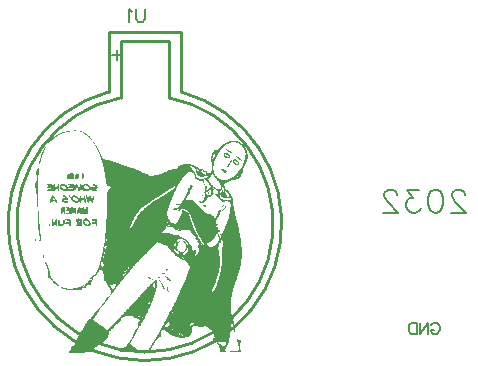
<source format=gbo>
G04 Layer: BottomSilkLayer*
G04 EasyEDA v6.2.44, 2019-09-24T20:15:28+02:00*
G04 525ee883efe64d3eb70f5621e6c7a3e3,c85b667672964722a5a42a972ddb0a92,10*
G04 Gerber Generator version 0.2*
G04 Scale: 100 percent, Rotated: No, Reflected: No *
G04 Dimensions in millimeters *
G04 leading zeros omitted , absolute positions ,3 integer and 3 decimal *
%FSLAX33Y33*%
%MOMM*%
G90*
G71D02*

%ADD10C,0.254000*%
%ADD18C,0.177800*%
%ADD19C,0.203200*%

%LPD*%

%LPD*%
G36*
G01X2768Y15525D02*
G01X2709Y15528D01*
G01X2650Y15525D01*
G01X2614Y15517D01*
G01X2605Y15507D01*
G01X2624Y15494D01*
G01X2664Y15483D01*
G01X2709Y15479D01*
G01X2754Y15483D01*
G01X2794Y15494D01*
G01X2813Y15507D01*
G01X2804Y15517D01*
G01X2768Y15525D01*
G37*

%LPD*%
G36*
G01X3269Y15460D02*
G01X3222Y15465D01*
G01X3175Y15464D01*
G01X3142Y15457D01*
G01X3128Y15445D01*
G01X3133Y15430D01*
G01X3156Y15417D01*
G01X3188Y15411D01*
G01X3225Y15414D01*
G01X3263Y15424D01*
G01X3290Y15440D01*
G01X3292Y15452D01*
G01X3269Y15460D01*
G37*

%LPD*%
G36*
G01X2197Y15463D02*
G01X2146Y15463D01*
G01X2094Y15461D01*
G01X2041Y15456D01*
G01X1986Y15448D01*
G01X1929Y15438D01*
G01X1871Y15425D01*
G01X1812Y15410D01*
G01X1752Y15392D01*
G01X1691Y15373D01*
G01X1630Y15351D01*
G01X1568Y15326D01*
G01X1505Y15300D01*
G01X1443Y15272D01*
G01X1380Y15242D01*
G01X1317Y15211D01*
G01X1255Y15177D01*
G01X1193Y15141D01*
G01X1132Y15105D01*
G01X1071Y15066D01*
G01X1011Y15027D01*
G01X953Y14986D01*
G01X895Y14943D01*
G01X838Y14899D01*
G01X783Y14854D01*
G01X730Y14809D01*
G01X679Y14762D01*
G01X629Y14714D01*
G01X582Y14665D01*
G01X530Y14610D01*
G01X490Y14563D01*
G01X459Y14526D01*
G01X439Y14496D01*
G01X428Y14476D01*
G01X427Y14464D01*
G01X434Y14460D01*
G01X450Y14464D01*
G01X473Y14476D01*
G01X505Y14495D01*
G01X543Y14523D01*
G01X588Y14557D01*
G01X639Y14598D01*
G01X696Y14647D01*
G01X759Y14703D01*
G01X827Y14765D01*
G01X872Y14807D01*
G01X919Y14848D01*
G01X967Y14887D01*
G01X1014Y14926D01*
G01X1063Y14963D01*
G01X1112Y14998D01*
G01X1162Y15032D01*
G01X1212Y15065D01*
G01X1263Y15096D01*
G01X1314Y15126D01*
G01X1366Y15155D01*
G01X1419Y15182D01*
G01X1472Y15208D01*
G01X1526Y15232D01*
G01X1579Y15256D01*
G01X1634Y15278D01*
G01X1690Y15298D01*
G01X1745Y15317D01*
G01X1802Y15334D01*
G01X1858Y15351D01*
G01X1974Y15379D01*
G01X2032Y15391D01*
G01X2091Y15402D01*
G01X2172Y15416D01*
G01X2233Y15428D01*
G01X2274Y15438D01*
G01X2296Y15445D01*
G01X2298Y15451D01*
G01X2282Y15456D01*
G01X2248Y15460D01*
G01X2197Y15463D01*
G37*

%LPD*%
G36*
G01X274Y14214D02*
G01X265Y14214D01*
G01X249Y14200D01*
G01X229Y14177D01*
G01X205Y14145D01*
G01X178Y14106D01*
G01X149Y14060D01*
G01X119Y14009D01*
G01X87Y13954D01*
G01X56Y13896D01*
G01X24Y13835D01*
G01X-7Y13774D01*
G01X-37Y13712D01*
G01X-65Y13651D01*
G01X-91Y13593D01*
G01X-114Y13538D01*
G01X-134Y13486D01*
G01X-150Y13441D01*
G01X-172Y13369D01*
G01X-194Y13293D01*
G01X-215Y13215D01*
G01X-236Y13135D01*
G01X-256Y13056D01*
G01X-275Y12977D01*
G01X-293Y12901D01*
G01X-308Y12828D01*
G01X-323Y12760D01*
G01X-334Y12698D01*
G01X-343Y12645D01*
G01X-350Y12600D01*
G01X-353Y12565D01*
G01X-353Y12542D01*
G01X-350Y12531D01*
G01X-342Y12534D01*
G01X-329Y12556D01*
G01X-312Y12595D01*
G01X-292Y12649D01*
G01X-269Y12716D01*
G01X-245Y12793D01*
G01X-219Y12880D01*
G01X-194Y12972D01*
G01X-150Y13136D01*
G01X-130Y13206D01*
G01X-107Y13280D01*
G01X-82Y13356D01*
G01X-55Y13432D01*
G01X-28Y13507D01*
G01X0Y13581D01*
G01X28Y13654D01*
G01X57Y13722D01*
G01X85Y13786D01*
G01X113Y13845D01*
G01X139Y13897D01*
G01X176Y13968D01*
G01X207Y14032D01*
G01X234Y14089D01*
G01X254Y14137D01*
G01X268Y14175D01*
G01X275Y14201D01*
G01X274Y14214D01*
G37*

%LPD*%
G36*
G01X2957Y11872D02*
G01X2913Y11884D01*
G01X2869Y11878D01*
G01X2827Y11855D01*
G01X2789Y11818D01*
G01X2758Y11767D01*
G01X2735Y11703D01*
G01X2721Y11630D01*
G01X2716Y11513D01*
G01X2733Y11447D01*
G01X2782Y11417D01*
G01X2874Y11411D01*
G01X2915Y11416D01*
G01X2952Y11433D01*
G01X2985Y11459D01*
G01X3012Y11492D01*
G01X3035Y11532D01*
G01X3052Y11576D01*
G01X3061Y11623D01*
G01X3065Y11670D01*
G01X3061Y11718D01*
G01X3049Y11763D01*
G01X3029Y11805D01*
G01X3000Y11841D01*
G01X2957Y11872D01*
G37*

%LPD*%
G36*
G01X3412Y11995D02*
G01X3386Y12019D01*
G01X3359Y11995D01*
G01X3338Y11930D01*
G01X3323Y11833D01*
G01X3318Y11715D01*
G01X3323Y11597D01*
G01X3338Y11500D01*
G01X3359Y11435D01*
G01X3386Y11411D01*
G01X3412Y11435D01*
G01X3434Y11500D01*
G01X3448Y11597D01*
G01X3453Y11715D01*
G01X3448Y11833D01*
G01X3434Y11930D01*
G01X3412Y11995D01*
G37*

%LPD*%
G36*
G01X2463Y11884D02*
G01X2378Y11884D01*
G01X2314Y11883D01*
G01X2259Y11878D01*
G01X2210Y11868D01*
G01X2168Y11855D01*
G01X2133Y11836D01*
G01X2104Y11813D01*
G01X2080Y11784D01*
G01X2062Y11749D01*
G01X2048Y11707D01*
G01X2039Y11659D01*
G01X2034Y11604D01*
G01X2032Y11540D01*
G01X2041Y11474D01*
G01X2064Y11431D01*
G01X2097Y11410D01*
G01X2135Y11410D01*
G01X2173Y11431D01*
G01X2207Y11469D01*
G01X2233Y11524D01*
G01X2245Y11597D01*
G01X2256Y11783D01*
G01X2283Y11597D01*
G01X2300Y11524D01*
G01X2322Y11465D01*
G01X2348Y11425D01*
G01X2375Y11411D01*
G01X2400Y11425D01*
G01X2423Y11465D01*
G01X2439Y11524D01*
G01X2449Y11597D01*
G01X2459Y11783D01*
G01X2487Y11597D01*
G01X2498Y11536D01*
G01X2512Y11488D01*
G01X2528Y11452D01*
G01X2545Y11428D01*
G01X2562Y11417D01*
G01X2579Y11417D01*
G01X2595Y11428D01*
G01X2610Y11450D01*
G01X2623Y11483D01*
G01X2632Y11528D01*
G01X2639Y11582D01*
G01X2641Y11647D01*
G01X2641Y11724D01*
G01X2636Y11782D01*
G01X2625Y11823D01*
G01X2606Y11852D01*
G01X2574Y11870D01*
G01X2527Y11880D01*
G01X2463Y11884D01*
G37*

%LPD*%
G36*
G01X617Y11004D02*
G01X526Y11004D01*
G01X458Y11002D01*
G01X403Y10997D01*
G01X361Y10988D01*
G01X332Y10976D01*
G01X314Y10963D01*
G01X310Y10948D01*
G01X318Y10931D01*
G01X339Y10914D01*
G01X371Y10897D01*
G01X417Y10880D01*
G01X474Y10865D01*
G01X544Y10850D01*
G01X637Y10833D01*
G01X665Y10823D01*
G01X629Y10816D01*
G01X527Y10811D01*
G01X450Y10801D01*
G01X394Y10783D01*
G01X359Y10760D01*
G01X344Y10734D01*
G01X352Y10709D01*
G01X381Y10687D01*
G01X432Y10672D01*
G01X505Y10666D01*
G01X573Y10661D01*
G01X635Y10646D01*
G01X683Y10625D01*
G01X713Y10598D01*
G01X714Y10571D01*
G01X684Y10550D01*
G01X628Y10536D01*
G01X548Y10531D01*
G01X473Y10528D01*
G01X416Y10521D01*
G01X375Y10511D01*
G01X351Y10497D01*
G01X341Y10482D01*
G01X347Y10465D01*
G01X368Y10448D01*
G01X402Y10431D01*
G01X449Y10415D01*
G01X508Y10401D01*
G01X580Y10390D01*
G01X662Y10382D01*
G01X755Y10378D01*
G01X833Y10378D01*
G01X897Y10384D01*
G01X952Y10396D01*
G01X1000Y10416D01*
G01X1044Y10444D01*
G01X1088Y10483D01*
G01X1133Y10531D01*
G01X1284Y10700D01*
G01X1286Y10510D01*
G01X1291Y10439D01*
G01X1304Y10386D01*
G01X1321Y10356D01*
G01X1343Y10354D01*
G01X1353Y10368D01*
G01X1362Y10397D01*
G01X1369Y10437D01*
G01X1374Y10488D01*
G01X1378Y10546D01*
G01X1380Y10610D01*
G01X1381Y10678D01*
G01X1380Y10748D01*
G01X1377Y10818D01*
G01X1372Y10885D01*
G01X1366Y10948D01*
G01X1357Y11004D01*
G01X1341Y11002D01*
G01X1304Y10969D01*
G01X1249Y10911D01*
G01X1184Y10835D01*
G01X1018Y10632D01*
G01X1018Y10818D01*
G01X1015Y10882D01*
G01X1007Y10932D01*
G01X996Y10968D01*
G01X982Y10991D01*
G01X966Y11001D01*
G01X948Y10999D01*
G01X931Y10986D01*
G01X914Y10960D01*
G01X899Y10924D01*
G01X886Y10876D01*
G01X876Y10818D01*
G01X871Y10751D01*
G01X859Y10497D01*
G01X833Y10751D01*
G01X823Y10833D01*
G01X812Y10895D01*
G01X797Y10940D01*
G01X772Y10971D01*
G01X737Y10990D01*
G01X686Y11000D01*
G01X617Y11004D01*
G37*

%LPD*%
G36*
G01X1732Y11015D02*
G01X1686Y11020D01*
G01X1640Y11018D01*
G01X1599Y11007D01*
G01X1560Y10990D01*
G01X1527Y10963D01*
G01X1484Y10915D01*
G01X1453Y10870D01*
G01X1435Y10824D01*
G01X1429Y10778D01*
G01X1434Y10728D01*
G01X1452Y10676D01*
G01X1482Y10618D01*
G01X1524Y10553D01*
G01X1549Y10524D01*
G01X1583Y10498D01*
G01X1625Y10475D01*
G01X1674Y10454D01*
G01X1729Y10436D01*
G01X1789Y10420D01*
G01X1853Y10407D01*
G01X1921Y10397D01*
G01X1991Y10389D01*
G01X2064Y10384D01*
G01X2138Y10381D01*
G01X2212Y10381D01*
G01X2285Y10384D01*
G01X2357Y10389D01*
G01X2427Y10397D01*
G01X2493Y10407D01*
G01X2556Y10420D01*
G01X2615Y10434D01*
G01X2667Y10452D01*
G01X2714Y10472D01*
G01X2753Y10494D01*
G01X2784Y10519D01*
G01X2806Y10546D01*
G01X2819Y10576D01*
G01X2863Y10750D01*
G01X3063Y10294D01*
G01X3147Y10489D01*
G01X3191Y10585D01*
G01X3221Y10625D01*
G01X3244Y10614D01*
G01X3264Y10554D01*
G01X3283Y10519D01*
G01X3319Y10488D01*
G01X3370Y10461D01*
G01X3431Y10439D01*
G01X3501Y10422D01*
G01X3576Y10411D01*
G01X3654Y10405D01*
G01X3731Y10405D01*
G01X3804Y10412D01*
G01X3871Y10426D01*
G01X3929Y10446D01*
G01X3974Y10474D01*
G01X4024Y10502D01*
G01X4081Y10504D01*
G01X4151Y10482D01*
G01X4237Y10432D01*
G01X4302Y10395D01*
G01X4367Y10370D01*
G01X4429Y10357D01*
G01X4485Y10355D01*
G01X4533Y10364D01*
G01X4570Y10384D01*
G01X4595Y10415D01*
G01X4604Y10457D01*
G01X4589Y10484D01*
G01X4549Y10511D01*
G01X4490Y10534D01*
G01X4418Y10550D01*
G01X4361Y10559D01*
G01X4321Y10566D01*
G01X4298Y10571D01*
G01X4293Y10576D01*
G01X4305Y10579D01*
G01X4335Y10582D01*
G01X4384Y10585D01*
G01X4452Y10588D01*
G01X4533Y10596D01*
G01X4595Y10612D01*
G01X4637Y10637D01*
G01X4660Y10669D01*
G01X4664Y10709D01*
G01X4648Y10757D01*
G01X4614Y10815D01*
G01X4559Y10881D01*
G01X4505Y10930D01*
G01X4446Y10967D01*
G01X4386Y10991D01*
G01X4328Y11001D01*
G01X4277Y10998D01*
G01X4235Y10981D01*
G01X4208Y10950D01*
G01X4198Y10905D01*
G01X4205Y10868D01*
G01X4225Y10844D01*
G01X4255Y10835D01*
G01X4292Y10842D01*
G01X4332Y10851D01*
G01X4370Y10850D01*
G01X4403Y10838D01*
G01X4425Y10817D01*
G01X4421Y10792D01*
G01X4383Y10771D01*
G01X4316Y10755D01*
G01X4229Y10747D01*
G01X4138Y10748D01*
G01X4064Y10759D01*
G01X4013Y10777D01*
G01X3994Y10802D01*
G01X3980Y10834D01*
G01X3940Y10875D01*
G01X3881Y10919D01*
G01X3809Y10962D01*
G01X3756Y10986D01*
G01X3704Y11003D01*
G01X3654Y11012D01*
G01X3605Y11015D01*
G01X3560Y11011D01*
G01X3518Y11001D01*
G01X3480Y10984D01*
G01X3448Y10962D01*
G01X3421Y10933D01*
G01X3401Y10899D01*
G01X3387Y10860D01*
G01X3381Y10816D01*
G01X3375Y10767D01*
G01X3362Y10756D01*
G01X3339Y10784D01*
G01X3303Y10852D01*
G01X3269Y10914D01*
G01X3235Y10960D01*
G01X3203Y10988D01*
G01X3175Y10999D01*
G01X3151Y10993D01*
G01X3131Y10969D01*
G01X3119Y10928D01*
G01X3115Y10869D01*
G01X3110Y10816D01*
G01X3097Y10774D01*
G01X3078Y10745D01*
G01X3055Y10734D01*
G01X3029Y10745D01*
G01X3002Y10774D01*
G01X2978Y10816D01*
G01X2960Y10869D01*
G01X2938Y10933D01*
G01X2912Y10976D01*
G01X2884Y10996D01*
G01X2853Y10996D01*
G01X2821Y10974D01*
G01X2788Y10931D01*
G01X2756Y10868D01*
G01X2725Y10784D01*
G01X2655Y10564D01*
G01X2648Y10784D01*
G01X2645Y10855D01*
G01X2639Y10908D01*
G01X2625Y10947D01*
G01X2603Y10974D01*
G01X2568Y10991D01*
G01X2517Y11000D01*
G01X2448Y11004D01*
G01X2357Y11004D01*
G01X2289Y11002D01*
G01X2233Y10997D01*
G01X2190Y10988D01*
G01X2160Y10977D01*
G01X2142Y10963D01*
G01X2137Y10948D01*
G01X2145Y10932D01*
G01X2165Y10914D01*
G01X2198Y10898D01*
G01X2243Y10881D01*
G01X2301Y10865D01*
G01X2370Y10850D01*
G01X2463Y10833D01*
G01X2493Y10823D01*
G01X2457Y10816D01*
G01X2354Y10811D01*
G01X2277Y10801D01*
G01X2221Y10783D01*
G01X2186Y10760D01*
G01X2171Y10734D01*
G01X2178Y10709D01*
G01X2207Y10687D01*
G01X2259Y10672D01*
G01X2333Y10666D01*
G01X2400Y10661D01*
G01X2462Y10646D01*
G01X2511Y10625D01*
G01X2540Y10598D01*
G01X2540Y10571D01*
G01X2503Y10550D01*
G01X2436Y10536D01*
G01X2341Y10531D01*
G01X2224Y10536D01*
G01X2149Y10556D01*
G01X2111Y10595D01*
G01X2100Y10656D01*
G01X2095Y10703D01*
G01X2082Y10748D01*
G01X2061Y10792D01*
G01X2034Y10833D01*
G01X2000Y10872D01*
G01X1962Y10907D01*
G01X1920Y10939D01*
G01X1875Y10966D01*
G01X1828Y10988D01*
G01X1780Y11004D01*
G01X1732Y11015D01*
G37*

%LPC*%
G36*
G01X3705Y10860D02*
G01X3653Y10867D01*
G01X3601Y10865D01*
G01X3556Y10854D01*
G01X3517Y10835D01*
G01X3490Y10807D01*
G01X3481Y10770D01*
G01X3494Y10726D01*
G01X3522Y10680D01*
G01X3565Y10635D01*
G01X3617Y10595D01*
G01X3676Y10561D01*
G01X3737Y10539D01*
G01X3796Y10531D01*
G01X3846Y10537D01*
G01X3883Y10554D01*
G01X3909Y10580D01*
G01X3922Y10613D01*
G01X3923Y10653D01*
G01X3911Y10696D01*
G01X3885Y10742D01*
G01X3846Y10788D01*
G01X3805Y10820D01*
G01X3757Y10844D01*
G01X3705Y10860D01*
G37*
G36*
G01X1731Y10864D02*
G01X1678Y10866D01*
G01X1631Y10858D01*
G01X1594Y10839D01*
G01X1568Y10810D01*
G01X1559Y10770D01*
G01X1567Y10732D01*
G01X1592Y10691D01*
G01X1628Y10651D01*
G01X1674Y10614D01*
G01X1726Y10581D01*
G01X1782Y10554D01*
G01X1838Y10537D01*
G01X1892Y10531D01*
G01X1924Y10538D01*
G01X1946Y10557D01*
G01X1959Y10586D01*
G01X1962Y10622D01*
G01X1956Y10662D01*
G01X1941Y10705D01*
G01X1917Y10748D01*
G01X1883Y10788D01*
G01X1837Y10824D01*
G01X1785Y10850D01*
G01X1731Y10864D01*
G37*

%LPD*%
G36*
G01X4082Y9888D02*
G01X3972Y10091D01*
G01X3885Y9888D01*
G01X3840Y9789D01*
G01X3813Y9749D01*
G01X3799Y9764D01*
G01X3795Y9833D01*
G01X3787Y9894D01*
G01X3769Y9952D01*
G01X3744Y9999D01*
G01X3713Y10029D01*
G01X3680Y10036D01*
G01X3664Y9999D01*
G01X3665Y9916D01*
G01X3683Y9780D01*
G01X3699Y9695D01*
G01X3716Y9619D01*
G01X3734Y9553D01*
G01X3754Y9499D01*
G01X3773Y9455D01*
G01X3794Y9424D01*
G01X3814Y9404D01*
G01X3834Y9396D01*
G01X3853Y9402D01*
G01X3871Y9421D01*
G01X3888Y9453D01*
G01X3903Y9500D01*
G01X3923Y9559D01*
G01X3946Y9607D01*
G01X3972Y9639D01*
G01X3994Y9651D01*
G01X4018Y9639D01*
G01X4043Y9607D01*
G01X4067Y9559D01*
G01X4086Y9500D01*
G01X4101Y9455D01*
G01X4118Y9423D01*
G01X4137Y9405D01*
G01X4157Y9399D01*
G01X4178Y9406D01*
G01X4200Y9424D01*
G01X4221Y9453D01*
G01X4242Y9494D01*
G01X4262Y9544D01*
G01X4280Y9604D01*
G01X4298Y9674D01*
G01X4312Y9752D01*
G01X4327Y9868D01*
G01X4327Y9940D01*
G01X4310Y9971D01*
G01X4276Y9962D01*
G01X4245Y9934D01*
G01X4220Y9894D01*
G01X4202Y9848D01*
G01X4195Y9799D01*
G01X4186Y9764D01*
G01X4165Y9767D01*
G01X4129Y9808D01*
G01X4082Y9888D01*
G37*

%LPD*%
G36*
G01X1795Y10051D02*
G01X1753Y10051D01*
G01X1721Y10035D01*
G01X1701Y10002D01*
G01X1694Y9952D01*
G01X1698Y9913D01*
G01X1710Y9887D01*
G01X1727Y9875D01*
G01X1748Y9880D01*
G01X1776Y9888D01*
G01X1815Y9885D01*
G01X1858Y9872D01*
G01X1900Y9851D01*
G01X1938Y9821D01*
G01X1938Y9802D01*
G01X1897Y9791D01*
G01X1816Y9788D01*
G01X1731Y9781D01*
G01X1664Y9764D01*
G01X1617Y9737D01*
G01X1590Y9702D01*
G01X1582Y9660D01*
G01X1597Y9612D01*
G01X1633Y9560D01*
G01X1691Y9505D01*
G01X1739Y9470D01*
G01X1791Y9441D01*
G01X1844Y9418D01*
G01X1897Y9400D01*
G01X1949Y9388D01*
G01X1999Y9383D01*
G01X2045Y9384D01*
G01X2085Y9390D01*
G01X2119Y9403D01*
G01X2145Y9422D01*
G01X2162Y9448D01*
G01X2168Y9480D01*
G01X2161Y9517D01*
G01X2140Y9541D01*
G01X2110Y9550D01*
G01X2070Y9542D01*
G01X2023Y9533D01*
G01X1965Y9537D01*
G01X1906Y9553D01*
G01X1850Y9579D01*
G01X1794Y9615D01*
G01X1783Y9632D01*
G01X1819Y9631D01*
G01X1907Y9613D01*
G01X1964Y9603D01*
G01X2014Y9600D01*
G01X2056Y9605D01*
G01X2089Y9616D01*
G01X2114Y9634D01*
G01X2130Y9658D01*
G01X2137Y9686D01*
G01X2134Y9720D01*
G01X2122Y9758D01*
G01X2101Y9799D01*
G01X2069Y9845D01*
G01X2027Y9893D01*
G01X1963Y9955D01*
G01X1901Y10003D01*
G01X1845Y10035D01*
G01X1795Y10051D01*
G37*

%LPD*%
G36*
G01X845Y10033D02*
G01X818Y10042D01*
G01X795Y10039D01*
G01X772Y10024D01*
G01X751Y9996D01*
G01X730Y9957D01*
G01X708Y9907D01*
G01X685Y9844D01*
G01X662Y9771D01*
G01X643Y9703D01*
G01X628Y9639D01*
G01X617Y9582D01*
G01X612Y9531D01*
G01X610Y9488D01*
G01X613Y9453D01*
G01X620Y9427D01*
G01X631Y9412D01*
G01X648Y9407D01*
G01X668Y9414D01*
G01X692Y9435D01*
G01X738Y9467D01*
G01X795Y9491D01*
G01X860Y9507D01*
G01X926Y9514D01*
G01X987Y9511D01*
G01X1037Y9500D01*
G01X1072Y9479D01*
G01X1085Y9448D01*
G01X1090Y9422D01*
G01X1105Y9401D01*
G01X1126Y9386D01*
G01X1153Y9380D01*
G01X1188Y9387D01*
G01X1210Y9408D01*
G01X1217Y9442D01*
G01X1210Y9489D01*
G01X1189Y9549D01*
G01X1154Y9621D01*
G01X1105Y9705D01*
G01X1042Y9800D01*
G01X991Y9871D01*
G01X947Y9930D01*
G01X908Y9977D01*
G01X874Y10011D01*
G01X845Y10033D01*
G37*

%LPC*%
G36*
G01X906Y9781D02*
G01X878Y9787D01*
G01X853Y9781D01*
G01X833Y9767D01*
G01X819Y9745D01*
G01X814Y9719D01*
G01X822Y9693D01*
G01X845Y9671D01*
G01X879Y9657D01*
G01X919Y9651D01*
G01X958Y9657D01*
G01X982Y9671D01*
G01X991Y9693D01*
G01X983Y9719D01*
G01X962Y9745D01*
G01X935Y9767D01*
G01X906Y9781D01*
G37*

%LPD*%
G36*
G01X2693Y10039D02*
G01X2641Y10044D01*
G01X2591Y10039D01*
G01X2545Y10025D01*
G01X2504Y10001D01*
G01X2471Y9966D01*
G01X2421Y9902D01*
G01X2386Y9880D01*
G01X2356Y9899D01*
G01X2319Y9959D01*
G01X2289Y10003D01*
G01X2260Y10024D01*
G01X2233Y10025D01*
G01X2210Y10004D01*
G01X2205Y9980D01*
G01X2213Y9948D01*
G01X2231Y9909D01*
G01X2259Y9864D01*
G01X2295Y9815D01*
G01X2338Y9762D01*
G01X2386Y9708D01*
G01X2438Y9655D01*
G01X2493Y9601D01*
G01X2549Y9551D01*
G01X2606Y9505D01*
G01X2660Y9464D01*
G01X2712Y9430D01*
G01X2759Y9403D01*
G01X2801Y9386D01*
G01X2836Y9380D01*
G01X2894Y9390D01*
G01X2953Y9415D01*
G01X3004Y9453D01*
G01X3042Y9499D01*
G01X3081Y9562D01*
G01X3101Y9583D01*
G01X3110Y9562D01*
G01X3113Y9499D01*
G01X3119Y9453D01*
G01X3134Y9415D01*
G01X3156Y9390D01*
G01X3183Y9380D01*
G01X3209Y9391D01*
G01X3230Y9420D01*
G01X3245Y9463D01*
G01X3250Y9516D01*
G01X3259Y9575D01*
G01X3282Y9617D01*
G01X3315Y9641D01*
G01X3355Y9648D01*
G01X3399Y9637D01*
G01X3442Y9610D01*
G01X3481Y9565D01*
G01X3512Y9504D01*
G01X3532Y9457D01*
G01X3552Y9426D01*
G01X3570Y9410D01*
G01X3588Y9408D01*
G01X3603Y9418D01*
G01X3615Y9439D01*
G01X3626Y9471D01*
G01X3632Y9512D01*
G01X3635Y9562D01*
G01X3634Y9619D01*
G01X3629Y9682D01*
G01X3618Y9752D01*
G01X3596Y9844D01*
G01X3570Y9920D01*
G01X3542Y9971D01*
G01X3515Y9989D01*
G01X3496Y9981D01*
G01X3486Y9960D01*
G01X3486Y9927D01*
G01X3497Y9888D01*
G01X3506Y9843D01*
G01X3493Y9811D01*
G01X3458Y9793D01*
G01X3401Y9787D01*
G01X3343Y9798D01*
G01X3289Y9829D01*
G01X3245Y9877D01*
G01X3214Y9939D01*
G01X3186Y10013D01*
G01X3166Y10028D01*
G01X3150Y9979D01*
G01X3133Y9860D01*
G01X3124Y9785D01*
G01X3116Y9730D01*
G01X3107Y9695D01*
G01X3098Y9679D01*
G01X3086Y9682D01*
G01X3071Y9702D01*
G01X3050Y9738D01*
G01X3024Y9791D01*
G01X2991Y9847D01*
G01X2950Y9896D01*
G01X2905Y9940D01*
G01X2855Y9976D01*
G01X2802Y10005D01*
G01X2748Y10026D01*
G01X2693Y10039D01*
G37*

%LPC*%
G36*
G01X2677Y9891D02*
G01X2630Y9898D01*
G01X2593Y9891D01*
G01X2564Y9871D01*
G01X2546Y9837D01*
G01X2540Y9789D01*
G01X2551Y9737D01*
G01X2581Y9688D01*
G01X2626Y9643D01*
G01X2682Y9607D01*
G01X2743Y9580D01*
G01X2805Y9567D01*
G01X2863Y9568D01*
G01X2912Y9587D01*
G01X2958Y9627D01*
G01X2966Y9667D01*
G01X2931Y9718D01*
G01X2851Y9790D01*
G01X2788Y9837D01*
G01X2729Y9871D01*
G01X2677Y9891D01*
G37*

%LPD*%
G36*
G01X2105Y9042D02*
G01X2061Y9046D01*
G01X2023Y9042D01*
G01X1992Y9030D01*
G01X1972Y9009D01*
G01X1964Y8979D01*
G01X1977Y8950D01*
G01X2009Y8925D01*
G01X2058Y8907D01*
G01X2117Y8898D01*
G01X2269Y8888D01*
G01X2117Y8859D01*
G01X2054Y8842D01*
G01X2009Y8819D01*
G01X1980Y8794D01*
G01X1969Y8768D01*
G01X1975Y8743D01*
G01X1998Y8723D01*
G01X2040Y8709D01*
G01X2100Y8704D01*
G01X2152Y8698D01*
G01X2196Y8684D01*
G01X2225Y8662D01*
G01X2235Y8636D01*
G01X2225Y8610D01*
G01X2196Y8588D01*
G01X2152Y8574D01*
G01X2100Y8568D01*
G01X2047Y8563D01*
G01X2004Y8549D01*
G01X1975Y8527D01*
G01X1964Y8501D01*
G01X1976Y8477D01*
G01X2006Y8459D01*
G01X2051Y8448D01*
G01X2109Y8441D01*
G01X2174Y8441D01*
G01X2244Y8445D01*
G01X2315Y8454D01*
G01X2384Y8467D01*
G01X2446Y8484D01*
G01X2498Y8504D01*
G01X2536Y8528D01*
G01X2557Y8555D01*
G01X2580Y8601D01*
G01X2605Y8613D01*
G01X2639Y8590D01*
G01X2686Y8531D01*
G01X2713Y8496D01*
G01X2734Y8476D01*
G01X2750Y8471D01*
G01X2761Y8484D01*
G01X2769Y8516D01*
G01X2773Y8568D01*
G01X2775Y8643D01*
G01X2776Y8742D01*
G01X2774Y8822D01*
G01X2772Y8887D01*
G01X2767Y8938D01*
G01X2760Y8973D01*
G01X2751Y8995D01*
G01X2740Y9002D01*
G01X2726Y8995D01*
G01X2711Y8975D01*
G01X2676Y8929D01*
G01X2643Y8911D01*
G01X2607Y8921D01*
G01X2563Y8958D01*
G01X2517Y8999D01*
G01X2477Y9026D01*
G01X2445Y9039D01*
G01X2422Y9038D01*
G01X2408Y9023D01*
G01X2405Y8996D01*
G01X2416Y8957D01*
G01X2439Y8906D01*
G01X2467Y8838D01*
G01X2477Y8774D01*
G01X2469Y8713D01*
G01X2443Y8652D01*
G01X2419Y8612D01*
G01X2401Y8586D01*
G01X2388Y8577D01*
G01X2377Y8587D01*
G01X2369Y8619D01*
G01X2362Y8676D01*
G01X2355Y8759D01*
G01X2346Y8873D01*
G01X2337Y8908D01*
G01X2314Y8940D01*
G01X2282Y8970D01*
G01X2243Y8995D01*
G01X2199Y9017D01*
G01X2151Y9032D01*
G01X2105Y9042D01*
G37*

%LPD*%
G36*
G01X1816Y9035D02*
G01X1770Y9035D01*
G01X1711Y9030D01*
G01X1654Y9022D01*
G01X1610Y9010D01*
G01X1577Y8993D01*
G01X1553Y8966D01*
G01X1538Y8929D01*
G01X1528Y8877D01*
G01X1523Y8808D01*
G01X1520Y8721D01*
G01X1520Y8615D01*
G01X1523Y8535D01*
G01X1530Y8481D01*
G01X1543Y8452D01*
G01X1562Y8445D01*
G01X1589Y8460D01*
G01X1623Y8496D01*
G01X1667Y8552D01*
G01X1718Y8615D01*
G01X1744Y8636D01*
G01X1756Y8615D01*
G01X1759Y8552D01*
G01X1763Y8492D01*
G01X1771Y8451D01*
G01X1783Y8426D01*
G01X1797Y8416D01*
G01X1813Y8421D01*
G01X1830Y8438D01*
G01X1847Y8467D01*
G01X1862Y8506D01*
G01X1876Y8555D01*
G01X1887Y8611D01*
G01X1894Y8674D01*
G01X1897Y8742D01*
G01X1896Y8841D01*
G01X1893Y8915D01*
G01X1885Y8969D01*
G01X1871Y9005D01*
G01X1848Y9026D01*
G01X1816Y9035D01*
G37*

%LPD*%
G36*
G01X3489Y9054D02*
G01X3468Y9063D01*
G01X3444Y9061D01*
G01X3418Y9047D01*
G01X3393Y9024D01*
G01X3369Y8991D01*
G01X3347Y8950D01*
G01X3329Y8902D01*
G01X3317Y8848D01*
G01X3311Y8788D01*
G01X3304Y8534D01*
G01X3236Y8788D01*
G01X3214Y8864D01*
G01X3190Y8926D01*
G01X3164Y8973D01*
G01X3138Y9006D01*
G01X3110Y9026D01*
G01X3083Y9031D01*
G01X3055Y9022D01*
G01X3027Y8998D01*
G01X2999Y8961D01*
G01X2971Y8910D01*
G01X2944Y8844D01*
G01X2918Y8765D01*
G01X2902Y8704D01*
G01X2890Y8644D01*
G01X2883Y8587D01*
G01X2879Y8535D01*
G01X2879Y8489D01*
G01X2883Y8451D01*
G01X2890Y8423D01*
G01X2899Y8406D01*
G01X2911Y8402D01*
G01X2926Y8412D01*
G01X2942Y8439D01*
G01X2961Y8484D01*
G01X2980Y8517D01*
G01X3010Y8542D01*
G01X3046Y8558D01*
G01X3085Y8566D01*
G01X3122Y8565D01*
G01X3153Y8555D01*
G01X3175Y8535D01*
G01X3183Y8505D01*
G01X3193Y8481D01*
G01X3222Y8463D01*
G01X3265Y8453D01*
G01X3318Y8452D01*
G01X3371Y8461D01*
G01X3414Y8480D01*
G01X3443Y8504D01*
G01X3454Y8532D01*
G01X3460Y8551D01*
G01X3475Y8552D01*
G01X3496Y8534D01*
G01X3522Y8501D01*
G01X3560Y8450D01*
G01X3589Y8433D01*
G01X3618Y8450D01*
G01X3655Y8501D01*
G01X3685Y8540D01*
G01X3705Y8556D01*
G01X3719Y8549D01*
G01X3723Y8518D01*
G01X3729Y8485D01*
G01X3743Y8458D01*
G01X3765Y8440D01*
G01X3792Y8433D01*
G01X3818Y8457D01*
G01X3839Y8523D01*
G01X3854Y8619D01*
G01X3859Y8738D01*
G01X3858Y8815D01*
G01X3854Y8880D01*
G01X3847Y8933D01*
G01X3837Y8974D01*
G01X3823Y9005D01*
G01X3805Y9026D01*
G01X3784Y9038D01*
G01X3758Y9042D01*
G01X3719Y9034D01*
G01X3686Y9012D01*
G01X3664Y8980D01*
G01X3656Y8941D01*
G01X3651Y8901D01*
G01X3636Y8869D01*
G01X3615Y8847D01*
G01X3589Y8839D01*
G01X3562Y8847D01*
G01X3541Y8869D01*
G01X3526Y8901D01*
G01X3521Y8941D01*
G01X3517Y8993D01*
G01X3506Y9030D01*
G01X3489Y9054D01*
G37*

%LPD*%
G36*
G01X1382Y8012D02*
G01X1355Y8027D01*
G01X1329Y8004D01*
G01X1308Y7941D01*
G01X1293Y7848D01*
G01X1288Y7734D01*
G01X1288Y7440D01*
G01X1559Y7430D01*
G01X1607Y7432D01*
G01X1653Y7443D01*
G01X1695Y7460D01*
G01X1733Y7485D01*
G01X1767Y7515D01*
G01X1797Y7550D01*
G01X1822Y7589D01*
G01X1842Y7631D01*
G01X1856Y7676D01*
G01X1865Y7722D01*
G01X1867Y7769D01*
G01X1864Y7816D01*
G01X1853Y7863D01*
G01X1836Y7907D01*
G01X1811Y7949D01*
G01X1779Y7988D01*
G01X1757Y7990D01*
G01X1736Y7955D01*
G01X1719Y7891D01*
G01X1707Y7804D01*
G01X1696Y7733D01*
G01X1677Y7676D01*
G01X1652Y7633D01*
G01X1622Y7603D01*
G01X1589Y7586D01*
G01X1555Y7583D01*
G01X1522Y7593D01*
G01X1491Y7616D01*
G01X1464Y7652D01*
G01X1442Y7699D01*
G01X1429Y7760D01*
G01X1423Y7832D01*
G01X1418Y7908D01*
G01X1403Y7970D01*
G01X1382Y8012D01*
G37*

%LPD*%
G36*
G01X2229Y8019D02*
G01X2159Y8026D01*
G01X2084Y8025D01*
G01X2014Y8018D01*
G01X1954Y8005D01*
G01X1912Y7985D01*
G01X1897Y7959D01*
G01X1910Y7933D01*
G01X1947Y7912D01*
G01X2001Y7897D01*
G01X2066Y7892D01*
G01X2132Y7886D01*
G01X2185Y7872D01*
G01X2222Y7850D01*
G01X2235Y7824D01*
G01X2222Y7798D01*
G01X2185Y7776D01*
G01X2132Y7762D01*
G01X2066Y7756D01*
G01X2001Y7751D01*
G01X1947Y7736D01*
G01X1910Y7715D01*
G01X1897Y7689D01*
G01X1910Y7662D01*
G01X1947Y7641D01*
G01X2001Y7627D01*
G01X2066Y7621D01*
G01X2137Y7614D01*
G01X2190Y7594D01*
G01X2224Y7562D01*
G01X2235Y7519D01*
G01X2241Y7480D01*
G01X2255Y7448D01*
G01X2277Y7426D01*
G01X2303Y7418D01*
G01X2321Y7428D01*
G01X2335Y7455D01*
G01X2348Y7496D01*
G01X2358Y7548D01*
G01X2365Y7608D01*
G01X2369Y7673D01*
G01X2370Y7739D01*
G01X2368Y7804D01*
G01X2363Y7863D01*
G01X2354Y7915D01*
G01X2341Y7956D01*
G01X2326Y7982D01*
G01X2287Y8005D01*
G01X2229Y8019D01*
G37*

%LPD*%
G36*
G01X4459Y8033D02*
G01X4382Y8033D01*
G01X4295Y8026D01*
G01X4209Y8014D01*
G01X4135Y7998D01*
G01X4082Y7980D01*
G01X4062Y7959D01*
G01X4075Y7933D01*
G01X4111Y7912D01*
G01X4164Y7897D01*
G01X4228Y7892D01*
G01X4295Y7886D01*
G01X4357Y7872D01*
G01X4405Y7850D01*
G01X4434Y7824D01*
G01X4438Y7797D01*
G01X4415Y7776D01*
G01X4368Y7762D01*
G01X4303Y7756D01*
G01X4236Y7751D01*
G01X4181Y7736D01*
G01X4144Y7715D01*
G01X4130Y7689D01*
G01X4143Y7662D01*
G01X4180Y7641D01*
G01X4234Y7627D01*
G01X4299Y7621D01*
G01X4370Y7614D01*
G01X4423Y7594D01*
G01X4457Y7562D01*
G01X4468Y7519D01*
G01X4472Y7480D01*
G01X4484Y7448D01*
G01X4501Y7426D01*
G01X4523Y7418D01*
G01X4532Y7428D01*
G01X4541Y7455D01*
G01X4549Y7497D01*
G01X4555Y7550D01*
G01X4559Y7611D01*
G01X4562Y7678D01*
G01X4564Y7747D01*
G01X4563Y7814D01*
G01X4561Y7877D01*
G01X4557Y7933D01*
G01X4551Y7978D01*
G01X4543Y8010D01*
G01X4516Y8026D01*
G01X4459Y8033D01*
G37*

%LPD*%
G36*
G01X3659Y8086D02*
G01X3608Y8089D01*
G01X3560Y8078D01*
G01X3513Y8053D01*
G01X3467Y8014D01*
G01X3435Y7975D01*
G01X3412Y7933D01*
G01X3398Y7887D01*
G01X3390Y7839D01*
G01X3391Y7790D01*
G01X3398Y7740D01*
G01X3412Y7692D01*
G01X3432Y7644D01*
G01X3457Y7598D01*
G01X3487Y7556D01*
G01X3523Y7517D01*
G01X3563Y7484D01*
G01X3606Y7456D01*
G01X3653Y7436D01*
G01X3702Y7422D01*
G01X3755Y7418D01*
G01X3812Y7421D01*
G01X3864Y7430D01*
G01X3909Y7444D01*
G01X3948Y7463D01*
G01X3981Y7485D01*
G01X4008Y7513D01*
G01X4027Y7544D01*
G01X4041Y7579D01*
G01X4048Y7616D01*
G01X4047Y7656D01*
G01X4040Y7698D01*
G01X4026Y7742D01*
G01X4005Y7788D01*
G01X3976Y7834D01*
G01X3940Y7881D01*
G01X3896Y7928D01*
G01X3830Y7990D01*
G01X3769Y8037D01*
G01X3712Y8069D01*
G01X3659Y8086D01*
G37*

%LPC*%
G36*
G01X3675Y7888D02*
G01X3624Y7891D01*
G01X3575Y7886D01*
G01X3533Y7871D01*
G01X3498Y7847D01*
G01X3488Y7817D01*
G01X3499Y7776D01*
G01X3527Y7728D01*
G01X3567Y7678D01*
G01X3615Y7631D01*
G01X3667Y7591D01*
G01X3718Y7564D01*
G01X3764Y7553D01*
G01X3811Y7559D01*
G01X3848Y7575D01*
G01X3876Y7600D01*
G01X3895Y7632D01*
G01X3903Y7669D01*
G01X3899Y7709D01*
G01X3885Y7751D01*
G01X3857Y7793D01*
G01X3820Y7828D01*
G01X3776Y7856D01*
G01X3727Y7876D01*
G01X3675Y7888D01*
G37*

%LPD*%
G36*
G01X545Y7666D02*
G01X526Y7688D01*
G01X511Y7665D01*
G01X493Y7599D01*
G01X485Y7508D01*
G01X502Y7442D01*
G01X538Y7415D01*
G01X586Y7438D01*
G01X598Y7464D01*
G01X600Y7503D01*
G01X592Y7551D01*
G01X575Y7601D01*
G01X545Y7666D01*
G37*

%LPD*%
G36*
G01X3051Y8075D02*
G01X2987Y8078D01*
G01X2931Y8073D01*
G01X2883Y8062D01*
G01X2845Y8045D01*
G01X2815Y8021D01*
G01X2797Y7992D01*
G01X2787Y7958D01*
G01X2790Y7918D01*
G01X2803Y7874D01*
G01X2829Y7825D01*
G01X2865Y7753D01*
G01X2879Y7687D01*
G01X2872Y7622D01*
G01X2843Y7552D01*
G01X2821Y7499D01*
G01X2818Y7458D01*
G01X2830Y7430D01*
G01X2855Y7415D01*
G01X2892Y7415D01*
G01X2936Y7428D01*
G01X2987Y7458D01*
G01X3042Y7503D01*
G01X3088Y7541D01*
G01X3120Y7553D01*
G01X3144Y7541D01*
G01X3163Y7503D01*
G01X3189Y7447D01*
G01X3216Y7418D01*
G01X3242Y7414D01*
G01X3266Y7434D01*
G01X3287Y7476D01*
G01X3304Y7539D01*
G01X3314Y7620D01*
G01X3318Y7718D01*
G01X3317Y7796D01*
G01X3312Y7862D01*
G01X3304Y7916D01*
G01X3292Y7960D01*
G01X3277Y7993D01*
G01X3256Y8019D01*
G01X3230Y8037D01*
G01X3199Y8048D01*
G01X3122Y8066D01*
G01X3051Y8075D01*
G37*

%LPC*%
G36*
G01X3121Y7887D02*
G01X3081Y7892D01*
G01X3042Y7890D01*
G01X3009Y7884D01*
G01X2988Y7876D01*
G01X2979Y7865D01*
G01X2988Y7852D01*
G01X3009Y7835D01*
G01X3042Y7817D01*
G01X3081Y7799D01*
G01X3121Y7790D01*
G01X3153Y7791D01*
G01X3175Y7804D01*
G01X3183Y7826D01*
G01X3175Y7852D01*
G01X3153Y7872D01*
G01X3121Y7887D01*
G37*

%LPD*%
G36*
G01X841Y8015D02*
G01X814Y8027D01*
G01X788Y8003D01*
G01X767Y7938D01*
G01X752Y7841D01*
G01X747Y7723D01*
G01X749Y7615D01*
G01X758Y7532D01*
G01X773Y7473D01*
G01X795Y7437D01*
G01X823Y7425D01*
G01X859Y7435D01*
G01X902Y7469D01*
G01X954Y7524D01*
G01X1003Y7576D01*
G01X1041Y7586D01*
G01X1080Y7553D01*
G01X1128Y7473D01*
G01X1155Y7427D01*
G01X1176Y7398D01*
G01X1191Y7387D01*
G01X1202Y7396D01*
G01X1210Y7427D01*
G01X1214Y7483D01*
G01X1217Y7564D01*
G01X1218Y7672D01*
G01X1218Y7763D01*
G01X1216Y7840D01*
G01X1213Y7902D01*
G01X1207Y7950D01*
G01X1197Y7984D01*
G01X1185Y8004D01*
G01X1169Y8012D01*
G01X1148Y8008D01*
G01X1123Y7991D01*
G01X1092Y7963D01*
G01X1056Y7924D01*
G01X1013Y7875D01*
G01X886Y7723D01*
G01X884Y7875D01*
G01X878Y7934D01*
G01X863Y7982D01*
G01X841Y8015D01*
G37*

%LPD*%
G36*
G01X-626Y6362D02*
G01X-638Y6372D01*
G01X-651Y6352D01*
G01X-661Y6313D01*
G01X-665Y6268D01*
G01X-661Y6223D01*
G01X-651Y6183D01*
G01X-638Y6164D01*
G01X-626Y6173D01*
G01X-619Y6209D01*
G01X-617Y6268D01*
G01X-619Y6327D01*
G01X-626Y6362D01*
G37*

%LPD*%
G36*
G01X-359Y12371D02*
G01X-367Y12376D01*
G01X-378Y12373D01*
G01X-391Y12362D01*
G01X-406Y12345D01*
G01X-424Y12323D01*
G01X-444Y12295D01*
G01X-487Y12226D01*
G01X-522Y12148D01*
G01X-548Y12069D01*
G01X-564Y11990D01*
G01X-571Y11918D01*
G01X-567Y11854D01*
G01X-551Y11805D01*
G01X-524Y11774D01*
G01X-498Y11739D01*
G01X-481Y11677D01*
G01X-473Y11598D01*
G01X-472Y11510D01*
G01X-479Y11423D01*
G01X-493Y11347D01*
G01X-515Y11290D01*
G01X-543Y11262D01*
G01X-567Y11244D01*
G01X-590Y11206D01*
G01X-610Y11154D01*
G01X-628Y11090D01*
G01X-643Y11019D01*
G01X-654Y10943D01*
G01X-660Y10868D01*
G01X-663Y10795D01*
G01X-661Y10728D01*
G01X-653Y10673D01*
G01X-640Y10631D01*
G01X-620Y10608D01*
G01X-616Y10602D01*
G01X-612Y10593D01*
G01X-607Y10579D01*
G01X-602Y10560D01*
G01X-597Y10537D01*
G01X-592Y10510D01*
G01X-587Y10479D01*
G01X-582Y10444D01*
G01X-576Y10406D01*
G01X-570Y10364D01*
G01X-564Y10319D01*
G01X-559Y10270D01*
G01X-553Y10217D01*
G01X-547Y10163D01*
G01X-541Y10105D01*
G01X-535Y10045D01*
G01X-529Y9982D01*
G01X-523Y9916D01*
G01X-517Y9848D01*
G01X-511Y9779D01*
G01X-504Y9706D01*
G01X-498Y9633D01*
G01X-492Y9557D01*
G01X-486Y9480D01*
G01X-481Y9401D01*
G01X-474Y9321D01*
G01X-469Y9240D01*
G01X-463Y9158D01*
G01X-457Y9075D01*
G01X-452Y8991D01*
G01X-446Y8907D01*
G01X-441Y8822D01*
G01X-435Y8737D01*
G01X-430Y8651D01*
G01X-426Y8566D01*
G01X-416Y8396D01*
G01X-412Y8311D01*
G01X-407Y8227D01*
G01X-403Y8143D01*
G01X-400Y8060D01*
G01X-396Y7979D01*
G01X-393Y7898D01*
G01X-390Y7818D01*
G01X-387Y7740D01*
G01X-384Y7663D01*
G01X-380Y7515D01*
G01X-378Y7444D01*
G01X-376Y7374D01*
G01X-375Y7307D01*
G01X-374Y7243D01*
G01X-373Y7153D01*
G01X-370Y7070D01*
G01X-366Y6994D01*
G01X-361Y6923D01*
G01X-354Y6859D01*
G01X-346Y6801D01*
G01X-337Y6749D01*
G01X-327Y6703D01*
G01X-315Y6662D01*
G01X-302Y6628D01*
G01X-288Y6600D01*
G01X-272Y6577D01*
G01X-227Y6514D01*
G01X-210Y6457D01*
G01X-219Y6399D01*
G01X-255Y6330D01*
G01X-282Y6279D01*
G01X-294Y6238D01*
G01X-291Y6210D01*
G01X-273Y6200D01*
G01X-245Y6190D01*
G01X-217Y6165D01*
G01X-193Y6128D01*
G01X-173Y6082D01*
G01X-169Y6070D01*
G01X-166Y6062D01*
G01X-163Y6058D01*
G01X-161Y6058D01*
G01X-159Y6061D01*
G01X-157Y6069D01*
G01X-156Y6080D01*
G01X-156Y6138D01*
G01X-157Y6166D01*
G01X-159Y6198D01*
G01X-161Y6233D01*
G01X-164Y6273D01*
G01X-167Y6318D01*
G01X-170Y6367D01*
G01X-174Y6420D01*
G01X-179Y6478D01*
G01X-184Y6540D01*
G01X-190Y6607D01*
G01X-196Y6678D01*
G01X-203Y6754D01*
G01X-210Y6836D01*
G01X-218Y6921D01*
G01X-227Y7012D01*
G01X-236Y7107D01*
G01X-245Y7208D01*
G01X-256Y7313D01*
G01X-267Y7423D01*
G01X-278Y7539D01*
G01X-290Y7660D01*
G01X-302Y7785D01*
G01X-313Y7899D01*
G01X-319Y7957D01*
G01X-329Y8075D01*
G01X-334Y8135D01*
G01X-338Y8195D01*
G01X-343Y8256D01*
G01X-347Y8317D01*
G01X-352Y8379D01*
G01X-360Y8504D01*
G01X-368Y8631D01*
G01X-372Y8695D01*
G01X-379Y8824D01*
G01X-382Y8889D01*
G01X-386Y8955D01*
G01X-389Y9020D01*
G01X-391Y9085D01*
G01X-397Y9217D01*
G01X-399Y9283D01*
G01X-402Y9349D01*
G01X-408Y9547D01*
G01X-409Y9614D01*
G01X-413Y9746D01*
G01X-414Y9812D01*
G01X-416Y9878D01*
G01X-418Y10009D01*
G01X-418Y10075D01*
G01X-419Y10140D01*
G01X-419Y10204D01*
G01X-420Y10269D01*
G01X-420Y10524D01*
G01X-419Y10649D01*
G01X-417Y10773D01*
G01X-415Y10894D01*
G01X-414Y10954D01*
G01X-413Y11012D01*
G01X-411Y11071D01*
G01X-409Y11129D01*
G01X-405Y11243D01*
G01X-403Y11298D01*
G01X-400Y11353D01*
G01X-398Y11408D01*
G01X-395Y11461D01*
G01X-393Y11514D01*
G01X-390Y11565D01*
G01X-386Y11616D01*
G01X-383Y11666D01*
G01X-379Y11715D01*
G01X-370Y11842D01*
G01X-362Y11953D01*
G01X-356Y12050D01*
G01X-351Y12132D01*
G01X-348Y12201D01*
G01X-346Y12257D01*
G01X-346Y12301D01*
G01X-349Y12335D01*
G01X-353Y12358D01*
G01X-359Y12371D01*
G37*

%LPC*%
G36*
G01X-491Y11031D02*
G01X-502Y11041D01*
G01X-515Y11022D01*
G01X-526Y10982D01*
G01X-529Y10937D01*
G01X-526Y10892D01*
G01X-515Y10852D01*
G01X-502Y10833D01*
G01X-491Y10842D01*
G01X-484Y10878D01*
G01X-481Y10937D01*
G01X-484Y10996D01*
G01X-491Y11031D01*
G37*

%LPD*%
G36*
G01X37Y5021D02*
G01X20Y5022D01*
G01X10Y4995D01*
G01X9Y4945D01*
G01X16Y4880D01*
G01X31Y4808D01*
G01X51Y4741D01*
G01X73Y4690D01*
G01X93Y4662D01*
G01X110Y4661D01*
G01X120Y4689D01*
G01X121Y4738D01*
G01X114Y4803D01*
G01X99Y4876D01*
G01X79Y4943D01*
G01X57Y4993D01*
G01X37Y5021D01*
G37*

%LPD*%
G36*
G01X194Y4493D02*
G01X181Y4500D01*
G01X167Y4492D01*
G01X162Y4477D01*
G01X164Y4449D01*
G01X173Y4408D01*
G01X186Y4359D01*
G01X206Y4300D01*
G01X230Y4235D01*
G01X258Y4165D01*
G01X290Y4091D01*
G01X314Y4034D01*
G01X337Y3975D01*
G01X358Y3916D01*
G01X376Y3857D01*
G01X393Y3798D01*
G01X408Y3739D01*
G01X420Y3680D01*
G01X430Y3623D01*
G01X438Y3566D01*
G01X443Y3510D01*
G01X446Y3455D01*
G01X447Y3403D01*
G01X447Y3305D01*
G01X450Y3226D01*
G01X459Y3163D01*
G01X474Y3112D01*
G01X498Y3070D01*
G01X530Y3034D01*
G01X573Y3000D01*
G01X628Y2965D01*
G01X701Y2918D01*
G01X759Y2872D01*
G01X800Y2833D01*
G01X814Y2804D01*
G01X822Y2773D01*
G01X845Y2734D01*
G01X879Y2688D01*
G01X924Y2639D01*
G01X975Y2587D01*
G01X1032Y2535D01*
G01X1091Y2485D01*
G01X1149Y2440D01*
G01X1205Y2401D01*
G01X1257Y2371D01*
G01X1302Y2351D01*
G01X1337Y2344D01*
G01X1353Y2347D01*
G01X1362Y2355D01*
G01X1364Y2369D01*
G01X1358Y2388D01*
G01X1345Y2412D01*
G01X1324Y2442D01*
G01X1295Y2478D01*
G01X1259Y2519D01*
G01X1214Y2565D01*
G01X1162Y2618D01*
G01X1102Y2677D01*
G01X1034Y2741D01*
G01X956Y2815D01*
G01X886Y2883D01*
G01X827Y2944D01*
G01X776Y2999D01*
G01X733Y3050D01*
G01X697Y3097D01*
G01X669Y3140D01*
G01X646Y3181D01*
G01X630Y3221D01*
G01X619Y3259D01*
G01X613Y3298D01*
G01X611Y3337D01*
G01X609Y3378D01*
G01X602Y3428D01*
G01X593Y3485D01*
G01X580Y3547D01*
G01X563Y3615D01*
G01X545Y3686D01*
G01X524Y3759D01*
G01X502Y3834D01*
G01X479Y3909D01*
G01X454Y3982D01*
G01X429Y4053D01*
G01X404Y4121D01*
G01X379Y4184D01*
G01X356Y4241D01*
G01X333Y4291D01*
G01X312Y4333D01*
G01X293Y4366D01*
G01X275Y4388D01*
G01X261Y4398D01*
G01X250Y4395D01*
G01X233Y4385D01*
G01X218Y4390D01*
G01X209Y4409D01*
G01X205Y4440D01*
G01X202Y4472D01*
G01X194Y4493D01*
G37*

%LPD*%
G36*
G01X3540Y2130D02*
G01X3493Y2135D01*
G01X3446Y2133D01*
G01X3413Y2126D01*
G01X3399Y2114D01*
G01X3404Y2099D01*
G01X3427Y2086D01*
G01X3459Y2080D01*
G01X3496Y2083D01*
G01X3534Y2093D01*
G01X3561Y2109D01*
G01X3563Y2121D01*
G01X3540Y2130D01*
G37*

%LPD*%
G36*
G01X3407Y15392D02*
G01X3391Y15396D01*
G01X3384Y15394D01*
G01X3388Y15385D01*
G01X3404Y15370D01*
G01X3431Y15348D01*
G01X3469Y15319D01*
G01X3521Y15285D01*
G01X3599Y15231D01*
G01X3675Y15173D01*
G01X3712Y15143D01*
G01X3750Y15111D01*
G01X3787Y15079D01*
G01X3824Y15045D01*
G01X3860Y15011D01*
G01X3897Y14975D01*
G01X3932Y14939D01*
G01X3968Y14902D01*
G01X4038Y14824D01*
G01X4073Y14784D01*
G01X4107Y14743D01*
G01X4141Y14701D01*
G01X4174Y14657D01*
G01X4207Y14614D01*
G01X4240Y14568D01*
G01X4272Y14523D01*
G01X4336Y14429D01*
G01X4367Y14380D01*
G01X4398Y14332D01*
G01X4429Y14281D01*
G01X4459Y14231D01*
G01X4489Y14179D01*
G01X4518Y14127D01*
G01X4547Y14074D01*
G01X4604Y13965D01*
G01X4658Y13853D01*
G01X4685Y13796D01*
G01X4711Y13738D01*
G01X4763Y13620D01*
G01X4787Y13560D01*
G01X4812Y13500D01*
G01X4860Y13376D01*
G01X4906Y13250D01*
G01X4928Y13186D01*
G01X4949Y13121D01*
G01X4971Y13056D01*
G01X4992Y12990D01*
G01X5032Y12856D01*
G01X5070Y12720D01*
G01X5088Y12651D01*
G01X5106Y12581D01*
G01X5123Y12511D01*
G01X5139Y12440D01*
G01X5156Y12369D01*
G01X5171Y12298D01*
G01X5187Y12225D01*
G01X5215Y12079D01*
G01X5242Y11931D01*
G01X5254Y11856D01*
G01X5265Y11781D01*
G01X5277Y11705D01*
G01X5287Y11629D01*
G01X5297Y11552D01*
G01X5315Y11419D01*
G01X5330Y11305D01*
G01X5346Y11207D01*
G01X5361Y11126D01*
G01X5377Y11058D01*
G01X5394Y11001D01*
G01X5413Y10955D01*
G01X5435Y10916D01*
G01X5459Y10884D01*
G01X5487Y10856D01*
G01X5520Y10831D01*
G01X5559Y10807D01*
G01X5739Y10697D01*
G01X5578Y10508D01*
G01X5555Y10483D01*
G01X5536Y10457D01*
G01X5517Y10432D01*
G01X5501Y10407D01*
G01X5487Y10380D01*
G01X5474Y10352D01*
G01X5463Y10321D01*
G01X5453Y10285D01*
G01X5445Y10245D01*
G01X5438Y10201D01*
G01X5432Y10150D01*
G01X5426Y10092D01*
G01X5422Y10027D01*
G01X5418Y9953D01*
G01X5416Y9870D01*
G01X5413Y9778D01*
G01X5411Y9674D01*
G01X5410Y9560D01*
G01X5409Y9433D01*
G01X5407Y9292D01*
G01X5407Y9207D01*
G01X5406Y9122D01*
G01X5404Y8954D01*
G01X5402Y8790D01*
G01X5400Y8711D01*
G01X5399Y8633D01*
G01X5398Y8558D01*
G01X5396Y8486D01*
G01X5394Y8418D01*
G01X5393Y8352D01*
G01X5391Y8290D01*
G01X5390Y8233D01*
G01X5388Y8179D01*
G01X5387Y8131D01*
G01X5385Y8088D01*
G01X5384Y8050D01*
G01X5382Y8019D01*
G01X5381Y7993D01*
G01X5379Y7962D01*
G01X5376Y7926D01*
G01X5373Y7885D01*
G01X5370Y7838D01*
G01X5367Y7788D01*
G01X5363Y7734D01*
G01X5360Y7677D01*
G01X5356Y7617D01*
G01X5352Y7555D01*
G01X5348Y7491D01*
G01X5343Y7426D01*
G01X5335Y7292D01*
G01X5326Y7159D01*
G01X5322Y7094D01*
G01X5312Y6948D01*
G01X5306Y6874D01*
G01X5299Y6800D01*
G01X5292Y6724D01*
G01X5276Y6574D01*
G01X5267Y6497D01*
G01X5258Y6421D01*
G01X5248Y6345D01*
G01X5238Y6268D01*
G01X5227Y6192D01*
G01X5216Y6114D01*
G01X5193Y5961D01*
G01X5181Y5884D01*
G01X5168Y5807D01*
G01X5155Y5731D01*
G01X5127Y5579D01*
G01X5099Y5428D01*
G01X5054Y5206D01*
G01X5038Y5133D01*
G01X5023Y5061D01*
G01X5006Y4989D01*
G01X4990Y4918D01*
G01X4974Y4848D01*
G01X4957Y4779D01*
G01X4923Y4643D01*
G01X4906Y4577D01*
G01X4888Y4512D01*
G01X4871Y4448D01*
G01X4853Y4385D01*
G01X4836Y4323D01*
G01X4818Y4262D01*
G01X4800Y4203D01*
G01X4782Y4145D01*
G01X4765Y4089D01*
G01X4728Y3981D01*
G01X4710Y3929D01*
G01X4692Y3879D01*
G01X4674Y3830D01*
G01X4656Y3783D01*
G01X4639Y3738D01*
G01X4621Y3695D01*
G01X4602Y3654D01*
G01X4585Y3614D01*
G01X4567Y3577D01*
G01X4550Y3542D01*
G01X4532Y3509D01*
G01X4515Y3478D01*
G01X4498Y3449D01*
G01X4481Y3422D01*
G01X4465Y3398D01*
G01X4448Y3376D01*
G01X4432Y3356D01*
G01X4416Y3339D01*
G01X4400Y3324D01*
G01X4384Y3312D01*
G01X4369Y3303D01*
G01X4354Y3296D01*
G01X4339Y3291D01*
G01X4324Y3290D01*
G01X4270Y3278D01*
G01X4209Y3246D01*
G01X4150Y3198D01*
G01X4100Y3140D01*
G01X4054Y3070D01*
G01X4022Y3011D01*
G01X4004Y2965D01*
G01X3999Y2932D01*
G01X4007Y2914D01*
G01X4029Y2912D01*
G01X4065Y2927D01*
G01X4113Y2961D01*
G01X4174Y3007D01*
G01X4198Y3020D01*
G01X4185Y2996D01*
G01X4139Y2936D01*
G01X4099Y2893D01*
G01X4057Y2863D01*
G01X4020Y2848D01*
G01X3991Y2852D01*
G01X3965Y2859D01*
G01X3935Y2851D01*
G01X3906Y2832D01*
G01X3881Y2801D01*
G01X3853Y2761D01*
G01X3822Y2722D01*
G01X3788Y2683D01*
G01X3751Y2646D01*
G01X3711Y2610D01*
G01X3669Y2575D01*
G01X3624Y2540D01*
G01X3576Y2507D01*
G01X3527Y2474D01*
G01X3475Y2444D01*
G01X3421Y2414D01*
G01X3365Y2386D01*
G01X3308Y2358D01*
G01X3249Y2333D01*
G01X3189Y2308D01*
G01X3128Y2285D01*
G01X3066Y2263D01*
G01X3002Y2243D01*
G01X2938Y2224D01*
G01X2874Y2207D01*
G01X2809Y2192D01*
G01X2743Y2177D01*
G01X2678Y2165D01*
G01X2612Y2154D01*
G01X2547Y2146D01*
G01X2482Y2139D01*
G01X2417Y2133D01*
G01X2353Y2130D01*
G01X2290Y2128D01*
G01X2228Y2129D01*
G01X2166Y2131D01*
G01X2106Y2135D01*
G01X2047Y2142D01*
G01X1989Y2150D01*
G01X1934Y2161D01*
G01X1880Y2173D01*
G01X1828Y2188D01*
G01X1778Y2205D01*
G01X1730Y2225D01*
G01X1685Y2246D01*
G01X1572Y2302D01*
G01X1513Y2319D01*
G01X1495Y2296D01*
G01X1502Y2232D01*
G01X1510Y2213D01*
G01X1525Y2195D01*
G01X1547Y2177D01*
G01X1576Y2160D01*
G01X1611Y2143D01*
G01X1652Y2127D01*
G01X1698Y2112D01*
G01X1749Y2098D01*
G01X1804Y2083D01*
G01X1864Y2071D01*
G01X1927Y2058D01*
G01X1993Y2047D01*
G01X2061Y2036D01*
G01X2132Y2026D01*
G01X2204Y2018D01*
G01X2278Y2010D01*
G01X2352Y2004D01*
G01X2427Y1997D01*
G01X2501Y1993D01*
G01X2576Y1989D01*
G01X2648Y1987D01*
G01X2720Y1986D01*
G01X2790Y1986D01*
G01X2857Y1987D01*
G01X2922Y1989D01*
G01X2983Y1993D01*
G01X3040Y1997D01*
G01X3094Y2004D01*
G01X3142Y2012D01*
G01X3187Y2020D01*
G01X3225Y2031D01*
G01X3257Y2043D01*
G01X3283Y2056D01*
G01X3302Y2071D01*
G01X3314Y2088D01*
G01X3318Y2106D01*
G01X3324Y2138D01*
G01X3341Y2165D01*
G01X3367Y2187D01*
G01X3402Y2204D01*
G01X3445Y2216D01*
G01X3495Y2221D01*
G01X3550Y2221D01*
G01X3610Y2214D01*
G01X3629Y2215D01*
G01X3638Y2227D01*
G01X3637Y2245D01*
G01X3626Y2270D01*
G01X3619Y2303D01*
G01X3635Y2337D01*
G01X3669Y2372D01*
G01X3719Y2405D01*
G01X3780Y2434D01*
G01X3850Y2457D01*
G01X3923Y2472D01*
G01X3998Y2478D01*
G01X4068Y2482D01*
G01X4101Y2497D01*
G01X4101Y2525D01*
G01X4071Y2569D01*
G01X4041Y2619D01*
G01X4040Y2668D01*
G01X4070Y2720D01*
G01X4131Y2784D01*
G01X4181Y2840D01*
G01X4217Y2902D01*
G01X4236Y2963D01*
G01X4234Y3014D01*
G01X4233Y3067D01*
G01X4261Y3123D01*
G01X4319Y3181D01*
G01X4403Y3237D01*
G01X4485Y3291D01*
G01X4559Y3354D01*
G01X4616Y3418D01*
G01X4649Y3474D01*
G01X4673Y3530D01*
G01X4708Y3593D01*
G01X4748Y3655D01*
G01X4790Y3709D01*
G01X4824Y3759D01*
G01X4846Y3811D01*
G01X4852Y3858D01*
G01X4843Y3895D01*
G01X4829Y3923D01*
G01X4822Y3946D01*
G01X4824Y3961D01*
G01X4835Y3967D01*
G01X4853Y3959D01*
G01X4875Y3937D01*
G01X4900Y3902D01*
G01X4928Y3857D01*
G01X4959Y3802D01*
G01X4990Y3741D01*
G01X5022Y3675D01*
G01X5053Y3606D01*
G01X5083Y3536D01*
G01X5110Y3467D01*
G01X5134Y3400D01*
G01X5155Y3338D01*
G01X5171Y3283D01*
G01X5181Y3235D01*
G01X5185Y3198D01*
G01X5182Y3173D01*
G01X5173Y3125D01*
G01X5180Y3069D01*
G01X5198Y3013D01*
G01X5228Y2964D01*
G01X5268Y2912D01*
G01X5279Y2888D01*
G01X5261Y2891D01*
G01X5213Y2916D01*
G01X5185Y2926D01*
G01X5184Y2909D01*
G01X5209Y2869D01*
G01X5258Y2810D01*
G01X5289Y2774D01*
G01X5319Y2733D01*
G01X5348Y2688D01*
G01X5376Y2641D01*
G01X5401Y2593D01*
G01X5422Y2547D01*
G01X5440Y2502D01*
G01X5473Y2392D01*
G01X5498Y2339D01*
G01X5522Y2308D01*
G01X5543Y2304D01*
G01X5569Y2300D01*
G01X5607Y2269D01*
G01X5650Y2216D01*
G01X5695Y2146D01*
G01X5718Y2100D01*
G01X5735Y2052D01*
G01X5747Y2001D01*
G01X5754Y1949D01*
G01X5756Y1895D01*
G01X5753Y1842D01*
G01X5745Y1789D01*
G01X5734Y1737D01*
G01X5718Y1687D01*
G01X5697Y1638D01*
G01X5673Y1593D01*
G01X5645Y1551D01*
G01X5614Y1513D01*
G01X5579Y1480D01*
G01X5541Y1452D01*
G01X5500Y1430D01*
G01X5441Y1396D01*
G01X5392Y1353D01*
G01X5359Y1306D01*
G01X5347Y1261D01*
G01X5344Y1241D01*
G01X5335Y1215D01*
G01X5319Y1184D01*
G01X5298Y1148D01*
G01X5273Y1107D01*
G01X5242Y1062D01*
G01X5208Y1014D01*
G01X5169Y963D01*
G01X5127Y909D01*
G01X5082Y852D01*
G01X5034Y795D01*
G01X4985Y737D01*
G01X4933Y677D01*
G01X4880Y618D01*
G01X4826Y559D01*
G01X4771Y500D01*
G01X4716Y443D01*
G01X4661Y389D01*
G01X4607Y336D01*
G01X4553Y286D01*
G01X4467Y201D01*
G01X4398Y118D01*
G01X4351Y48D01*
G01X4333Y-1D01*
G01X4322Y-40D01*
G01X4293Y-83D01*
G01X4250Y-125D01*
G01X4198Y-160D01*
G01X4145Y-196D01*
G01X4102Y-240D01*
G01X4073Y-287D01*
G01X4062Y-332D01*
G01X4054Y-370D01*
G01X4031Y-401D01*
G01X3996Y-423D01*
G01X3955Y-431D01*
G01X3907Y-447D01*
G01X3857Y-490D01*
G01X3809Y-555D01*
G01X3771Y-633D01*
G01X3737Y-712D01*
G01X3701Y-777D01*
G01X3668Y-820D01*
G01X3641Y-837D01*
G01X3621Y-845D01*
G01X3604Y-867D01*
G01X3593Y-899D01*
G01X3589Y-938D01*
G01X3583Y-977D01*
G01X3570Y-1010D01*
G01X3550Y-1032D01*
G01X3526Y-1040D01*
G01X3497Y-1052D01*
G01X3467Y-1085D01*
G01X3438Y-1133D01*
G01X3415Y-1192D01*
G01X3402Y-1227D01*
G01X3382Y-1270D01*
G01X3357Y-1317D01*
G01X3327Y-1369D01*
G01X3294Y-1423D01*
G01X3258Y-1477D01*
G01X3221Y-1530D01*
G01X3183Y-1581D01*
G01X3157Y-1616D01*
G01X3130Y-1656D01*
G01X3103Y-1700D01*
G01X3075Y-1747D01*
G01X3048Y-1796D01*
G01X3020Y-1848D01*
G01X2994Y-1900D01*
G01X2969Y-1953D01*
G01X2945Y-2006D01*
G01X2923Y-2058D01*
G01X2904Y-2108D01*
G01X2887Y-2156D01*
G01X2854Y-2252D01*
G01X2826Y-2335D01*
G01X2799Y-2405D01*
G01X2774Y-2465D01*
G01X2750Y-2515D01*
G01X2725Y-2558D01*
G01X2699Y-2593D01*
G01X2671Y-2624D01*
G01X2640Y-2652D01*
G01X2604Y-2677D01*
G01X2563Y-2702D01*
G01X2517Y-2727D01*
G01X2459Y-2762D01*
G01X2417Y-2797D01*
G01X2394Y-2827D01*
G01X2397Y-2848D01*
G01X2401Y-2877D01*
G01X2384Y-2930D01*
G01X2349Y-2998D01*
G01X2300Y-3074D01*
G01X2257Y-3138D01*
G01X2229Y-3192D01*
G01X2214Y-3234D01*
G01X2214Y-3267D01*
G01X2228Y-3290D01*
G01X2255Y-3304D01*
G01X2297Y-3308D01*
G01X2354Y-3303D01*
G01X2367Y-3301D01*
G01X2389Y-3300D01*
G01X2420Y-3298D01*
G01X2459Y-3297D01*
G01X2504Y-3295D01*
G01X2557Y-3294D01*
G01X2617Y-3292D01*
G01X2682Y-3291D01*
G01X2752Y-3289D01*
G01X2828Y-3288D01*
G01X2907Y-3287D01*
G01X2991Y-3285D01*
G01X3077Y-3284D01*
G01X3166Y-3283D01*
G01X3258Y-3282D01*
G01X3352Y-3281D01*
G01X3497Y-3280D01*
G01X3627Y-3278D01*
G01X3741Y-3276D01*
G01X3841Y-3273D01*
G01X3927Y-3270D01*
G01X4002Y-3266D01*
G01X4065Y-3261D01*
G01X4117Y-3255D01*
G01X4160Y-3248D01*
G01X4194Y-3239D01*
G01X4219Y-3229D01*
G01X4239Y-3218D01*
G01X4252Y-3205D01*
G01X4261Y-3190D01*
G01X4266Y-3173D01*
G01X4268Y-3154D01*
G01X4275Y-3097D01*
G01X4294Y-3038D01*
G01X4323Y-2978D01*
G01X4359Y-2923D01*
G01X4399Y-2873D01*
G01X4441Y-2834D01*
G01X4484Y-2808D01*
G01X4524Y-2799D01*
G01X4559Y-2789D01*
G01X4597Y-2761D01*
G01X4635Y-2721D01*
G01X4667Y-2672D01*
G01X4706Y-2619D01*
G01X4762Y-2569D01*
G01X4827Y-2530D01*
G01X4894Y-2504D01*
G01X4942Y-2488D01*
G01X4992Y-2464D01*
G01X5043Y-2433D01*
G01X5095Y-2396D01*
G01X5148Y-2354D01*
G01X5199Y-2306D01*
G01X5251Y-2253D01*
G01X5300Y-2199D01*
G01X5348Y-2141D01*
G01X5394Y-2081D01*
G01X5436Y-2020D01*
G01X5475Y-1959D01*
G01X5510Y-1898D01*
G01X5540Y-1838D01*
G01X5565Y-1780D01*
G01X5584Y-1725D01*
G01X5597Y-1672D01*
G01X5603Y-1625D01*
G01X5602Y-1581D01*
G01X5593Y-1544D01*
G01X5584Y-1508D01*
G01X5592Y-1486D01*
G01X5613Y-1479D01*
G01X5649Y-1487D01*
G01X5688Y-1496D01*
G01X5727Y-1491D01*
G01X5760Y-1476D01*
G01X5785Y-1450D01*
G01X5795Y-1422D01*
G01X5791Y-1398D01*
G01X5772Y-1381D01*
G01X5741Y-1374D01*
G01X5719Y-1367D01*
G01X5724Y-1353D01*
G01X5753Y-1332D01*
G01X5806Y-1308D01*
G01X5870Y-1271D01*
G01X5933Y-1214D01*
G01X5987Y-1147D01*
G01X6024Y-1075D01*
G01X6054Y-1009D01*
G01X6089Y-955D01*
G01X6123Y-918D01*
G01X6153Y-904D01*
G01X6188Y-897D01*
G01X6230Y-878D01*
G01X6279Y-848D01*
G01X6331Y-809D01*
G01X6385Y-765D01*
G01X6438Y-715D01*
G01X6489Y-663D01*
G01X6536Y-611D01*
G01X6576Y-560D01*
G01X6607Y-514D01*
G01X6626Y-472D01*
G01X6633Y-439D01*
G01X6644Y-391D01*
G01X6675Y-352D01*
G01X6722Y-326D01*
G01X6785Y-313D01*
G01X6846Y-303D01*
G01X6899Y-284D01*
G01X6939Y-259D01*
G01X6960Y-231D01*
G01X6981Y-205D01*
G01X7023Y-184D01*
G01X7081Y-170D01*
G01X7152Y-161D01*
G01X7231Y-157D01*
G01X7314Y-159D01*
G01X7397Y-164D01*
G01X7477Y-175D01*
G01X7548Y-191D01*
G01X7607Y-210D01*
G01X7650Y-234D01*
G01X7673Y-262D01*
G01X7701Y-301D01*
G01X7746Y-334D01*
G01X7803Y-356D01*
G01X7866Y-365D01*
G01X7927Y-372D01*
G01X7992Y-389D01*
G01X8057Y-415D01*
G01X8119Y-447D01*
G01X8174Y-482D01*
G01X8218Y-520D01*
G01X8247Y-556D01*
G01X8258Y-590D01*
G01X8250Y-607D01*
G01X8228Y-621D01*
G01X8196Y-630D01*
G01X8156Y-633D01*
G01X8110Y-648D01*
G01X8078Y-694D01*
G01X8060Y-776D01*
G01X8055Y-896D01*
G01X8053Y-953D01*
G01X8047Y-1008D01*
G01X8038Y-1061D01*
G01X8025Y-1109D01*
G01X8010Y-1153D01*
G01X7992Y-1191D01*
G01X7972Y-1222D01*
G01X7950Y-1246D01*
G01X7926Y-1268D01*
G01X7900Y-1301D01*
G01X7871Y-1342D01*
G01X7840Y-1391D01*
G01X7807Y-1446D01*
G01X7774Y-1508D01*
G01X7739Y-1574D01*
G01X7705Y-1645D01*
G01X7670Y-1720D01*
G01X7636Y-1796D01*
G01X7604Y-1874D01*
G01X7573Y-1953D01*
G01X7554Y-1996D01*
G01X7526Y-2048D01*
G01X7491Y-2108D01*
G01X7450Y-2173D01*
G01X7404Y-2241D01*
G01X7354Y-2313D01*
G01X7301Y-2386D01*
G01X7247Y-2458D01*
G01X7193Y-2528D01*
G01X7139Y-2594D01*
G01X7088Y-2656D01*
G01X7039Y-2711D01*
G01X6996Y-2758D01*
G01X6958Y-2795D01*
G01X6926Y-2820D01*
G01X6902Y-2834D01*
G01X6847Y-2861D01*
G01X6785Y-2908D01*
G01X6726Y-2968D01*
G01X6675Y-3034D01*
G01X6622Y-3099D01*
G01X6555Y-3156D01*
G01X6484Y-3200D01*
G01X6416Y-3225D01*
G01X6407Y-3227D01*
G01X6408Y-3229D01*
G01X6418Y-3232D01*
G01X6436Y-3234D01*
G01X6462Y-3237D01*
G01X6496Y-3239D01*
G01X6538Y-3241D01*
G01X6587Y-3244D01*
G01X6642Y-3246D01*
G01X6704Y-3248D01*
G01X6773Y-3250D01*
G01X6847Y-3251D01*
G01X6927Y-3253D01*
G01X7011Y-3255D01*
G01X7101Y-3256D01*
G01X7196Y-3257D01*
G01X7295Y-3258D01*
G01X7398Y-3259D01*
G01X7505Y-3260D01*
G01X7615Y-3261D01*
G01X8968Y-3268D01*
G01X9155Y-2974D01*
G01X9194Y-2910D01*
G01X9234Y-2841D01*
G01X9275Y-2770D01*
G01X9314Y-2699D01*
G01X9351Y-2628D01*
G01X9385Y-2562D01*
G01X9414Y-2502D01*
G01X9437Y-2450D01*
G01X9463Y-2391D01*
G01X9492Y-2335D01*
G01X9524Y-2282D01*
G01X9558Y-2233D01*
G01X9594Y-2186D01*
G01X9632Y-2143D01*
G01X9672Y-2104D01*
G01X9714Y-2068D01*
G01X9758Y-2037D01*
G01X9803Y-2009D01*
G01X9851Y-1985D01*
G01X9899Y-1965D01*
G01X9929Y-1951D01*
G01X9954Y-1931D01*
G01X9974Y-1905D01*
G01X9990Y-1871D01*
G01X10003Y-1830D01*
G01X10011Y-1780D01*
G01X10016Y-1720D01*
G01X10017Y-1651D01*
G01X10018Y-1569D01*
G01X10022Y-1504D01*
G01X10030Y-1456D01*
G01X10045Y-1422D01*
G01X10066Y-1400D01*
G01X10095Y-1386D01*
G01X10135Y-1380D01*
G01X10186Y-1378D01*
G01X10252Y-1383D01*
G01X10306Y-1398D01*
G01X10342Y-1419D01*
G01X10356Y-1446D01*
G01X10363Y-1472D01*
G01X10385Y-1494D01*
G01X10416Y-1508D01*
G01X10454Y-1513D01*
G01X10506Y-1527D01*
G01X10579Y-1565D01*
G01X10660Y-1622D01*
G01X10741Y-1690D01*
G01X10783Y-1726D01*
G01X10829Y-1760D01*
G01X10877Y-1792D01*
G01X10929Y-1822D01*
G01X10983Y-1850D01*
G01X11040Y-1876D01*
G01X11099Y-1899D01*
G01X11160Y-1921D01*
G01X11222Y-1940D01*
G01X11286Y-1957D01*
G01X11351Y-1972D01*
G01X11416Y-1985D01*
G01X11482Y-1996D01*
G01X11549Y-2005D01*
G01X11615Y-2012D01*
G01X11681Y-2016D01*
G01X11746Y-2019D01*
G01X11812Y-2019D01*
G01X11875Y-2017D01*
G01X11937Y-2014D01*
G01X11997Y-2008D01*
G01X12056Y-1999D01*
G01X12112Y-1990D01*
G01X12167Y-1978D01*
G01X12217Y-1963D01*
G01X12266Y-1947D01*
G01X12310Y-1929D01*
G01X12352Y-1909D01*
G01X12389Y-1886D01*
G01X12423Y-1862D01*
G01X12452Y-1835D01*
G01X12476Y-1806D01*
G01X12495Y-1776D01*
G01X12510Y-1743D01*
G01X12518Y-1709D01*
G01X12521Y-1672D01*
G01X12527Y-1637D01*
G01X12544Y-1608D01*
G01X12567Y-1588D01*
G01X12597Y-1581D01*
G01X12626Y-1568D01*
G01X12643Y-1529D01*
G01X12646Y-1468D01*
G01X12634Y-1385D01*
G01X12625Y-1319D01*
G01X12626Y-1257D01*
G01X12636Y-1201D01*
G01X12654Y-1152D01*
G01X12680Y-1108D01*
G01X12713Y-1072D01*
G01X12752Y-1044D01*
G01X12797Y-1024D01*
G01X12847Y-1012D01*
G01X12902Y-1011D01*
G01X12961Y-1019D01*
G01X13024Y-1038D01*
G01X13086Y-1058D01*
G01X13153Y-1075D01*
G01X13222Y-1088D01*
G01X13293Y-1098D01*
G01X13363Y-1103D01*
G01X13431Y-1105D01*
G01X13495Y-1103D01*
G01X13552Y-1097D01*
G01X13601Y-1088D01*
G01X13641Y-1074D01*
G01X13669Y-1058D01*
G01X13683Y-1037D01*
G01X13695Y-1027D01*
G01X13718Y-1026D01*
G01X13750Y-1033D01*
G01X13792Y-1048D01*
G01X13841Y-1070D01*
G01X13896Y-1098D01*
G01X13957Y-1133D01*
G01X14020Y-1173D01*
G01X14078Y-1214D01*
G01X14133Y-1257D01*
G01X14184Y-1301D01*
G01X14233Y-1347D01*
G01X14277Y-1394D01*
G01X14317Y-1441D01*
G01X14354Y-1489D01*
G01X14386Y-1538D01*
G01X14413Y-1585D01*
G01X14435Y-1633D01*
G01X14453Y-1679D01*
G01X14465Y-1724D01*
G01X14472Y-1767D01*
G01X14474Y-1808D01*
G01X14470Y-1848D01*
G01X14459Y-1884D01*
G01X14451Y-1925D01*
G01X14456Y-1958D01*
G01X14473Y-1982D01*
G01X14502Y-1992D01*
G01X14537Y-1996D01*
G01X14549Y-2004D01*
G01X14536Y-2015D01*
G01X14500Y-2032D01*
G01X14457Y-2054D01*
G01X14430Y-2080D01*
G01X14419Y-2109D01*
G01X14423Y-2139D01*
G01X14442Y-2170D01*
G01X14475Y-2201D01*
G01X14523Y-2230D01*
G01X14585Y-2258D01*
G01X14655Y-2294D01*
G01X14709Y-2342D01*
G01X14742Y-2399D01*
G01X14754Y-2461D01*
G01X14762Y-2518D01*
G01X14784Y-2571D01*
G01X14816Y-2613D01*
G01X14855Y-2639D01*
G01X14880Y-2653D01*
G01X14901Y-2675D01*
G01X14918Y-2704D01*
G01X14932Y-2742D01*
G01X14943Y-2787D01*
G01X14951Y-2841D01*
G01X14956Y-2904D01*
G01X14957Y-2975D01*
G01X14957Y-3273D01*
G01X16757Y-3273D01*
G01X16714Y-2883D01*
G01X16706Y-2805D01*
G01X16701Y-2731D01*
G01X16699Y-2662D01*
G01X16699Y-2602D01*
G01X16703Y-2551D01*
G01X16708Y-2512D01*
G01X16716Y-2485D01*
G01X16727Y-2472D01*
G01X16764Y-2447D01*
G01X16784Y-2408D01*
G01X16790Y-2362D01*
G01X16784Y-2313D01*
G01X16766Y-2267D01*
G01X16737Y-2228D01*
G01X16698Y-2200D01*
G01X16652Y-2190D01*
G01X16595Y-2181D01*
G01X16536Y-2155D01*
G01X16484Y-2117D01*
G01X16444Y-2072D01*
G01X16403Y-2010D01*
G01X16386Y-1991D01*
G01X16388Y-2014D01*
G01X16408Y-2080D01*
G01X16430Y-2151D01*
G01X16450Y-2220D01*
G01X16469Y-2289D01*
G01X16487Y-2356D01*
G01X16502Y-2421D01*
G01X16517Y-2484D01*
G01X16530Y-2546D01*
G01X16541Y-2605D01*
G01X16551Y-2661D01*
G01X16559Y-2715D01*
G01X16565Y-2767D01*
G01X16569Y-2815D01*
G01X16572Y-2860D01*
G01X16574Y-2902D01*
G01X16572Y-2940D01*
G01X16569Y-2975D01*
G01X16547Y-3171D01*
G01X15955Y-3191D01*
G01X15843Y-3194D01*
G01X15745Y-3197D01*
G01X15660Y-3199D01*
G01X15588Y-3199D01*
G01X15529Y-3197D01*
G01X15480Y-3194D01*
G01X15442Y-3188D01*
G01X15414Y-3179D01*
G01X15395Y-3168D01*
G01X15385Y-3153D01*
G01X15382Y-3134D01*
G01X15387Y-3113D01*
G01X15399Y-3086D01*
G01X15415Y-3055D01*
G01X15437Y-3020D01*
G01X15464Y-2979D01*
G01X15489Y-2939D01*
G01X15513Y-2897D01*
G01X15537Y-2854D01*
G01X15561Y-2809D01*
G01X15583Y-2761D01*
G01X15604Y-2713D01*
G01X15626Y-2662D01*
G01X15645Y-2611D01*
G01X15665Y-2557D01*
G01X15683Y-2502D01*
G01X15702Y-2445D01*
G01X15719Y-2387D01*
G01X15735Y-2327D01*
G01X15751Y-2265D01*
G01X15766Y-2202D01*
G01X15780Y-2137D01*
G01X15793Y-2071D01*
G01X15805Y-2004D01*
G01X15817Y-1934D01*
G01X15828Y-1864D01*
G01X15838Y-1792D01*
G01X15848Y-1719D01*
G01X15856Y-1644D01*
G01X15864Y-1568D01*
G01X15871Y-1490D01*
G01X15877Y-1412D01*
G01X15882Y-1332D01*
G01X15887Y-1251D01*
G01X15924Y-480D01*
G01X16074Y-998D01*
G01X16105Y-1103D01*
G01X16136Y-1203D01*
G01X16166Y-1295D01*
G01X16194Y-1378D01*
G01X16220Y-1449D01*
G01X16242Y-1505D01*
G01X16261Y-1545D01*
G01X16274Y-1565D01*
G01X16287Y-1572D01*
G01X16297Y-1565D01*
G01X16303Y-1543D01*
G01X16305Y-1510D01*
G01X16305Y-1467D01*
G01X16302Y-1414D01*
G01X16296Y-1354D01*
G01X16288Y-1287D01*
G01X16277Y-1215D01*
G01X16264Y-1139D01*
G01X16249Y-1061D01*
G01X16233Y-982D01*
G01X16214Y-903D01*
G01X16195Y-826D01*
G01X16174Y-752D01*
G01X16152Y-682D01*
G01X16116Y-559D01*
G01X16095Y-465D01*
G01X16093Y-408D01*
G01X16110Y-398D01*
G01X16144Y-414D01*
G01X16166Y-411D01*
G01X16175Y-394D01*
G01X16172Y-365D01*
G01X16158Y-327D01*
G01X16134Y-282D01*
G01X16101Y-235D01*
G01X16058Y-188D01*
G01X16040Y-168D01*
G01X16023Y-145D01*
G01X16008Y-119D01*
G01X15993Y-90D01*
G01X15980Y-59D01*
G01X15967Y-25D01*
G01X15956Y11D01*
G01X15945Y50D01*
G01X15935Y92D01*
G01X15927Y136D01*
G01X15920Y182D01*
G01X15913Y231D01*
G01X15908Y281D01*
G01X15903Y334D01*
G01X15899Y388D01*
G01X15895Y502D01*
G01X15895Y622D01*
G01X15896Y685D01*
G01X15898Y749D01*
G01X15902Y814D01*
G01X15906Y880D01*
G01X15911Y947D01*
G01X15917Y1015D01*
G01X15924Y1084D01*
G01X15932Y1154D01*
G01X15950Y1296D01*
G01X15961Y1368D01*
G01X15985Y1512D01*
G01X15998Y1584D01*
G01X16012Y1658D01*
G01X16027Y1730D01*
G01X16043Y1803D01*
G01X16060Y1876D01*
G01X16078Y1949D01*
G01X16096Y2021D01*
G01X16136Y2165D01*
G01X16157Y2236D01*
G01X16179Y2306D01*
G01X16272Y2585D01*
G01X16305Y2683D01*
G01X16336Y2776D01*
G01X16365Y2866D01*
G01X16393Y2951D01*
G01X16420Y3033D01*
G01X16445Y3110D01*
G01X16469Y3185D01*
G01X16492Y3256D01*
G01X16514Y3324D01*
G01X16534Y3389D01*
G01X16553Y3451D01*
G01X16571Y3511D01*
G01X16588Y3568D01*
G01X16604Y3623D01*
G01X16620Y3675D01*
G01X16634Y3726D01*
G01X16647Y3775D01*
G01X16660Y3823D01*
G01X16672Y3869D01*
G01X16683Y3914D01*
G01X16693Y3957D01*
G01X16704Y4001D01*
G01X16713Y4043D01*
G01X16722Y4084D01*
G01X16738Y4166D01*
G01X16753Y4248D01*
G01X16774Y4374D01*
G01X16780Y4418D01*
G01X16787Y4463D01*
G01X16793Y4508D01*
G01X16800Y4556D01*
G01X16806Y4606D01*
G01X16811Y4658D01*
G01X16815Y4711D01*
G01X16819Y4766D01*
G01X16822Y4822D01*
G01X16825Y4880D01*
G01X16828Y4939D01*
G01X16829Y5000D01*
G01X16831Y5061D01*
G01X16831Y5252D01*
G01X16830Y5317D01*
G01X16828Y5382D01*
G01X16826Y5448D01*
G01X16820Y5582D01*
G01X16812Y5717D01*
G01X16808Y5785D01*
G01X16803Y5852D01*
G01X16791Y5986D01*
G01X16777Y6120D01*
G01X16770Y6186D01*
G01X16762Y6251D01*
G01X16753Y6316D01*
G01X16745Y6379D01*
G01X16735Y6443D01*
G01X16725Y6505D01*
G01X16715Y6566D01*
G01X16705Y6625D01*
G01X16693Y6684D01*
G01X16682Y6741D01*
G01X16669Y6803D01*
G01X16643Y6931D01*
G01X16630Y6996D01*
G01X16618Y7060D01*
G01X16606Y7122D01*
G01X16594Y7182D01*
G01X16584Y7239D01*
G01X16574Y7292D01*
G01X16565Y7340D01*
G01X16558Y7383D01*
G01X16552Y7419D01*
G01X16545Y7456D01*
G01X16535Y7502D01*
G01X16523Y7554D01*
G01X16509Y7612D01*
G01X16493Y7676D01*
G01X16475Y7744D01*
G01X16455Y7816D01*
G01X16434Y7890D01*
G01X16412Y7965D01*
G01X16390Y8041D01*
G01X16367Y8117D01*
G01X16344Y8191D01*
G01X16326Y8248D01*
G01X16309Y8310D01*
G01X16292Y8375D01*
G01X16274Y8443D01*
G01X16258Y8514D01*
G01X16242Y8586D01*
G01X16226Y8660D01*
G01X16211Y8734D01*
G01X16197Y8809D01*
G01X16184Y8883D01*
G01X16172Y8957D01*
G01X16161Y9028D01*
G01X16151Y9098D01*
G01X16143Y9165D01*
G01X16136Y9229D01*
G01X16131Y9290D01*
G01X16124Y9374D01*
G01X16115Y9453D01*
G01X16107Y9529D01*
G01X16096Y9599D01*
G01X16086Y9663D01*
G01X16074Y9722D01*
G01X16062Y9774D01*
G01X16050Y9820D01*
G01X16037Y9859D01*
G01X16023Y9890D01*
G01X16010Y9914D01*
G01X15996Y9930D01*
G01X15960Y9966D01*
G01X15931Y10008D01*
G01X15912Y10051D01*
G01X15904Y10089D01*
G01X15898Y10121D01*
G01X15883Y10161D01*
G01X15857Y10206D01*
G01X15825Y10254D01*
G01X15788Y10304D01*
G01X15746Y10353D01*
G01X15703Y10399D01*
G01X15660Y10441D01*
G01X15617Y10478D01*
G01X15577Y10506D01*
G01X15542Y10524D01*
G01X15513Y10531D01*
G01X15481Y10541D01*
G01X15455Y10569D01*
G01X15437Y10611D01*
G01X15431Y10662D01*
G01X15425Y10717D01*
G01X15410Y10768D01*
G01X15387Y10810D01*
G01X15360Y10837D01*
G01X15340Y10854D01*
G01X15328Y10873D01*
G01X15325Y10894D01*
G01X15329Y10917D01*
G01X15341Y10942D01*
G01X15359Y10968D01*
G01X15384Y10995D01*
G01X15415Y11023D01*
G01X15452Y11052D01*
G01X15493Y11081D01*
G01X15539Y11109D01*
G01X15588Y11138D01*
G01X15642Y11167D01*
G01X15698Y11194D01*
G01X15757Y11221D01*
G01X15818Y11247D01*
G01X15881Y11270D01*
G01X15945Y11292D01*
G01X16010Y11313D01*
G01X16075Y11330D01*
G01X16139Y11346D01*
G01X16203Y11358D01*
G01X16266Y11368D01*
G01X16327Y11374D01*
G01X16397Y11381D01*
G01X16461Y11394D01*
G01X16520Y11411D01*
G01X16574Y11433D01*
G01X16622Y11460D01*
G01X16664Y11491D01*
G01X16700Y11526D01*
G01X16730Y11566D01*
G01X16753Y11609D01*
G01X16770Y11656D01*
G01X16781Y11707D01*
G01X16784Y11762D01*
G01X16789Y11809D01*
G01X16804Y11848D01*
G01X16825Y11875D01*
G01X16852Y11884D01*
G01X16878Y11900D01*
G01X16900Y11943D01*
G01X16914Y12007D01*
G01X16919Y12084D01*
G01X16924Y12132D01*
G01X16936Y12190D01*
G01X16956Y12257D01*
G01X16981Y12331D01*
G01X17013Y12408D01*
G01X17048Y12488D01*
G01X17088Y12566D01*
G01X17131Y12643D01*
G01X17160Y12695D01*
G01X17188Y12748D01*
G01X17213Y12801D01*
G01X17235Y12854D01*
G01X17255Y12908D01*
G01X17273Y12963D01*
G01X17289Y13016D01*
G01X17302Y13070D01*
G01X17314Y13125D01*
G01X17323Y13179D01*
G01X17330Y13233D01*
G01X17335Y13286D01*
G01X17338Y13340D01*
G01X17339Y13393D01*
G01X17337Y13446D01*
G01X17334Y13499D01*
G01X17328Y13551D01*
G01X17321Y13603D01*
G01X17312Y13654D01*
G01X17301Y13704D01*
G01X17288Y13754D01*
G01X17274Y13803D01*
G01X17257Y13851D01*
G01X17239Y13898D01*
G01X17219Y13945D01*
G01X17197Y13991D01*
G01X17174Y14035D01*
G01X17149Y14079D01*
G01X17122Y14121D01*
G01X17094Y14163D01*
G01X17064Y14202D01*
G01X17033Y14241D01*
G01X17000Y14278D01*
G01X16965Y14314D01*
G01X16929Y14349D01*
G01X16892Y14382D01*
G01X16853Y14413D01*
G01X16813Y14443D01*
G01X16772Y14471D01*
G01X16728Y14497D01*
G01X16685Y14522D01*
G01X16639Y14545D01*
G01X16592Y14566D01*
G01X16545Y14585D01*
G01X16496Y14601D01*
G01X16445Y14616D01*
G01X16394Y14629D01*
G01X16342Y14640D01*
G01X16288Y14648D01*
G01X16234Y14654D01*
G01X16178Y14657D01*
G01X16121Y14659D01*
G01X16069Y14656D01*
G01X16014Y14650D01*
G01X15956Y14640D01*
G01X15895Y14626D01*
G01X15833Y14609D01*
G01X15770Y14588D01*
G01X15705Y14565D01*
G01X15640Y14538D01*
G01X15575Y14510D01*
G01X15510Y14479D01*
G01X15446Y14446D01*
G01X15383Y14411D01*
G01X15321Y14375D01*
G01X15261Y14337D01*
G01X15204Y14299D01*
G01X15149Y14259D01*
G01X15098Y14219D01*
G01X15050Y14179D01*
G01X15006Y14138D01*
G01X14967Y14098D01*
G01X14933Y14057D01*
G01X14903Y14018D01*
G01X14880Y13980D01*
G01X14863Y13942D01*
G01X14842Y13905D01*
G01X14815Y13881D01*
G01X14785Y13871D01*
G01X14756Y13879D01*
G01X14719Y13896D01*
G01X14682Y13904D01*
G01X14644Y13902D01*
G01X14605Y13892D01*
G01X14566Y13875D01*
G01X14528Y13850D01*
G01X14491Y13818D01*
G01X14454Y13781D01*
G01X14419Y13737D01*
G01X14386Y13690D01*
G01X14356Y13638D01*
G01X14327Y13582D01*
G01X14302Y13523D01*
G01X14280Y13462D01*
G01X14263Y13399D01*
G01X14249Y13335D01*
G01X14240Y13269D01*
G01X14236Y13204D01*
G01X14237Y13140D01*
G01X14243Y13076D01*
G01X14256Y12995D01*
G01X14266Y12914D01*
G01X14275Y12837D01*
G01X14282Y12760D01*
G01X14288Y12687D01*
G01X14292Y12616D01*
G01X14295Y12548D01*
G01X14296Y12482D01*
G01X14296Y12418D01*
G01X14295Y12358D01*
G01X14292Y12300D01*
G01X14288Y12246D01*
G01X14282Y12195D01*
G01X14275Y12146D01*
G01X14267Y12102D01*
G01X14258Y12060D01*
G01X14247Y12022D01*
G01X14235Y11988D01*
G01X14222Y11958D01*
G01X14208Y11931D01*
G01X14193Y11909D01*
G01X14177Y11890D01*
G01X14159Y11876D01*
G01X14141Y11866D01*
G01X14122Y11860D01*
G01X14102Y11859D01*
G01X14080Y11862D01*
G01X14058Y11870D01*
G01X14035Y11884D01*
G01X14011Y11901D01*
G01X13986Y11924D01*
G01X13960Y11952D01*
G01X13909Y12005D01*
G01X13855Y12047D01*
G01X13805Y12077D01*
G01X13766Y12087D01*
G01X13729Y12095D01*
G01X13686Y12117D01*
G01X13642Y12149D01*
G01X13604Y12188D01*
G01X13560Y12228D01*
G01X13504Y12261D01*
G01X13441Y12282D01*
G01X13381Y12290D01*
G01X13318Y12298D01*
G01X13252Y12318D01*
G01X13188Y12348D01*
G01X13135Y12385D01*
G01X13092Y12420D01*
G01X13045Y12454D01*
G01X12994Y12485D01*
G01X12941Y12513D01*
G01X12885Y12539D01*
G01X12826Y12563D01*
G01X12766Y12585D01*
G01X12703Y12605D01*
G01X12639Y12621D01*
G01X12573Y12636D01*
G01X12506Y12648D01*
G01X12439Y12658D01*
G01X12372Y12666D01*
G01X12304Y12672D01*
G01X12236Y12675D01*
G01X12169Y12675D01*
G01X12102Y12674D01*
G01X12036Y12670D01*
G01X11972Y12664D01*
G01X11909Y12655D01*
G01X11848Y12645D01*
G01X11789Y12631D01*
G01X11732Y12616D01*
G01X11678Y12598D01*
G01X11628Y12579D01*
G01X11580Y12556D01*
G01X11536Y12532D01*
G01X11496Y12505D01*
G01X11459Y12476D01*
G01X11427Y12444D01*
G01X11401Y12411D01*
G01X11378Y12375D01*
G01X11354Y12334D01*
G01X11327Y12301D01*
G01X11296Y12275D01*
G01X11260Y12254D01*
G01X11217Y12240D01*
G01X11166Y12230D01*
G01X11106Y12224D01*
G01X11036Y12222D01*
G01X10993Y12220D01*
G01X10944Y12215D01*
G01X10890Y12205D01*
G01X10831Y12192D01*
G01X10768Y12175D01*
G01X10702Y12155D01*
G01X10631Y12132D01*
G01X10558Y12106D01*
G01X10482Y12077D01*
G01X10404Y12045D01*
G01X10324Y12010D01*
G01X10243Y11973D01*
G01X10185Y11947D01*
G01X10126Y11921D01*
G01X10064Y11897D01*
G01X10001Y11873D01*
G01X9936Y11850D01*
G01X9871Y11828D01*
G01X9806Y11807D01*
G01X9740Y11788D01*
G01X9675Y11769D01*
G01X9610Y11752D01*
G01X9546Y11736D01*
G01X9484Y11722D01*
G01X9423Y11709D01*
G01X9365Y11697D01*
G01X9309Y11688D01*
G01X9255Y11679D01*
G01X9205Y11673D01*
G01X9158Y11668D01*
G01X9115Y11665D01*
G01X9076Y11664D01*
G01X9042Y11665D01*
G01X9012Y11668D01*
G01X8988Y11674D01*
G01X8970Y11681D01*
G01X8957Y11691D01*
G01X8951Y11703D01*
G01X8951Y11717D01*
G01X8959Y11734D01*
G01X8958Y11766D01*
G01X8917Y11797D01*
G01X8843Y11826D01*
G01X8738Y11849D01*
G01X8682Y11861D01*
G01X8626Y11877D01*
G01X8569Y11897D01*
G01X8516Y11919D01*
G01X8466Y11944D01*
G01X8422Y11971D01*
G01X8384Y11997D01*
G01X8355Y12024D01*
G01X8296Y12075D01*
G01X8224Y12116D01*
G01X8146Y12145D01*
G01X8073Y12155D01*
G01X8002Y12163D01*
G01X7928Y12185D01*
G01X7861Y12217D01*
G01X7808Y12257D01*
G01X7757Y12296D01*
G01X7693Y12328D01*
G01X7625Y12349D01*
G01X7560Y12356D01*
G01X7540Y12358D01*
G01X7514Y12362D01*
G01X7480Y12369D01*
G01X7441Y12379D01*
G01X7395Y12392D01*
G01X7344Y12407D01*
G01X7287Y12424D01*
G01X7227Y12443D01*
G01X7162Y12465D01*
G01X7093Y12488D01*
G01X7022Y12513D01*
G01X6947Y12539D01*
G01X6871Y12567D01*
G01X6793Y12595D01*
G01X6714Y12625D01*
G01X6633Y12656D01*
G01X6569Y12681D01*
G01X6503Y12706D01*
G01X6436Y12730D01*
G01X6369Y12755D01*
G01X6301Y12779D01*
G01X6234Y12803D01*
G01X6166Y12826D01*
G01X6100Y12849D01*
G01X6035Y12871D01*
G01X5971Y12892D01*
G01X5908Y12912D01*
G01X5847Y12931D01*
G01X5789Y12948D01*
G01X5733Y12965D01*
G01X5680Y12981D01*
G01X5630Y12995D01*
G01X5583Y13007D01*
G01X5541Y13018D01*
G01X5502Y13027D01*
G01X5468Y13034D01*
G01X5081Y13111D01*
G01X4748Y13800D01*
G01X4711Y13876D01*
G01X4674Y13949D01*
G01X4636Y14022D01*
G01X4597Y14093D01*
G01X4558Y14163D01*
G01X4519Y14231D01*
G01X4480Y14298D01*
G01X4440Y14363D01*
G01X4400Y14427D01*
G01X4359Y14489D01*
G01X4319Y14549D01*
G01X4277Y14608D01*
G01X4237Y14665D01*
G01X4196Y14720D01*
G01X4154Y14773D01*
G01X4113Y14824D01*
G01X4072Y14874D01*
G01X4030Y14921D01*
G01X3989Y14967D01*
G01X3948Y15010D01*
G01X3907Y15052D01*
G01X3865Y15091D01*
G01X3825Y15128D01*
G01X3784Y15162D01*
G01X3744Y15194D01*
G01X3704Y15224D01*
G01X3664Y15252D01*
G01X3625Y15277D01*
G01X3565Y15313D01*
G01X3513Y15342D01*
G01X3469Y15365D01*
G01X3434Y15382D01*
G01X3407Y15392D01*
G37*

%LPC*%
G36*
G01X9705Y6054D02*
G01X9687Y6059D01*
G01X9681Y6056D01*
G01X9670Y6047D01*
G01X9653Y6033D01*
G01X9630Y6012D01*
G01X9601Y5985D01*
G01X9568Y5954D01*
G01X9530Y5917D01*
G01X9486Y5876D01*
G01X9439Y5830D01*
G01X9387Y5780D01*
G01X9332Y5726D01*
G01X9273Y5668D01*
G01X9211Y5606D01*
G01X9146Y5542D01*
G01X9077Y5474D01*
G01X8782Y5179D01*
G01X8704Y5100D01*
G01X8647Y5043D01*
G01X8591Y4986D01*
G01X8534Y4929D01*
G01X8422Y4813D01*
G01X8366Y4756D01*
G01X8256Y4643D01*
G01X8202Y4587D01*
G01X8149Y4531D01*
G01X8098Y4477D01*
G01X8047Y4424D01*
G01X7997Y4371D01*
G01X7949Y4320D01*
G01X7902Y4270D01*
G01X7856Y4221D01*
G01X7813Y4175D01*
G01X7771Y4130D01*
G01X7731Y4086D01*
G01X7693Y4045D01*
G01X7658Y4006D01*
G01X7624Y3968D01*
G01X7593Y3933D01*
G01X7565Y3901D01*
G01X7539Y3871D01*
G01X7515Y3844D01*
G01X7495Y3820D01*
G01X7478Y3798D01*
G01X7448Y3761D01*
G01X7415Y3720D01*
G01X7379Y3676D01*
G01X7341Y3628D01*
G01X7300Y3578D01*
G01X7257Y3526D01*
G01X7213Y3472D01*
G01X7167Y3416D01*
G01X7026Y3245D01*
G01X6978Y3188D01*
G01X6931Y3132D01*
G01X6885Y3076D01*
G01X6840Y3023D01*
G01X6797Y2971D01*
G01X6754Y2921D01*
G01X6710Y2868D01*
G01X6666Y2814D01*
G01X6621Y2759D01*
G01X6533Y2649D01*
G01X6491Y2595D01*
G01X6449Y2542D01*
G01X6408Y2489D01*
G01X6369Y2438D01*
G01X6333Y2390D01*
G01X6298Y2344D01*
G01X6267Y2301D01*
G01X6238Y2261D01*
G01X6212Y2225D01*
G01X6190Y2193D01*
G01X6168Y2160D01*
G01X6141Y2122D01*
G01X6111Y2080D01*
G01X6079Y2034D01*
G01X6043Y1985D01*
G01X6005Y1933D01*
G01X5965Y1878D01*
G01X5923Y1821D01*
G01X5879Y1762D01*
G01X5833Y1701D01*
G01X5786Y1639D01*
G01X5690Y1511D01*
G01X5494Y1255D01*
G01X5446Y1193D01*
G01X5399Y1132D01*
G01X5353Y1073D01*
G01X5308Y1016D01*
G01X5264Y961D01*
G01X5223Y909D01*
G01X5184Y860D01*
G01X5148Y814D01*
G01X5114Y772D01*
G01X5083Y734D01*
G01X5055Y701D01*
G01X5030Y672D01*
G01X5009Y648D01*
G01X4993Y630D01*
G01X4980Y617D01*
G01X4945Y578D01*
G01X4906Y520D01*
G01X4867Y452D01*
G01X4832Y381D01*
G01X4812Y340D01*
G01X4783Y290D01*
G01X4748Y231D01*
G01X4707Y166D01*
G01X4661Y98D01*
G01X4613Y27D01*
G01X4562Y-42D01*
G01X4511Y-110D01*
G01X4445Y-197D01*
G01X4391Y-272D01*
G01X4347Y-336D01*
G01X4314Y-391D01*
G01X4292Y-437D01*
G01X4280Y-477D01*
G01X4279Y-510D01*
G01X4287Y-540D01*
G01X4305Y-566D01*
G01X4333Y-591D01*
G01X4369Y-615D01*
G01X4415Y-641D01*
G01X4439Y-655D01*
G01X4470Y-675D01*
G01X4507Y-699D01*
G01X4549Y-728D01*
G01X4596Y-761D01*
G01X4648Y-798D01*
G01X4702Y-837D01*
G01X4759Y-879D01*
G01X4817Y-923D01*
G01X4877Y-969D01*
G01X4938Y-1015D01*
G01X4998Y-1062D01*
G01X5431Y-1403D01*
G01X5949Y-866D01*
G01X6023Y-790D01*
G01X6095Y-715D01*
G01X6167Y-641D01*
G01X6238Y-567D01*
G01X6308Y-494D01*
G01X6377Y-423D01*
G01X6513Y-281D01*
G01X6579Y-212D01*
G01X6645Y-144D01*
G01X6709Y-76D01*
G01X6773Y-10D01*
G01X6836Y55D01*
G01X6898Y120D01*
G01X6959Y184D01*
G01X7020Y247D01*
G01X7078Y309D01*
G01X7137Y370D01*
G01X7194Y430D01*
G01X7251Y489D01*
G01X7306Y548D01*
G01X7360Y605D01*
G01X7414Y661D01*
G01X7466Y716D01*
G01X7517Y771D01*
G01X7568Y824D01*
G01X7617Y876D01*
G01X7665Y927D01*
G01X7712Y977D01*
G01X7758Y1026D01*
G01X7803Y1074D01*
G01X7848Y1121D01*
G01X7890Y1167D01*
G01X7932Y1212D01*
G01X7973Y1255D01*
G01X8013Y1298D01*
G01X8051Y1340D01*
G01X8088Y1380D01*
G01X8124Y1419D01*
G01X8160Y1457D01*
G01X8194Y1494D01*
G01X8227Y1530D01*
G01X8258Y1564D01*
G01X8289Y1597D01*
G01X8317Y1629D01*
G01X8346Y1660D01*
G01X8372Y1690D01*
G01X8398Y1719D01*
G01X8423Y1746D01*
G01X8446Y1772D01*
G01X8468Y1797D01*
G01X8508Y1843D01*
G01X8526Y1863D01*
G01X8543Y1883D01*
G01X8573Y1919D01*
G01X8586Y1934D01*
G01X8597Y1949D01*
G01X8608Y1962D01*
G01X8648Y2012D01*
G01X8694Y2066D01*
G01X8745Y2122D01*
G01X8799Y2181D01*
G01X8856Y2242D01*
G01X8916Y2303D01*
G01X8978Y2364D01*
G01X9041Y2425D01*
G01X9104Y2485D01*
G01X9166Y2544D01*
G01X9228Y2599D01*
G01X9288Y2652D01*
G01X9345Y2701D01*
G01X9399Y2746D01*
G01X9448Y2785D01*
G01X9494Y2819D01*
G01X9533Y2846D01*
G01X9567Y2867D01*
G01X9593Y2880D01*
G01X9612Y2884D01*
G01X9627Y2883D01*
G01X9640Y2878D01*
G01X9653Y2871D01*
G01X9663Y2861D01*
G01X9672Y2848D01*
G01X9680Y2833D01*
G01X9687Y2815D01*
G01X9692Y2795D01*
G01X9696Y2771D01*
G01X9699Y2746D01*
G01X9700Y2718D01*
G01X9700Y2688D01*
G01X9699Y2656D01*
G01X9697Y2621D01*
G01X9693Y2585D01*
G01X9689Y2546D01*
G01X9683Y2505D01*
G01X9676Y2463D01*
G01X9668Y2419D01*
G01X9659Y2373D01*
G01X9649Y2325D01*
G01X9638Y2275D01*
G01X9626Y2225D01*
G01X9613Y2172D01*
G01X9599Y2117D01*
G01X9584Y2062D01*
G01X9568Y2005D01*
G01X9551Y1947D01*
G01X9534Y1888D01*
G01X9496Y1766D01*
G01X9476Y1703D01*
G01X9455Y1639D01*
G01X9433Y1575D01*
G01X9411Y1509D01*
G01X9388Y1443D01*
G01X9364Y1377D01*
G01X9340Y1309D01*
G01X9315Y1241D01*
G01X9289Y1172D01*
G01X9235Y1034D01*
G01X9208Y964D01*
G01X9180Y894D01*
G01X9152Y823D01*
G01X9123Y753D01*
G01X9063Y611D01*
G01X9033Y541D01*
G01X9002Y470D01*
G01X8940Y330D01*
G01X8908Y260D01*
G01X8876Y191D01*
G01X8811Y52D01*
G01X8745Y-82D01*
G01X8711Y-149D01*
G01X8678Y-215D01*
G01X8610Y-345D01*
G01X8542Y-471D01*
G01X8508Y-533D01*
G01X8474Y-593D01*
G01X8439Y-653D01*
G01X8405Y-711D01*
G01X8371Y-768D01*
G01X8337Y-823D01*
G01X8303Y-877D01*
G01X8269Y-930D01*
G01X8221Y-1003D01*
G01X8176Y-1074D01*
G01X8133Y-1143D01*
G01X8093Y-1209D01*
G01X8056Y-1270D01*
G01X8022Y-1327D01*
G01X7992Y-1380D01*
G01X7967Y-1425D01*
G01X7947Y-1465D01*
G01X7932Y-1497D01*
G01X7923Y-1520D01*
G01X7919Y-1535D01*
G01X7914Y-1559D01*
G01X7897Y-1600D01*
G01X7872Y-1655D01*
G01X7838Y-1723D01*
G01X7797Y-1801D01*
G01X7750Y-1887D01*
G01X7698Y-1978D01*
G01X7642Y-2074D01*
G01X7365Y-2541D01*
G01X7524Y-2651D01*
G01X7561Y-2678D01*
G01X7605Y-2712D01*
G01X7655Y-2752D01*
G01X7709Y-2796D01*
G01X7765Y-2843D01*
G01X7823Y-2892D01*
G01X7879Y-2940D01*
G01X7932Y-2988D01*
G01X7985Y-3035D01*
G01X8033Y-3074D01*
G01X8076Y-3108D01*
G01X8117Y-3135D01*
G01X8157Y-3156D01*
G01X8198Y-3173D01*
G01X8240Y-3185D01*
G01X8287Y-3192D01*
G01X8337Y-3196D01*
G01X8395Y-3197D01*
G01X8460Y-3196D01*
G01X8535Y-3192D01*
G01X8889Y-3171D01*
G01X9521Y-2122D01*
G01X9544Y-2085D01*
G01X9567Y-2045D01*
G01X9592Y-2004D01*
G01X9617Y-1960D01*
G01X9643Y-1914D01*
G01X9671Y-1867D01*
G01X9699Y-1818D01*
G01X9728Y-1767D01*
G01X9757Y-1715D01*
G01X9788Y-1661D01*
G01X9819Y-1605D01*
G01X9850Y-1548D01*
G01X9883Y-1490D01*
G01X9915Y-1430D01*
G01X9949Y-1369D01*
G01X9983Y-1307D01*
G01X10017Y-1244D01*
G01X10052Y-1180D01*
G01X10087Y-1115D01*
G01X10123Y-1049D01*
G01X10159Y-982D01*
G01X10196Y-914D01*
G01X10232Y-846D01*
G01X10269Y-777D01*
G01X10343Y-638D01*
G01X10381Y-567D01*
G01X10418Y-496D01*
G01X10493Y-354D01*
G01X10569Y-210D01*
G01X10606Y-139D01*
G01X10644Y-67D01*
G01X10718Y75D01*
G01X10791Y217D01*
G01X10828Y287D01*
G01X10900Y427D01*
G01X10935Y496D01*
G01X11005Y632D01*
G01X11039Y699D01*
G01X11072Y765D01*
G01X11105Y830D01*
G01X11137Y894D01*
G01X11169Y957D01*
G01X11231Y1080D01*
G01X11289Y1198D01*
G01X11317Y1255D01*
G01X11345Y1311D01*
G01X11371Y1364D01*
G01X11396Y1417D01*
G01X11421Y1468D01*
G01X11445Y1517D01*
G01X11468Y1564D01*
G01X11489Y1610D01*
G01X11510Y1654D01*
G01X11529Y1695D01*
G01X11547Y1735D01*
G01X11565Y1772D01*
G01X11580Y1807D01*
G01X11595Y1841D01*
G01X11608Y1871D01*
G01X11621Y1900D01*
G01X11631Y1926D01*
G01X11640Y1950D01*
G01X11648Y1971D01*
G01X11681Y2061D01*
G01X11713Y2144D01*
G01X11743Y2219D01*
G01X11772Y2287D01*
G01X11798Y2347D01*
G01X11823Y2399D01*
G01X11845Y2444D01*
G01X11866Y2481D01*
G01X11885Y2509D01*
G01X11901Y2529D01*
G01X11916Y2542D01*
G01X11928Y2546D01*
G01X11948Y2555D01*
G01X11965Y2581D01*
G01X11976Y2618D01*
G01X11980Y2664D01*
G01X11988Y2725D01*
G01X12010Y2805D01*
G01X12042Y2892D01*
G01X12082Y2976D01*
G01X12121Y3058D01*
G01X12153Y3136D01*
G01X12176Y3202D01*
G01X12185Y3247D01*
G01X12196Y3298D01*
G01X12225Y3381D01*
G01X12267Y3483D01*
G01X12318Y3595D01*
G01X12357Y3674D01*
G01X12388Y3742D01*
G01X12411Y3800D01*
G01X12428Y3850D01*
G01X12437Y3895D01*
G01X12438Y3938D01*
G01X12430Y3981D01*
G01X12415Y4026D01*
G01X12391Y4077D01*
G01X12359Y4134D01*
G01X12317Y4202D01*
G01X12267Y4281D01*
G01X12225Y4345D01*
G01X12184Y4401D01*
G01X12144Y4449D01*
G01X12107Y4487D01*
G01X12072Y4516D01*
G01X12041Y4535D01*
G01X12013Y4544D01*
G01X11989Y4542D01*
G01X11965Y4539D01*
G01X11932Y4544D01*
G01X11891Y4557D01*
G01X11844Y4577D01*
G01X11792Y4602D01*
G01X11737Y4633D01*
G01X11680Y4670D01*
G01X11623Y4709D01*
G01X11549Y4762D01*
G01X11486Y4803D01*
G01X11432Y4833D01*
G01X11386Y4853D01*
G01X11347Y4863D01*
G01X11313Y4863D01*
G01X11283Y4853D01*
G01X11256Y4836D01*
G01X11214Y4804D01*
G01X11192Y4798D01*
G01X11190Y4818D01*
G01X11205Y4867D01*
G01X11210Y4896D01*
G01X11204Y4932D01*
G01X11187Y4974D01*
G01X11158Y5021D01*
G01X11119Y5075D01*
G01X11069Y5134D01*
G01X11008Y5199D01*
G01X10936Y5271D01*
G01X10874Y5332D01*
G01X10816Y5392D01*
G01X10763Y5449D01*
G01X10717Y5502D01*
G01X10679Y5550D01*
G01X10651Y5590D01*
G01X10632Y5621D01*
G01X10626Y5642D01*
G01X10619Y5660D01*
G01X10598Y5681D01*
G01X10565Y5706D01*
G01X10522Y5733D01*
G01X10469Y5762D01*
G01X10409Y5791D01*
G01X10342Y5820D01*
G01X10271Y5848D01*
G01X10198Y5875D01*
G01X10125Y5901D01*
G01X10055Y5927D01*
G01X9990Y5951D01*
G01X9932Y5973D01*
G01X9882Y5991D01*
G01X9842Y6006D01*
G01X9814Y6016D01*
G01X9773Y6031D01*
G01X9735Y6044D01*
G01X9705Y6054D01*
G37*
G36*
G01X15180Y-2359D02*
G01X14813Y-2359D01*
G01X15026Y-2549D01*
G01X15087Y-2600D01*
G01X15143Y-2641D01*
G01X15196Y-2673D01*
G01X15246Y-2695D01*
G01X15291Y-2708D01*
G01X15333Y-2711D01*
G01X15371Y-2704D01*
G01X15405Y-2688D01*
G01X15435Y-2662D01*
G01X15460Y-2627D01*
G01X15482Y-2583D01*
G01X15500Y-2528D01*
G01X15514Y-2473D01*
G01X15519Y-2432D01*
G01X15512Y-2402D01*
G01X15490Y-2382D01*
G01X15449Y-2369D01*
G01X15386Y-2362D01*
G01X15297Y-2360D01*
G01X15180Y-2359D01*
G37*
G36*
G01X11765Y-1700D02*
G01X11723Y-1687D01*
G01X11711Y-1714D01*
G01X11740Y-1780D01*
G01X11763Y-1807D01*
G01X11791Y-1830D01*
G01X11822Y-1846D01*
G01X11851Y-1852D01*
G01X11870Y-1844D01*
G01X11872Y-1824D01*
G01X11859Y-1794D01*
G01X11830Y-1757D01*
G01X11765Y-1700D01*
G37*
G36*
G01X11559Y-1622D02*
G01X11537Y-1608D01*
G01X11519Y-1613D01*
G01X11511Y-1634D01*
G01X11517Y-1664D01*
G01X11536Y-1699D01*
G01X11565Y-1734D01*
G01X11604Y-1770D01*
G01X11623Y-1776D01*
G01X11622Y-1753D01*
G01X11603Y-1697D01*
G01X11582Y-1653D01*
G01X11559Y-1622D01*
G37*
G36*
G01X11014Y-1248D02*
G01X11002Y-1243D01*
G01X10988Y-1248D01*
G01X10969Y-1262D01*
G01X10949Y-1284D01*
G01X10931Y-1310D01*
G01X10920Y-1337D01*
G01X10922Y-1358D01*
G01X10936Y-1373D01*
G01X10961Y-1378D01*
G01X10989Y-1373D01*
G01X11011Y-1358D01*
G01X11027Y-1337D01*
G01X11032Y-1310D01*
G01X11030Y-1284D01*
G01X11024Y-1262D01*
G01X11014Y-1248D01*
G37*
G36*
G01X10630Y-673D02*
G01X10613Y-671D01*
G01X10588Y-686D01*
G01X10555Y-719D01*
G01X10514Y-770D01*
G01X10464Y-839D01*
G01X10303Y-1073D01*
G01X10448Y-1112D01*
G01X10513Y-1122D01*
G01X10563Y-1114D01*
G01X10597Y-1088D01*
G01X10617Y-1043D01*
G01X10633Y-999D01*
G01X10657Y-955D01*
G01X10687Y-916D01*
G01X10719Y-889D01*
G01X10749Y-866D01*
G01X10758Y-850D01*
G01X10745Y-841D01*
G01X10711Y-838D01*
G01X10679Y-833D01*
G01X10653Y-822D01*
G01X10638Y-806D01*
G01X10634Y-786D01*
G01X10641Y-731D01*
G01X10639Y-693D01*
G01X10630Y-673D01*
G37*
G36*
G01X12813Y-786D02*
G01X12639Y-786D01*
G01X12562Y-794D01*
G01X12501Y-818D01*
G01X12457Y-858D01*
G01X12431Y-913D01*
G01X12421Y-965D01*
G01X12419Y-1002D01*
G01X12428Y-1024D01*
G01X12448Y-1031D01*
G01X12479Y-1024D01*
G01X12523Y-1001D01*
G01X12580Y-964D01*
G01X12650Y-911D01*
G01X12813Y-786D01*
G37*
G36*
G01X8515Y-264D02*
G01X8521Y-246D01*
G01X8497Y-247D01*
G01X8441Y-266D01*
G01X8397Y-287D01*
G01X8366Y-309D01*
G01X8353Y-332D01*
G01X8358Y-350D01*
G01X8379Y-358D01*
G01X8409Y-352D01*
G01X8443Y-333D01*
G01X8479Y-304D01*
G01X8515Y-264D01*
G37*
G36*
G01X8115Y-166D02*
G01X8068Y-161D01*
G01X8012Y-164D01*
G01X7991Y-173D01*
G01X8006Y-194D01*
G01X8055Y-228D01*
G01X8145Y-276D01*
G01X8209Y-292D01*
G01X8238Y-276D01*
G01X8224Y-228D01*
G01X8199Y-201D01*
G01X8161Y-180D01*
G01X8115Y-166D01*
G37*
G36*
G01X11016Y237D02*
G01X11006Y245D01*
G01X10992Y237D01*
G01X10975Y215D01*
G01X10957Y183D01*
G01X10940Y144D01*
G01X10930Y104D01*
G01X10932Y72D01*
G01X10944Y50D01*
G01X10967Y42D01*
G01X10992Y50D01*
G01X11013Y72D01*
G01X11027Y104D01*
G01X11032Y144D01*
G01X11030Y183D01*
G01X11025Y215D01*
G01X11016Y237D01*
G37*
G36*
G01X9066Y1008D02*
G01X9051Y1038D01*
G01X9002Y1023D01*
G01X8976Y998D01*
G01X8955Y960D01*
G01X8940Y915D01*
G01X8936Y867D01*
G01X8938Y811D01*
G01X8948Y791D01*
G01X8968Y805D01*
G01X9002Y854D01*
G01X9051Y944D01*
G01X9066Y1008D01*
G37*
G36*
G01X15181Y6263D02*
G01X15168Y6268D01*
G01X15138Y6258D01*
G01X15115Y6230D01*
G01X15098Y6189D01*
G01X15092Y6140D01*
G01X15084Y6086D01*
G01X15061Y6037D01*
G01X15028Y5997D01*
G01X14987Y5971D01*
G01X14949Y5950D01*
G01X14924Y5922D01*
G01X14915Y5892D01*
G01X14923Y5862D01*
G01X14935Y5835D01*
G01X14935Y5814D01*
G01X14925Y5799D01*
G01X14905Y5794D01*
G01X14892Y5786D01*
G01X14880Y5762D01*
G01X14872Y5724D01*
G01X14867Y5675D01*
G01X14864Y5616D01*
G01X14863Y5549D01*
G01X14865Y5476D01*
G01X14869Y5399D01*
G01X14875Y5320D01*
G01X14882Y5241D01*
G01X14893Y5164D01*
G01X14904Y5090D01*
G01X14917Y5022D01*
G01X14931Y4961D01*
G01X14947Y4910D01*
G01X14964Y4870D01*
G01X14976Y4845D01*
G01X14986Y4817D01*
G01X14995Y4785D01*
G01X15003Y4752D01*
G01X15009Y4715D01*
G01X15014Y4676D01*
G01X15018Y4634D01*
G01X15020Y4591D01*
G01X15022Y4545D01*
G01X15022Y4496D01*
G01X15020Y4446D01*
G01X15018Y4394D01*
G01X15014Y4340D01*
G01X15010Y4284D01*
G01X15004Y4227D01*
G01X14997Y4168D01*
G01X14989Y4108D01*
G01X14980Y4046D01*
G01X14970Y3984D01*
G01X14959Y3920D01*
G01X14947Y3855D01*
G01X14934Y3790D01*
G01X14920Y3723D01*
G01X14905Y3656D01*
G01X14889Y3589D01*
G01X14873Y3521D01*
G01X14855Y3452D01*
G01X14837Y3384D01*
G01X14818Y3315D01*
G01X14799Y3247D01*
G01X14778Y3178D01*
G01X14756Y3110D01*
G01X14735Y3042D01*
G01X14712Y2974D01*
G01X14688Y2907D01*
G01X14664Y2841D01*
G01X14639Y2775D01*
G01X14614Y2710D01*
G01X14588Y2646D01*
G01X14561Y2583D01*
G01X14534Y2521D01*
G01X14506Y2461D01*
G01X14479Y2401D01*
G01X14450Y2344D01*
G01X14389Y2219D01*
G01X14342Y2117D01*
G01X14309Y2035D01*
G01X14291Y1971D01*
G01X14285Y1924D01*
G01X14293Y1892D01*
G01X14314Y1875D01*
G01X14347Y1869D01*
G01X14364Y1872D01*
G01X14383Y1880D01*
G01X14402Y1894D01*
G01X14422Y1912D01*
G01X14443Y1935D01*
G01X14465Y1963D01*
G01X14487Y1995D01*
G01X14511Y2032D01*
G01X14534Y2073D01*
G01X14558Y2117D01*
G01X14582Y2165D01*
G01X14607Y2216D01*
G01X14631Y2270D01*
G01X14657Y2327D01*
G01X14682Y2387D01*
G01X14707Y2449D01*
G01X14732Y2514D01*
G01X14757Y2581D01*
G01X14781Y2649D01*
G01X14806Y2719D01*
G01X14830Y2791D01*
G01X14853Y2864D01*
G01X14877Y2938D01*
G01X14900Y3012D01*
G01X14921Y3088D01*
G01X14943Y3163D01*
G01X14983Y3315D01*
G01X15001Y3390D01*
G01X15019Y3466D01*
G01X15036Y3540D01*
G01X15052Y3614D01*
G01X15066Y3686D01*
G01X15078Y3757D01*
G01X15090Y3827D01*
G01X15100Y3895D01*
G01X15109Y3961D01*
G01X15117Y4025D01*
G01X15122Y4086D01*
G01X15126Y4145D01*
G01X15128Y4192D01*
G01X15130Y4242D01*
G01X15133Y4296D01*
G01X15136Y4354D01*
G01X15139Y4415D01*
G01X15143Y4479D01*
G01X15147Y4545D01*
G01X15150Y4613D01*
G01X15154Y4683D01*
G01X15158Y4755D01*
G01X15170Y4974D01*
G01X15174Y5049D01*
G01X15182Y5195D01*
G01X15190Y5337D01*
G01X15194Y5406D01*
G01X15198Y5473D01*
G01X15205Y5607D01*
G01X15211Y5729D01*
G01X15215Y5836D01*
G01X15217Y5931D01*
G01X15217Y6013D01*
G01X15216Y6083D01*
G01X15212Y6141D01*
G01X15207Y6187D01*
G01X15200Y6223D01*
G01X15191Y6248D01*
G01X15181Y6263D01*
G37*
G36*
G01X6090Y2510D02*
G01X6024Y2512D01*
G01X5954Y2507D01*
G01X5902Y2494D01*
G01X5873Y2474D01*
G01X5873Y2450D01*
G01X5879Y2429D01*
G01X5867Y2419D01*
G01X5839Y2419D01*
G01X5798Y2431D01*
G01X5739Y2450D01*
G01X5719Y2436D01*
G01X5737Y2377D01*
G01X5795Y2261D01*
G01X5831Y2193D01*
G01X5860Y2143D01*
G01X5884Y2110D01*
G01X5904Y2094D01*
G01X5925Y2094D01*
G01X5947Y2108D01*
G01X5973Y2137D01*
G01X6004Y2178D01*
G01X6076Y2276D01*
G01X6128Y2353D01*
G01X6160Y2412D01*
G01X6171Y2454D01*
G01X6164Y2483D01*
G01X6137Y2501D01*
G01X6090Y2510D01*
G37*
G36*
G01X9494Y2608D02*
G01X9465Y2609D01*
G01X9429Y2593D01*
G01X9388Y2562D01*
G01X9343Y2515D01*
G01X9308Y2460D01*
G01X9299Y2405D01*
G01X9319Y2342D01*
G01X9369Y2263D01*
G01X9415Y2203D01*
G01X9449Y2174D01*
G01X9470Y2176D01*
G01X9477Y2209D01*
G01X9480Y2260D01*
G01X9489Y2325D01*
G01X9503Y2394D01*
G01X9518Y2461D01*
G01X9529Y2519D01*
G01X9528Y2563D01*
G01X9516Y2593D01*
G01X9494Y2608D01*
G37*
G36*
G01X3581Y2464D02*
G01X3557Y2473D01*
G01X3514Y2443D01*
G01X3452Y2375D01*
G01X3413Y2324D01*
G01X3403Y2299D01*
G01X3424Y2297D01*
G01X3478Y2314D01*
G01X3520Y2336D01*
G01X3556Y2363D01*
G01X3580Y2391D01*
G01X3589Y2418D01*
G01X3581Y2464D01*
G37*
G36*
G01X7017Y3449D02*
G01X7038Y3482D01*
G01X7007Y3471D01*
G01X6922Y3419D01*
G01X6862Y3379D01*
G01X6814Y3338D01*
G01X6781Y3302D01*
G01X6769Y3274D01*
G01X6777Y3232D01*
G01X6805Y3232D01*
G01X6859Y3276D01*
G01X6945Y3368D01*
G01X7017Y3449D01*
G37*
G36*
G01X7126Y3721D02*
G01X7086Y3736D01*
G01X7044Y3707D01*
G01X7022Y3681D01*
G01X6988Y3655D01*
G01X6947Y3630D01*
G01X6904Y3610D01*
G01X6868Y3593D01*
G01X6864Y3580D01*
G01X6892Y3571D01*
G01X6951Y3566D01*
G01X7011Y3569D01*
G01X7066Y3579D01*
G01X7110Y3597D01*
G01X7135Y3619D01*
G01X7148Y3676D01*
G01X7126Y3721D01*
G37*
G36*
G01X7255Y4002D02*
G01X7217Y4035D01*
G01X7209Y4024D01*
G01X7207Y3994D01*
G01X7212Y3950D01*
G01X7224Y3896D01*
G01X7241Y3846D01*
G01X7259Y3809D01*
G01X7278Y3790D01*
G01X7293Y3792D01*
G01X7304Y3846D01*
G01X7287Y3927D01*
G01X7255Y4002D01*
G37*
G36*
G01X5019Y4394D02*
G01X4985Y4396D01*
G01X4956Y4374D01*
G01X4934Y4333D01*
G01X4921Y4278D01*
G01X4919Y4214D01*
G01X4930Y4147D01*
G01X4955Y4081D01*
G01X4986Y4036D01*
G01X5024Y4003D01*
G01X5063Y3985D01*
G01X5099Y3987D01*
G01X5128Y4007D01*
G01X5147Y4040D01*
G01X5155Y4084D01*
G01X5154Y4137D01*
G01X5143Y4193D01*
G01X5123Y4252D01*
G01X5094Y4309D01*
G01X5057Y4363D01*
G01X5019Y4394D01*
G37*
G36*
G01X5171Y4909D02*
G01X5134Y4914D01*
G01X5106Y4911D01*
G01X5091Y4901D01*
G01X5088Y4887D01*
G01X5099Y4870D01*
G01X5110Y4844D01*
G01X5106Y4807D01*
G01X5089Y4763D01*
G01X5060Y4717D01*
G01X5019Y4663D01*
G01X5010Y4644D01*
G01X5034Y4657D01*
G01X5094Y4703D01*
G01X5139Y4742D01*
G01X5174Y4781D01*
G01X5197Y4816D01*
G01X5209Y4848D01*
G01X5208Y4875D01*
G01X5195Y4896D01*
G01X5171Y4909D01*
G37*
G36*
G01X11816Y4838D02*
G01X11787Y4846D01*
G01X11776Y4821D01*
G01X11786Y4804D01*
G01X11812Y4776D01*
G01X11849Y4741D01*
G01X11895Y4703D01*
G01X11956Y4656D01*
G01X11980Y4644D01*
G01X11967Y4667D01*
G01X11921Y4728D01*
G01X11861Y4798D01*
G01X11816Y4838D01*
G37*
G36*
G01X10461Y7413D02*
G01X10442Y7418D01*
G01X10429Y7415D01*
G01X10424Y7407D01*
G01X10427Y7395D01*
G01X10438Y7380D01*
G01X10437Y7349D01*
G01X10407Y7291D01*
G01X10354Y7215D01*
G01X10280Y7128D01*
G01X10223Y7064D01*
G01X10176Y7009D01*
G01X10140Y6962D01*
G01X10115Y6923D01*
G01X10102Y6891D01*
G01X10099Y6865D01*
G01X10107Y6845D01*
G01X10127Y6831D01*
G01X10158Y6820D01*
G01X10201Y6813D01*
G01X10256Y6810D01*
G01X10322Y6809D01*
G01X10405Y6812D01*
G01X10469Y6819D01*
G01X10516Y6833D01*
G01X10544Y6852D01*
G01X10553Y6878D01*
G01X10546Y6911D01*
G01X10521Y6950D01*
G01X10479Y6997D01*
G01X10451Y7032D01*
G01X10433Y7065D01*
G01X10428Y7095D01*
G01X10437Y7116D01*
G01X10464Y7115D01*
G01X10508Y7083D01*
G01X10563Y7026D01*
G01X10623Y6948D01*
G01X10683Y6871D01*
G01X10736Y6812D01*
G01X10782Y6772D01*
G01X10822Y6751D01*
G01X10854Y6749D01*
G01X10878Y6766D01*
G01X10895Y6803D01*
G01X10902Y6860D01*
G01X10909Y6898D01*
G01X10924Y6900D01*
G01X10946Y6865D01*
G01X10975Y6795D01*
G01X10996Y6742D01*
G01X11016Y6701D01*
G01X11039Y6671D01*
G01X11065Y6651D01*
G01X11097Y6640D01*
G01X11135Y6637D01*
G01X11183Y6641D01*
G01X11242Y6651D01*
G01X11336Y6662D01*
G01X11420Y6655D01*
G01X11496Y6631D01*
G01X11559Y6590D01*
G01X11617Y6548D01*
G01X11691Y6506D01*
G01X11769Y6471D01*
G01X11844Y6447D01*
G01X11887Y6433D01*
G01X11932Y6412D01*
G01X11979Y6385D01*
G01X12028Y6352D01*
G01X12079Y6313D01*
G01X12131Y6270D01*
G01X12182Y6224D01*
G01X12234Y6173D01*
G01X12284Y6119D01*
G01X12334Y6063D01*
G01X12383Y6005D01*
G01X12428Y5946D01*
G01X12472Y5885D01*
G01X12513Y5825D01*
G01X12550Y5765D01*
G01X12583Y5706D01*
G01X12612Y5648D01*
G01X12635Y5592D01*
G01X12654Y5539D01*
G01X12666Y5489D01*
G01X12686Y5423D01*
G01X12713Y5376D01*
G01X12744Y5347D01*
G01X12777Y5337D01*
G01X12808Y5346D01*
G01X12835Y5373D01*
G01X12852Y5419D01*
G01X12860Y5484D01*
G01X12864Y5552D01*
G01X12876Y5607D01*
G01X12894Y5645D01*
G01X12915Y5659D01*
G01X12927Y5650D01*
G01X12935Y5628D01*
G01X12942Y5592D01*
G01X12947Y5544D01*
G01X12950Y5487D01*
G01X12950Y5420D01*
G01X12949Y5348D01*
G01X12944Y5269D01*
G01X12917Y4880D01*
G01X13098Y5172D01*
G01X13153Y5263D01*
G01X13194Y5336D01*
G01X13221Y5392D01*
G01X13234Y5439D01*
G01X13235Y5477D01*
G01X13224Y5512D01*
G01X13201Y5547D01*
G01X13168Y5585D01*
G01X13114Y5653D01*
G01X13095Y5700D01*
G01X13110Y5742D01*
G01X13159Y5790D01*
G01X13192Y5833D01*
G01X13206Y5887D01*
G01X13203Y5944D01*
G01X13186Y6000D01*
G01X13158Y6047D01*
G01X13121Y6081D01*
G01X13078Y6094D01*
G01X13032Y6081D01*
G01X13012Y6074D01*
G01X13009Y6085D01*
G01X13024Y6113D01*
G01X13055Y6155D01*
G01X13101Y6215D01*
G01X13113Y6243D01*
G01X13089Y6245D01*
G01X13027Y6224D01*
G01X12977Y6208D01*
G01X12947Y6208D01*
G01X12939Y6223D01*
G01X12951Y6252D01*
G01X12960Y6287D01*
G01X12948Y6328D01*
G01X12920Y6368D01*
G01X12878Y6404D01*
G01X12814Y6446D01*
G01X12792Y6464D01*
G01X12814Y6462D01*
G01X12880Y6442D01*
G01X12927Y6432D01*
G01X12955Y6437D01*
G01X12962Y6456D01*
G01X12951Y6486D01*
G01X12923Y6527D01*
G01X12878Y6577D01*
G01X12816Y6635D01*
G01X12739Y6700D01*
G01X12672Y6761D01*
G01X12608Y6835D01*
G01X12555Y6912D01*
G01X12519Y6983D01*
G01X12499Y7014D01*
G01X12466Y7042D01*
G01X12422Y7066D01*
G01X12368Y7086D01*
G01X12307Y7102D01*
G01X12239Y7115D01*
G01X12168Y7123D01*
G01X12094Y7127D01*
G01X12020Y7127D01*
G01X11947Y7124D01*
G01X11878Y7116D01*
G01X11813Y7103D01*
G01X11755Y7087D01*
G01X11706Y7066D01*
G01X11667Y7040D01*
G01X11640Y7010D01*
G01X11614Y6982D01*
G01X11581Y6965D01*
G01X11546Y6963D01*
G01X11512Y6974D01*
G01X11486Y6998D01*
G01X11472Y7029D01*
G01X11470Y7063D01*
G01X11482Y7096D01*
G01X11495Y7125D01*
G01X11485Y7139D01*
G01X11455Y7139D01*
G01X11405Y7123D01*
G01X11342Y7112D01*
G01X11274Y7125D01*
G01X11202Y7161D01*
G01X11126Y7222D01*
G01X11084Y7259D01*
G01X11042Y7289D01*
G01X11001Y7312D01*
G01X10960Y7328D01*
G01X10917Y7337D01*
G01X10871Y7340D01*
G01X10821Y7337D01*
G01X10767Y7328D01*
G01X10685Y7317D01*
G01X10612Y7318D01*
G01X10555Y7330D01*
G01X10523Y7353D01*
G01X10504Y7378D01*
G01X10483Y7399D01*
G01X10461Y7413D01*
G37*
G36*
G01X12298Y5578D02*
G01X12276Y5590D01*
G01X12250Y5586D01*
G01X12221Y5569D01*
G01X12193Y5538D01*
G01X12166Y5494D01*
G01X12144Y5439D01*
G01X12115Y5373D01*
G01X12073Y5305D01*
G01X12022Y5245D01*
G01X11970Y5198D01*
G01X11920Y5158D01*
G01X11883Y5119D01*
G01X11859Y5083D01*
G01X11849Y5050D01*
G01X11852Y5022D01*
G01X11870Y5001D01*
G01X11901Y4987D01*
G01X11947Y4982D01*
G01X11976Y4990D01*
G01X12011Y5010D01*
G01X12049Y5043D01*
G01X12090Y5085D01*
G01X12131Y5134D01*
G01X12172Y5188D01*
G01X12210Y5245D01*
G01X12245Y5304D01*
G01X12274Y5361D01*
G01X12297Y5415D01*
G01X12312Y5465D01*
G01X12317Y5506D01*
G01X12312Y5551D01*
G01X12298Y5578D01*
G37*
G36*
G01X5227Y5242D02*
G01X5207Y5253D01*
G01X5183Y5242D01*
G01X5163Y5213D01*
G01X5150Y5170D01*
G01X5145Y5117D01*
G01X5147Y5065D01*
G01X5153Y5022D01*
G01X5161Y4993D01*
G01X5171Y4982D01*
G01X5184Y4993D01*
G01X5200Y5022D01*
G01X5217Y5065D01*
G01X5232Y5117D01*
G01X5241Y5170D01*
G01X5239Y5213D01*
G01X5227Y5242D01*
G37*
G36*
G01X11186Y5446D02*
G01X11149Y5453D01*
G01X11122Y5448D01*
G01X11105Y5430D01*
G01X11100Y5397D01*
G01X11107Y5361D01*
G01X11127Y5320D01*
G01X11157Y5277D01*
G01X11196Y5232D01*
G01X11241Y5188D01*
G01X11289Y5147D01*
G01X11340Y5109D01*
G01X11389Y5078D01*
G01X11435Y5056D01*
G01X11477Y5042D01*
G01X11510Y5041D01*
G01X11534Y5052D01*
G01X11558Y5095D01*
G01X11547Y5148D01*
G01X11501Y5212D01*
G01X11417Y5291D01*
G01X11348Y5348D01*
G01X11286Y5393D01*
G01X11231Y5426D01*
G01X11186Y5446D01*
G37*
G36*
G01X11785Y6131D02*
G01X11734Y6136D01*
G01X11685Y6133D01*
G01X11636Y6122D01*
G01X11591Y6103D01*
G01X11549Y6075D01*
G01X11511Y6037D01*
G01X11476Y5986D01*
G01X11446Y5929D01*
G01X11421Y5865D01*
G01X11403Y5798D01*
G01X11390Y5729D01*
G01X11384Y5659D01*
G01X11383Y5592D01*
G01X11389Y5528D01*
G01X11401Y5469D01*
G01X11419Y5417D01*
G01X11443Y5375D01*
G01X11475Y5344D01*
G01X11524Y5311D01*
G01X11573Y5285D01*
G01X11621Y5264D01*
G01X11668Y5251D01*
G01X11714Y5243D01*
G01X11758Y5241D01*
G01X11801Y5245D01*
G01X11843Y5255D01*
G01X11882Y5270D01*
G01X11919Y5290D01*
G01X11953Y5316D01*
G01X11985Y5347D01*
G01X12013Y5383D01*
G01X12039Y5423D01*
G01X12061Y5469D01*
G01X12080Y5518D01*
G01X12095Y5572D01*
G01X12106Y5631D01*
G01X12113Y5693D01*
G01X12115Y5760D01*
G01X12110Y5817D01*
G01X12097Y5870D01*
G01X12075Y5921D01*
G01X12047Y5967D01*
G01X12013Y6008D01*
G01X11974Y6045D01*
G01X11930Y6076D01*
G01X11884Y6101D01*
G01X11835Y6119D01*
G01X11785Y6131D01*
G37*
G36*
G01X5397Y5762D02*
G01X5370Y5767D01*
G01X5322Y5754D01*
G01X5279Y5730D01*
G01X5245Y5696D01*
G01X5221Y5658D01*
G01X5213Y5617D01*
G01X5218Y5581D01*
G01X5232Y5551D01*
G01X5254Y5531D01*
G01X5280Y5523D01*
G01X5307Y5526D01*
G01X5328Y5532D01*
G01X5343Y5541D01*
G01X5348Y5551D01*
G01X5351Y5571D01*
G01X5360Y5603D01*
G01X5373Y5643D01*
G01X5389Y5688D01*
G01X5403Y5736D01*
G01X5397Y5762D01*
G37*
G36*
G01X14738Y6811D02*
G01X14721Y6816D01*
G01X14707Y6810D01*
G01X14696Y6792D01*
G01X14689Y6763D01*
G01X14686Y6720D01*
G01X14681Y6688D01*
G01X14666Y6650D01*
G01X14643Y6606D01*
G01X14612Y6557D01*
G01X14574Y6505D01*
G01X14531Y6450D01*
G01X14483Y6394D01*
G01X14431Y6337D01*
G01X14376Y6281D01*
G01X14320Y6227D01*
G01X14263Y6175D01*
G01X14207Y6127D01*
G01X14151Y6084D01*
G01X14098Y6047D01*
G01X14049Y6016D01*
G01X14003Y5994D01*
G01X13788Y5905D01*
G01X13940Y5782D01*
G01X13981Y5752D01*
G01X14022Y5727D01*
G01X14065Y5707D01*
G01X14109Y5692D01*
G01X14152Y5680D01*
G01X14197Y5674D01*
G01X14242Y5671D01*
G01X14286Y5673D01*
G01X14331Y5678D01*
G01X14375Y5687D01*
G01X14419Y5700D01*
G01X14462Y5716D01*
G01X14504Y5735D01*
G01X14545Y5758D01*
G01X14584Y5783D01*
G01X14622Y5812D01*
G01X14659Y5843D01*
G01X14693Y5876D01*
G01X14726Y5912D01*
G01X14756Y5950D01*
G01X14784Y5990D01*
G01X14809Y6032D01*
G01X14832Y6076D01*
G01X14851Y6121D01*
G01X14868Y6169D01*
G01X14881Y6217D01*
G01X14890Y6266D01*
G01X14896Y6317D01*
G01X14898Y6368D01*
G01X14895Y6420D01*
G01X14888Y6473D01*
G01X14877Y6526D01*
G01X14859Y6589D01*
G01X14840Y6646D01*
G01X14819Y6696D01*
G01X14798Y6738D01*
G01X14777Y6772D01*
G01X14756Y6797D01*
G01X14738Y6811D01*
G37*
G36*
G01X11265Y5990D02*
G01X11241Y5994D01*
G01X11214Y5985D01*
G01X11187Y5964D01*
G01X11161Y5931D01*
G01X11139Y5886D01*
G01X11125Y5840D01*
G01X11118Y5798D01*
G01X11119Y5764D01*
G01X11128Y5743D01*
G01X11178Y5731D01*
G01X11235Y5763D01*
G01X11283Y5825D01*
G01X11303Y5899D01*
G01X11298Y5943D01*
G01X11285Y5973D01*
G01X11265Y5990D01*
G37*
G36*
G01X13450Y5924D02*
G01X13439Y5929D01*
G01X13423Y5924D01*
G01X13405Y5910D01*
G01X13385Y5888D01*
G01X13367Y5862D01*
G01X13356Y5835D01*
G01X13358Y5814D01*
G01X13372Y5799D01*
G01X13396Y5794D01*
G01X13424Y5799D01*
G01X13447Y5814D01*
G01X13463Y5835D01*
G01X13468Y5862D01*
G01X13466Y5888D01*
G01X13459Y5910D01*
G01X13450Y5924D01*
G37*
G36*
G01X11715Y6347D02*
G01X11656Y6350D01*
G01X11599Y6346D01*
G01X11544Y6336D01*
G01X11492Y6319D01*
G01X11444Y6294D01*
G01X11401Y6263D01*
G01X11363Y6225D01*
G01X11331Y6179D01*
G01X11315Y6142D01*
G01X11313Y6113D01*
G01X11326Y6093D01*
G01X11352Y6084D01*
G01X11389Y6086D01*
G01X11438Y6100D01*
G01X11496Y6127D01*
G01X11558Y6156D01*
G01X11618Y6179D01*
G01X11677Y6193D01*
G01X11734Y6200D01*
G01X11790Y6199D01*
G01X11845Y6191D01*
G01X11898Y6175D01*
G01X11950Y6151D01*
G01X12000Y6120D01*
G01X12049Y6081D01*
G01X12097Y6035D01*
G01X12143Y5980D01*
G01X12187Y5926D01*
G01X12226Y5885D01*
G01X12258Y5855D01*
G01X12283Y5836D01*
G01X12302Y5829D01*
G01X12313Y5833D01*
G01X12316Y5847D01*
G01X12312Y5870D01*
G01X12299Y5903D01*
G01X12278Y5946D01*
G01X12247Y5997D01*
G01X12208Y6056D01*
G01X12165Y6111D01*
G01X12118Y6160D01*
G01X12067Y6204D01*
G01X12012Y6242D01*
G01X11955Y6275D01*
G01X11896Y6302D01*
G01X11836Y6323D01*
G01X11775Y6338D01*
G01X11715Y6347D01*
G37*
G36*
G01X12550Y12032D02*
G01X12511Y12037D01*
G01X12469Y12036D01*
G01X12426Y12028D01*
G01X12381Y12015D01*
G01X12335Y11995D01*
G01X12288Y11970D01*
G01X12238Y11938D01*
G01X12187Y11900D01*
G01X12135Y11857D01*
G01X12081Y11807D01*
G01X12026Y11751D01*
G01X11969Y11690D01*
G01X11941Y11658D01*
G01X11913Y11624D01*
G01X11855Y11550D01*
G01X11825Y11511D01*
G01X11796Y11470D01*
G01X11766Y11427D01*
G01X11736Y11383D01*
G01X11705Y11337D01*
G01X11675Y11290D01*
G01X11644Y11242D01*
G01X11613Y11192D01*
G01X11551Y11088D01*
G01X11520Y11034D01*
G01X11458Y10924D01*
G01X11427Y10867D01*
G01X11396Y10809D01*
G01X11365Y10750D01*
G01X11334Y10690D01*
G01X11304Y10629D01*
G01X11242Y10505D01*
G01X11182Y10379D01*
G01X11122Y10250D01*
G01X11092Y10184D01*
G01X11063Y10119D01*
G01X11034Y10053D01*
G01X11006Y9986D01*
G01X10978Y9920D01*
G01X10950Y9853D01*
G01X10896Y9719D01*
G01X10870Y9651D01*
G01X10844Y9584D01*
G01X10818Y9516D01*
G01X10793Y9449D01*
G01X10745Y9315D01*
G01X10722Y9248D01*
G01X10700Y9182D01*
G01X10678Y9115D01*
G01X10636Y8984D01*
G01X10616Y8919D01*
G01X10597Y8854D01*
G01X10579Y8790D01*
G01X10545Y8664D01*
G01X10533Y8609D01*
G01X10527Y8552D01*
G01X10525Y8494D01*
G01X10528Y8435D01*
G01X10535Y8376D01*
G01X10546Y8317D01*
G01X10561Y8258D01*
G01X10581Y8200D01*
G01X10603Y8143D01*
G01X10629Y8086D01*
G01X10657Y8032D01*
G01X10689Y7979D01*
G01X10723Y7929D01*
G01X10760Y7881D01*
G01X10800Y7836D01*
G01X10841Y7795D01*
G01X10883Y7757D01*
G01X10928Y7723D01*
G01X10974Y7694D01*
G01X11021Y7669D01*
G01X11068Y7648D01*
G01X11117Y7634D01*
G01X11166Y7625D01*
G01X11216Y7621D01*
G01X11236Y7627D01*
G01X11260Y7642D01*
G01X11287Y7667D01*
G01X11318Y7700D01*
G01X11350Y7741D01*
G01X11384Y7790D01*
G01X11420Y7844D01*
G01X11456Y7903D01*
G01X11492Y7966D01*
G01X11529Y8034D01*
G01X11565Y8104D01*
G01X11599Y8176D01*
G01X11632Y8249D01*
G01X11663Y8323D01*
G01X11691Y8395D01*
G01X11716Y8467D01*
G01X11752Y8574D01*
G01X11783Y8664D01*
G01X11805Y8728D01*
G01X11817Y8757D01*
G01X11837Y8770D01*
G01X11874Y8768D01*
G01X11924Y8754D01*
G01X11984Y8731D01*
G01X12049Y8700D01*
G01X12117Y8662D01*
G01X12185Y8621D01*
G01X12248Y8578D01*
G01X12303Y8535D01*
G01X12346Y8494D01*
G01X12375Y8458D01*
G01X12386Y8428D01*
G01X12393Y8362D01*
G01X12413Y8274D01*
G01X12443Y8176D01*
G01X12479Y8080D01*
G01X12499Y8030D01*
G01X12522Y7973D01*
G01X12546Y7910D01*
G01X12569Y7844D01*
G01X12593Y7776D01*
G01X12617Y7710D01*
G01X12638Y7646D01*
G01X12656Y7587D01*
G01X12674Y7533D01*
G01X12694Y7475D01*
G01X12717Y7415D01*
G01X12741Y7354D01*
G01X12767Y7290D01*
G01X12795Y7224D01*
G01X12824Y7158D01*
G01X12855Y7090D01*
G01X12888Y7021D01*
G01X12921Y6951D01*
G01X12955Y6882D01*
G01X12990Y6813D01*
G01X13026Y6743D01*
G01X13098Y6607D01*
G01X13135Y6540D01*
G01X13171Y6474D01*
G01X13208Y6411D01*
G01X13244Y6349D01*
G01X13280Y6289D01*
G01X13315Y6232D01*
G01X13349Y6177D01*
G01X13382Y6126D01*
G01X13414Y6078D01*
G01X13445Y6033D01*
G01X13474Y5992D01*
G01X13502Y5955D01*
G01X13529Y5923D01*
G01X13553Y5895D01*
G01X13575Y5872D01*
G01X13595Y5854D01*
G01X13613Y5842D01*
G01X13628Y5835D01*
G01X13640Y5834D01*
G01X13650Y5840D01*
G01X13657Y5852D01*
G01X13657Y5874D01*
G01X13649Y5906D01*
G01X13632Y5948D01*
G01X13608Y5998D01*
G01X13578Y6055D01*
G01X13543Y6117D01*
G01X13503Y6182D01*
G01X13458Y6248D01*
G01X13427Y6294D01*
G01X13397Y6339D01*
G01X13367Y6386D01*
G01X13338Y6433D01*
G01X13308Y6481D01*
G01X13279Y6530D01*
G01X13251Y6579D01*
G01X13222Y6629D01*
G01X13194Y6680D01*
G01X13166Y6733D01*
G01X13138Y6785D01*
G01X13111Y6839D01*
G01X13084Y6894D01*
G01X13057Y6950D01*
G01X13030Y7007D01*
G01X13003Y7066D01*
G01X12977Y7125D01*
G01X12950Y7186D01*
G01X12924Y7248D01*
G01X12898Y7311D01*
G01X12871Y7376D01*
G01X12845Y7442D01*
G01X12819Y7509D01*
G01X12792Y7578D01*
G01X12766Y7649D01*
G01X12740Y7721D01*
G01X12714Y7795D01*
G01X12687Y7870D01*
G01X12661Y7947D01*
G01X12634Y8025D01*
G01X12607Y8106D01*
G01X12580Y8188D01*
G01X12558Y8252D01*
G01X12532Y8314D01*
G01X12504Y8372D01*
G01X12475Y8429D01*
G01X12443Y8482D01*
G01X12409Y8532D01*
G01X12373Y8579D01*
G01X12337Y8623D01*
G01X12298Y8663D01*
G01X12259Y8701D01*
G01X12219Y8735D01*
G01X12178Y8766D01*
G01X12137Y8793D01*
G01X12095Y8817D01*
G01X12054Y8838D01*
G01X12012Y8854D01*
G01X11971Y8867D01*
G01X11930Y8876D01*
G01X11890Y8881D01*
G01X11851Y8883D01*
G01X11812Y8880D01*
G01X11775Y8874D01*
G01X11740Y8863D01*
G01X11706Y8847D01*
G01X11674Y8828D01*
G01X11644Y8805D01*
G01X11616Y8776D01*
G01X11591Y8744D01*
G01X11568Y8707D01*
G01X11548Y8665D01*
G01X11531Y8618D01*
G01X11517Y8567D01*
G01X11503Y8519D01*
G01X11481Y8471D01*
G01X11454Y8426D01*
G01X11424Y8385D01*
G01X11391Y8349D01*
G01X11358Y8322D01*
G01X11325Y8304D01*
G01X11294Y8298D01*
G01X11283Y8309D01*
G01X11294Y8339D01*
G01X11326Y8384D01*
G01X11376Y8439D01*
G01X11433Y8502D01*
G01X11468Y8554D01*
G01X11481Y8592D01*
G01X11475Y8615D01*
G01X11450Y8622D01*
G01X11410Y8612D01*
G01X11355Y8581D01*
G01X11286Y8530D01*
G01X11246Y8500D01*
G01X11247Y8514D01*
G01X11288Y8566D01*
G01X11367Y8654D01*
G01X11424Y8717D01*
G01X11470Y8769D01*
G01X11506Y8812D01*
G01X11531Y8845D01*
G01X11546Y8870D01*
G01X11549Y8887D01*
G01X11542Y8897D01*
G01X11524Y8898D01*
G01X11495Y8893D01*
G01X11455Y8882D01*
G01X11404Y8864D01*
G01X11342Y8841D01*
G01X11265Y8819D01*
G01X11186Y8808D01*
G01X11111Y8808D01*
G01X11053Y8819D01*
G01X11029Y8832D01*
G01X11019Y8846D01*
G01X11023Y8861D01*
G01X11041Y8878D01*
G01X11075Y8897D01*
G01X11125Y8919D01*
G01X11191Y8943D01*
G01X11273Y8970D01*
G01X11346Y8994D01*
G01X11410Y9018D01*
G01X11464Y9040D01*
G01X11509Y9062D01*
G01X11544Y9083D01*
G01X11569Y9103D01*
G01X11585Y9122D01*
G01X11592Y9140D01*
G01X11590Y9158D01*
G01X11577Y9174D01*
G01X11555Y9190D01*
G01X11524Y9205D01*
G01X11483Y9219D01*
G01X11433Y9232D01*
G01X11373Y9245D01*
G01X11303Y9256D01*
G01X10998Y9300D01*
G01X11351Y9289D01*
G01X11703Y9279D01*
G01X12005Y9854D01*
G01X12057Y9955D01*
G01X12103Y10047D01*
G01X12144Y10132D01*
G01X12178Y10209D01*
G01X12208Y10280D01*
G01X12232Y10345D01*
G01X12251Y10404D01*
G01X12266Y10458D01*
G01X12275Y10507D01*
G01X12280Y10552D01*
G01X12281Y10594D01*
G01X12278Y10632D01*
G01X12267Y10723D01*
G01X12267Y10764D01*
G01X12280Y10756D01*
G01X12306Y10702D01*
G01X12324Y10665D01*
G01X12340Y10643D01*
G01X12356Y10636D01*
G01X12373Y10646D01*
G01X12392Y10673D01*
G01X12413Y10718D01*
G01X12439Y10784D01*
G01X12471Y10871D01*
G01X12502Y10958D01*
G01X12527Y11023D01*
G01X12546Y11066D01*
G01X12560Y11088D01*
G01X12570Y11090D01*
G01X12577Y11073D01*
G01X12581Y11037D01*
G01X12583Y10983D01*
G01X12590Y10911D01*
G01X12607Y10860D01*
G01X12629Y10833D01*
G01X12656Y10835D01*
G01X12690Y10851D01*
G01X12713Y10850D01*
G01X12723Y10836D01*
G01X12722Y10810D01*
G01X12710Y10777D01*
G01X12689Y10740D01*
G01X12658Y10701D01*
G01X12619Y10663D01*
G01X12582Y10622D01*
G01X12557Y10574D01*
G01X12546Y10523D01*
G01X12553Y10479D01*
G01X12556Y10453D01*
G01X12550Y10419D01*
G01X12535Y10379D01*
G01X12512Y10333D01*
G01X12482Y10282D01*
G01X12444Y10229D01*
G01X12401Y10173D01*
G01X12353Y10117D01*
G01X12294Y10049D01*
G01X12242Y9986D01*
G01X12200Y9928D01*
G01X12165Y9875D01*
G01X12139Y9826D01*
G01X12121Y9782D01*
G01X12111Y9743D01*
G01X12109Y9709D01*
G01X12115Y9681D01*
G01X12130Y9657D01*
G01X12153Y9639D01*
G01X12184Y9626D01*
G01X12223Y9617D01*
G01X12270Y9615D01*
G01X12326Y9617D01*
G01X12389Y9626D01*
G01X12428Y9632D01*
G01X12464Y9637D01*
G01X12497Y9640D01*
G01X12528Y9642D01*
G01X12557Y9641D01*
G01X12586Y9637D01*
G01X12615Y9631D01*
G01X12644Y9620D01*
G01X12675Y9605D01*
G01X12707Y9586D01*
G01X12742Y9562D01*
G01X12780Y9532D01*
G01X12822Y9497D01*
G01X12869Y9455D01*
G01X12920Y9407D01*
G01X12978Y9352D01*
G01X13043Y9289D01*
G01X13115Y9218D01*
G01X13365Y8968D01*
G01X13444Y8892D01*
G01X13516Y8822D01*
G01X13583Y8759D01*
G01X13645Y8702D01*
G01X13702Y8652D01*
G01X13755Y8607D01*
G01X13804Y8568D01*
G01X13849Y8534D01*
G01X13889Y8506D01*
G01X13927Y8483D01*
G01X13962Y8464D01*
G01X13994Y8450D01*
G01X14024Y8440D01*
G01X14051Y8435D01*
G01X14077Y8433D01*
G01X14149Y8428D01*
G01X14217Y8414D01*
G01X14281Y8390D01*
G01X14340Y8358D01*
G01X14396Y8316D01*
G01X14447Y8265D01*
G01X14492Y8206D01*
G01X14532Y8138D01*
G01X14553Y8106D01*
G01X14572Y8091D01*
G01X14593Y8095D01*
G01X14616Y8120D01*
G01X14643Y8168D01*
G01X14675Y8240D01*
G01X14713Y8339D01*
G01X14759Y8466D01*
G01X14791Y8555D01*
G01X14823Y8636D01*
G01X14852Y8706D01*
G01X14879Y8765D01*
G01X14903Y8809D01*
G01X14921Y8838D01*
G01X14936Y8851D01*
G01X14944Y8845D01*
G01X14958Y8818D01*
G01X14976Y8802D01*
G01X14997Y8796D01*
G01X15019Y8802D01*
G01X15043Y8812D01*
G01X15058Y8808D01*
G01X15066Y8791D01*
G01X15066Y8762D01*
G01X15059Y8722D01*
G01X15045Y8673D01*
G01X15024Y8615D01*
G01X14998Y8550D01*
G01X14965Y8477D01*
G01X14927Y8399D01*
G01X14883Y8316D01*
G01X14835Y8230D01*
G01X14788Y8148D01*
G01X14748Y8074D01*
G01X14714Y8007D01*
G01X14685Y7946D01*
G01X14663Y7891D01*
G01X14646Y7841D01*
G01X14636Y7798D01*
G01X14631Y7759D01*
G01X14632Y7724D01*
G01X14640Y7693D01*
G01X14653Y7665D01*
G01X14672Y7641D01*
G01X14696Y7619D01*
G01X14726Y7599D01*
G01X14763Y7581D01*
G01X14805Y7564D01*
G01X14901Y7528D01*
G01X14937Y7506D01*
G01X14915Y7496D01*
G01X14839Y7491D01*
G01X14779Y7484D01*
G01X14731Y7469D01*
G01X14698Y7447D01*
G01X14686Y7422D01*
G01X14698Y7394D01*
G01X14731Y7364D01*
G01X14779Y7335D01*
G01X14839Y7311D01*
G01X14921Y7283D01*
G01X14951Y7263D01*
G01X14929Y7243D01*
G01X14782Y7187D01*
G01X14760Y7167D01*
G01X14789Y7147D01*
G01X14872Y7119D01*
G01X14958Y7081D01*
G01X15011Y7029D01*
G01X15036Y6959D01*
G01X15035Y6866D01*
G01X15031Y6818D01*
G01X15033Y6782D01*
G01X15041Y6757D01*
G01X15055Y6744D01*
G01X15072Y6741D01*
G01X15094Y6748D01*
G01X15119Y6765D01*
G01X15146Y6790D01*
G01X15176Y6823D01*
G01X15207Y6864D01*
G01X15240Y6912D01*
G01X15273Y6966D01*
G01X15306Y7027D01*
G01X15339Y7092D01*
G01X15369Y7162D01*
G01X15399Y7236D01*
G01X15423Y7304D01*
G01X15449Y7373D01*
G01X15501Y7513D01*
G01X15526Y7582D01*
G01X15551Y7649D01*
G01X15574Y7713D01*
G01X15597Y7773D01*
G01X15617Y7829D01*
G01X15636Y7879D01*
G01X15652Y7923D01*
G01X15665Y7959D01*
G01X15682Y8008D01*
G01X15699Y8061D01*
G01X15715Y8117D01*
G01X15732Y8177D01*
G01X15748Y8239D01*
G01X15763Y8304D01*
G01X15778Y8370D01*
G01X15792Y8438D01*
G01X15806Y8507D01*
G01X15819Y8577D01*
G01X15831Y8646D01*
G01X15841Y8715D01*
G01X15852Y8783D01*
G01X15861Y8849D01*
G01X15869Y8914D01*
G01X15876Y8976D01*
G01X15881Y9036D01*
G01X15885Y9093D01*
G01X15888Y9146D01*
G01X15889Y9194D01*
G01X15889Y9238D01*
G01X15887Y9277D01*
G01X15884Y9311D01*
G01X15879Y9339D01*
G01X15864Y9378D01*
G01X15840Y9413D01*
G01X15809Y9444D01*
G01X15771Y9470D01*
G01X15728Y9491D01*
G01X15681Y9508D01*
G01X15632Y9520D01*
G01X15580Y9528D01*
G01X15528Y9530D01*
G01X15475Y9527D01*
G01X15424Y9519D01*
G01X15377Y9506D01*
G01X15332Y9487D01*
G01X15293Y9463D01*
G01X15259Y9433D01*
G01X15233Y9398D01*
G01X15196Y9339D01*
G01X15175Y9324D01*
G01X15165Y9355D01*
G01X15162Y9433D01*
G01X15153Y9497D01*
G01X15130Y9554D01*
G01X15097Y9600D01*
G01X15056Y9628D01*
G01X15008Y9658D01*
G01X14954Y9710D01*
G01X14901Y9779D01*
G01X14855Y9854D01*
G01X14822Y9909D01*
G01X14782Y9957D01*
G01X14737Y9999D01*
G01X14688Y10035D01*
G01X14636Y10064D01*
G01X14583Y10085D01*
G01X14531Y10099D01*
G01X14482Y10103D01*
G01X14435Y10099D01*
G01X14394Y10085D01*
G01X14360Y10061D01*
G01X14333Y10027D01*
G01X14300Y9986D01*
G01X14252Y9953D01*
G01X14198Y9930D01*
G01X14143Y9922D01*
G01X14111Y9917D01*
G01X14077Y9902D01*
G01X14039Y9879D01*
G01X13999Y9848D01*
G01X13958Y9809D01*
G01X13916Y9763D01*
G01X13875Y9711D01*
G01X13835Y9655D01*
G01X13797Y9601D01*
G01X13758Y9549D01*
G01X13717Y9502D01*
G01X13677Y9459D01*
G01X13639Y9423D01*
G01X13604Y9394D01*
G01X13572Y9375D01*
G01X13546Y9364D01*
G01X13498Y9349D01*
G01X13487Y9328D01*
G01X13518Y9298D01*
G01X13592Y9254D01*
G01X13678Y9213D01*
G01X13739Y9204D01*
G01X13791Y9229D01*
G01X13847Y9290D01*
G01X13896Y9351D01*
G01X13915Y9363D01*
G01X13904Y9324D01*
G01X13864Y9228D01*
G01X13841Y9175D01*
G01X13821Y9132D01*
G01X13802Y9099D01*
G01X13783Y9076D01*
G01X13761Y9063D01*
G01X13737Y9061D01*
G01X13708Y9069D01*
G01X13673Y9089D01*
G01X13631Y9119D01*
G01X13580Y9160D01*
G01X13519Y9213D01*
G01X13446Y9277D01*
G01X13362Y9351D01*
G01X13300Y9410D01*
G01X13259Y9458D01*
G01X13236Y9498D01*
G01X13230Y9536D01*
G01X13241Y9576D01*
G01X13265Y9622D01*
G01X13302Y9679D01*
G01X13350Y9749D01*
G01X13389Y9801D01*
G01X13420Y9834D01*
G01X13441Y9849D01*
G01X13450Y9845D01*
G01X13447Y9821D01*
G01X13430Y9777D01*
G01X13398Y9713D01*
G01X13372Y9650D01*
G01X13357Y9582D01*
G01X13354Y9518D01*
G01X13364Y9465D01*
G01X13377Y9442D01*
G01X13392Y9431D01*
G01X13411Y9435D01*
G01X13434Y9452D01*
G01X13460Y9483D01*
G01X13492Y9530D01*
G01X13530Y9592D01*
G01X13572Y9670D01*
G01X13613Y9750D01*
G01X13648Y9824D01*
G01X13678Y9891D01*
G01X13701Y9953D01*
G01X13719Y10008D01*
G01X13730Y10055D01*
G01X13735Y10097D01*
G01X13734Y10131D01*
G01X13728Y10157D01*
G01X13714Y10177D01*
G01X13695Y10188D01*
G01X13670Y10193D01*
G01X13651Y10209D01*
G01X13653Y10254D01*
G01X13672Y10322D01*
G01X13710Y10405D01*
G01X13729Y10449D01*
G01X13742Y10496D01*
G01X13750Y10548D01*
G01X13754Y10601D01*
G01X13752Y10657D01*
G01X13746Y10714D01*
G01X13737Y10772D01*
G01X13724Y10830D01*
G01X13707Y10887D01*
G01X13687Y10943D01*
G01X13664Y10997D01*
G01X13638Y11048D01*
G01X13610Y11096D01*
G01X13580Y11139D01*
G01X13548Y11178D01*
G01X13515Y11211D01*
G01X13480Y11238D01*
G01X13444Y11258D01*
G01X13408Y11271D01*
G01X13370Y11275D01*
G01X13304Y11283D01*
G01X13227Y11305D01*
G01X13150Y11338D01*
G01X13082Y11377D01*
G01X13002Y11429D01*
G01X12952Y11442D01*
G01X12920Y11412D01*
G01X12892Y11338D01*
G01X12872Y11286D01*
G01X12850Y11249D01*
G01X12830Y11229D01*
G01X12814Y11230D01*
G01X12807Y11254D01*
G01X12812Y11294D01*
G01X12829Y11345D01*
G01X12854Y11401D01*
G01X12872Y11440D01*
G01X12884Y11479D01*
G01X12889Y11519D01*
G01X12888Y11561D01*
G01X12880Y11606D01*
G01X12865Y11657D01*
G01X12843Y11714D01*
G01X12813Y11779D01*
G01X12786Y11832D01*
G01X12757Y11879D01*
G01X12726Y11919D01*
G01X12694Y11954D01*
G01X12661Y11983D01*
G01X12625Y12005D01*
G01X12589Y12022D01*
G01X12550Y12032D01*
G37*
G36*
G01X5402Y6308D02*
G01X5390Y6323D01*
G01X5375Y6317D01*
G01X5362Y6294D01*
G01X5356Y6262D01*
G01X5359Y6225D01*
G01X5370Y6187D01*
G01X5384Y6160D01*
G01X5397Y6158D01*
G01X5406Y6181D01*
G01X5410Y6228D01*
G01X5409Y6275D01*
G01X5402Y6308D01*
G37*
G36*
G01X14802Y7015D02*
G01X14790Y7017D01*
G01X14789Y6997D01*
G01X14798Y6958D01*
G01X14817Y6901D01*
G01X14845Y6828D01*
G01X14882Y6741D01*
G01X14920Y6659D01*
G01X14954Y6589D01*
G01X14985Y6530D01*
G01X15012Y6484D01*
G01X15035Y6450D01*
G01X15054Y6428D01*
G01X15069Y6419D01*
G01X15078Y6423D01*
G01X15083Y6440D01*
G01X15083Y6470D01*
G01X15077Y6515D01*
G01X15065Y6572D01*
G01X15046Y6657D01*
G01X15030Y6740D01*
G01X15018Y6809D01*
G01X15011Y6857D01*
G01X15003Y6886D01*
G01X14990Y6905D01*
G01X14971Y6912D01*
G01X14950Y6906D01*
G01X14927Y6900D01*
G01X14901Y6904D01*
G01X14877Y6919D01*
G01X14856Y6943D01*
G01X14824Y6992D01*
G01X14802Y7015D01*
G37*
G36*
G01X11216Y10792D02*
G01X11192Y10799D01*
G01X11159Y10795D01*
G01X11118Y10779D01*
G01X11068Y10752D01*
G01X11011Y10714D01*
G01X10946Y10666D01*
G01X10876Y10614D01*
G01X10814Y10570D01*
G01X10766Y10542D01*
G01X10738Y10531D01*
G01X10728Y10529D01*
G01X10714Y10524D01*
G01X10695Y10516D01*
G01X10672Y10504D01*
G01X10644Y10490D01*
G01X10613Y10472D01*
G01X10578Y10453D01*
G01X10538Y10430D01*
G01X10496Y10405D01*
G01X10451Y10378D01*
G01X10402Y10348D01*
G01X10351Y10317D01*
G01X10297Y10283D01*
G01X10241Y10248D01*
G01X10183Y10211D01*
G01X10122Y10173D01*
G01X10060Y10133D01*
G01X9996Y10092D01*
G01X9930Y10050D01*
G01X9864Y10006D01*
G01X9796Y9962D01*
G01X9728Y9917D01*
G01X9659Y9872D01*
G01X9590Y9826D01*
G01X9519Y9780D01*
G01X9380Y9686D01*
G01X9311Y9639D01*
G01X9242Y9593D01*
G01X9174Y9547D01*
G01X9107Y9501D01*
G01X9041Y9456D01*
G01X8976Y9411D01*
G01X8913Y9368D01*
G01X8852Y9325D01*
G01X8793Y9283D01*
G01X8736Y9243D01*
G01X8681Y9203D01*
G01X8628Y9166D01*
G01X8578Y9130D01*
G01X8531Y9095D01*
G01X8488Y9063D01*
G01X8447Y9032D01*
G01X8410Y9004D01*
G01X8377Y8978D01*
G01X8348Y8954D01*
G01X8323Y8933D01*
G01X8302Y8914D01*
G01X8270Y8884D01*
G01X8237Y8851D01*
G01X8204Y8815D01*
G01X8170Y8776D01*
G01X8136Y8735D01*
G01X8101Y8691D01*
G01X8066Y8646D01*
G01X8030Y8598D01*
G01X7995Y8548D01*
G01X7960Y8496D01*
G01X7924Y8442D01*
G01X7889Y8387D01*
G01X7853Y8331D01*
G01X7818Y8272D01*
G01X7784Y8213D01*
G01X7749Y8152D01*
G01X7715Y8090D01*
G01X7682Y8028D01*
G01X7649Y7964D01*
G01X7585Y7836D01*
G01X7525Y7706D01*
G01X7497Y7640D01*
G01X7468Y7571D01*
G01X7442Y7509D01*
G01X7420Y7452D01*
G01X7402Y7401D01*
G01X7386Y7355D01*
G01X7375Y7316D01*
G01X7366Y7282D01*
G01X7360Y7254D01*
G01X7357Y7231D01*
G01X7357Y7214D01*
G01X7359Y7202D01*
G01X7365Y7196D01*
G01X7373Y7195D01*
G01X7384Y7200D01*
G01X7397Y7210D01*
G01X7412Y7225D01*
G01X7430Y7245D01*
G01X7450Y7270D01*
G01X7472Y7300D01*
G01X7496Y7336D01*
G01X7521Y7376D01*
G01X7549Y7421D01*
G01X7579Y7472D01*
G01X7610Y7527D01*
G01X7643Y7586D01*
G01X7677Y7650D01*
G01X7713Y7720D01*
G01X7750Y7793D01*
G01X7786Y7864D01*
G01X7821Y7933D01*
G01X7857Y8000D01*
G01X7892Y8064D01*
G01X7927Y8126D01*
G01X7963Y8186D01*
G01X7998Y8245D01*
G01X8034Y8301D01*
G01X8070Y8356D01*
G01X8107Y8409D01*
G01X8143Y8460D01*
G01X8181Y8510D01*
G01X8219Y8559D01*
G01X8258Y8606D01*
G01X8297Y8652D01*
G01X8337Y8697D01*
G01X8378Y8741D01*
G01X8464Y8827D01*
G01X8554Y8909D01*
G01X8601Y8949D01*
G01X8650Y8989D01*
G01X8700Y9029D01*
G01X8751Y9068D01*
G01X8804Y9107D01*
G01X8859Y9146D01*
G01X8916Y9185D01*
G01X8981Y9230D01*
G01X9044Y9274D01*
G01X9102Y9315D01*
G01X9154Y9353D01*
G01X9234Y9413D01*
G01X9259Y9434D01*
G01X9273Y9447D01*
G01X9280Y9455D01*
G01X9292Y9465D01*
G01X9309Y9477D01*
G01X9330Y9493D01*
G01X9358Y9511D01*
G01X9391Y9533D01*
G01X9431Y9559D01*
G01X9477Y9587D01*
G01X9531Y9621D01*
G01X9592Y9659D01*
G01X9662Y9701D01*
G01X9740Y9748D01*
G01X9827Y9800D01*
G01X9924Y9858D01*
G01X10030Y9922D01*
G01X10147Y9991D01*
G01X10225Y10038D01*
G01X10302Y10085D01*
G01X10380Y10134D01*
G01X10457Y10182D01*
G01X10533Y10231D01*
G01X10608Y10279D01*
G01X10681Y10327D01*
G01X10751Y10374D01*
G01X10819Y10420D01*
G01X10883Y10464D01*
G01X10943Y10506D01*
G01X11000Y10546D01*
G01X11051Y10583D01*
G01X11097Y10618D01*
G01X11137Y10649D01*
G01X11171Y10677D01*
G01X11198Y10700D01*
G01X11219Y10720D01*
G01X11231Y10735D01*
G01X11235Y10745D01*
G01X11230Y10774D01*
G01X11216Y10792D01*
G37*
G36*
G01X10718Y7548D02*
G01X10690Y7553D01*
G01X10665Y7548D01*
G01X10645Y7534D01*
G01X10631Y7512D01*
G01X10626Y7486D01*
G01X10634Y7459D01*
G01X10657Y7438D01*
G01X10691Y7423D01*
G01X10732Y7418D01*
G01X10770Y7423D01*
G01X10794Y7438D01*
G01X10803Y7459D01*
G01X10796Y7486D01*
G01X10774Y7512D01*
G01X10747Y7534D01*
G01X10718Y7548D01*
G37*
G36*
G01X10608Y7819D02*
G01X10596Y7824D01*
G01X10582Y7819D01*
G01X10563Y7804D01*
G01X10544Y7783D01*
G01X10525Y7756D01*
G01X10514Y7730D01*
G01X10516Y7708D01*
G01X10530Y7694D01*
G01X10555Y7689D01*
G01X10582Y7694D01*
G01X10605Y7708D01*
G01X10621Y7730D01*
G01X10626Y7756D01*
G01X10624Y7783D01*
G01X10617Y7804D01*
G01X10608Y7819D01*
G37*
G36*
G01X15141Y10521D02*
G01X15125Y10522D01*
G01X15104Y10506D01*
G01X15080Y10476D01*
G01X15056Y10436D01*
G01X15031Y10386D01*
G01X15008Y10329D01*
G01X14988Y10269D01*
G01X14972Y10207D01*
G01X14961Y10146D01*
G01X14957Y10088D01*
G01X14959Y10033D01*
G01X14966Y9981D01*
G01X14977Y9932D01*
G01X14994Y9888D01*
G01X15014Y9847D01*
G01X15040Y9809D01*
G01X15071Y9776D01*
G01X15106Y9746D01*
G01X15147Y9720D01*
G01X15193Y9697D01*
G01X15244Y9677D01*
G01X15300Y9661D01*
G01X15361Y9647D01*
G01X15428Y9637D01*
G01X15501Y9631D01*
G01X15579Y9627D01*
G01X15673Y9626D01*
G01X15751Y9627D01*
G01X15813Y9632D01*
G01X15861Y9640D01*
G01X15896Y9653D01*
G01X15920Y9669D01*
G01X15934Y9690D01*
G01X15938Y9715D01*
G01X15934Y9741D01*
G01X15920Y9761D01*
G01X15895Y9777D01*
G01X15858Y9789D01*
G01X15807Y9796D01*
G01X15741Y9799D01*
G01X15659Y9799D01*
G01X15558Y9795D01*
G01X15484Y9795D01*
G01X15415Y9802D01*
G01X15349Y9815D01*
G01X15287Y9834D01*
G01X15231Y9858D01*
G01X15180Y9886D01*
G01X15134Y9919D01*
G01X15096Y9954D01*
G01X15065Y9992D01*
G01X15041Y10033D01*
G01X15026Y10075D01*
G01X15019Y10117D01*
G01X15022Y10161D01*
G01X15034Y10203D01*
G01X15057Y10245D01*
G01X15092Y10287D01*
G01X15118Y10321D01*
G01X15139Y10366D01*
G01X15153Y10414D01*
G01X15158Y10460D01*
G01X15153Y10501D01*
G01X15141Y10521D01*
G37*
G36*
G01X15496Y10421D02*
G01X15476Y10450D01*
G01X15461Y10433D01*
G01X15445Y10371D01*
G01X15441Y10317D01*
G01X15448Y10261D01*
G01X15466Y10210D01*
G01X15492Y10172D01*
G01X15521Y10134D01*
G01X15544Y10084D01*
G01X15560Y10030D01*
G01X15566Y9978D01*
G01X15573Y9929D01*
G01X15592Y9898D01*
G01X15624Y9888D01*
G01X15668Y9897D01*
G01X15710Y9924D01*
G01X15741Y9964D01*
G01X15760Y10013D01*
G01X15767Y10063D01*
G01X15761Y10112D01*
G01X15744Y10153D01*
G01X15714Y10182D01*
G01X15672Y10193D01*
G01X15631Y10205D01*
G01X15588Y10237D01*
G01X15551Y10285D01*
G01X15524Y10345D01*
G01X15496Y10421D01*
G37*
G36*
G01X14275Y10509D02*
G01X14259Y10521D01*
G01X14228Y10518D01*
G01X14180Y10500D01*
G01X14111Y10469D01*
G01X14020Y10424D01*
G01X13943Y10384D01*
G01X13884Y10348D01*
G01X13844Y10315D01*
G01X13821Y10284D01*
G01X13814Y10252D01*
G01X13824Y10218D01*
G01X13849Y10181D01*
G01X13888Y10138D01*
G01X13932Y10104D01*
G01X13984Y10079D01*
G01X14038Y10064D01*
G01X14090Y10059D01*
G01X14138Y10065D01*
G01X14177Y10081D01*
G01X14204Y10106D01*
G01X14214Y10142D01*
G01X14217Y10186D01*
G01X14226Y10246D01*
G01X14239Y10313D01*
G01X14256Y10378D01*
G01X14270Y10438D01*
G01X14278Y10482D01*
G01X14275Y10509D01*
G37*
G36*
G01X14440Y10653D02*
G01X14426Y10655D01*
G01X14424Y10646D01*
G01X14432Y10627D01*
G01X14449Y10600D01*
G01X14459Y10563D01*
G01X14457Y10514D01*
G01X14442Y10457D01*
G01X14418Y10400D01*
G01X14388Y10330D01*
G01X14387Y10278D01*
G01X14416Y10236D01*
G01X14478Y10195D01*
G01X14531Y10170D01*
G01X14581Y10151D01*
G01X14627Y10140D01*
G01X14670Y10134D01*
G01X14709Y10134D01*
G01X14744Y10140D01*
G01X14774Y10150D01*
G01X14800Y10165D01*
G01X14821Y10183D01*
G01X14837Y10205D01*
G01X14848Y10231D01*
G01X14853Y10259D01*
G01X14852Y10289D01*
G01X14845Y10320D01*
G01X14832Y10353D01*
G01X14812Y10387D01*
G01X14786Y10422D01*
G01X14752Y10456D01*
G01X14711Y10490D01*
G01X14662Y10523D01*
G01X14578Y10575D01*
G01X14514Y10614D01*
G01X14469Y10639D01*
G01X14440Y10653D01*
G37*
G36*
G01X12513Y10451D02*
G01X12491Y10459D01*
G01X12461Y10428D01*
G01X12427Y10358D01*
G01X12417Y10320D01*
G01X12418Y10295D01*
G01X12430Y10286D01*
G01X12454Y10295D01*
G01X12480Y10315D01*
G01X12501Y10342D01*
G01X12516Y10371D01*
G01X12521Y10399D01*
G01X12513Y10451D01*
G37*
G36*
G01X15243Y10719D02*
G01X15219Y10734D01*
G01X15198Y10719D01*
G01X15189Y10679D01*
G01X15190Y10620D01*
G01X15202Y10548D01*
G01X15236Y10422D01*
G01X15265Y10348D01*
G01X15293Y10320D01*
G01X15323Y10333D01*
G01X15336Y10365D01*
G01X15337Y10417D01*
G01X15328Y10482D01*
G01X15313Y10553D01*
G01X15292Y10620D01*
G01X15268Y10678D01*
G01X15243Y10719D01*
G37*
G36*
G01X13711Y11374D02*
G01X13691Y11377D01*
G01X13673Y11376D01*
G01X13658Y11371D01*
G01X13645Y11360D01*
G01X13636Y11345D01*
G01X13630Y11324D01*
G01X13628Y11298D01*
G01X13630Y11267D01*
G01X13635Y11231D01*
G01X13645Y11189D01*
G01X13659Y11141D01*
G01X13678Y11088D01*
G01X13714Y11007D01*
G01X13759Y10923D01*
G01X13808Y10846D01*
G01X13855Y10786D01*
G01X13904Y10723D01*
G01X13923Y10672D01*
G01X13914Y10622D01*
G01X13876Y10566D01*
G01X13844Y10522D01*
G01X13831Y10490D01*
G01X13837Y10470D01*
G01X13863Y10463D01*
G01X13903Y10475D01*
G01X13954Y10507D01*
G01X14013Y10554D01*
G01X14072Y10610D01*
G01X14125Y10668D01*
G01X14168Y10722D01*
G01X14194Y10768D01*
G01X14197Y10799D01*
G01X14167Y10858D01*
G01X14135Y10915D01*
G01X14103Y10970D01*
G01X14071Y11021D01*
G01X14038Y11070D01*
G01X14004Y11115D01*
G01X13971Y11158D01*
G01X13938Y11196D01*
G01X13905Y11232D01*
G01X13874Y11264D01*
G01X13843Y11292D01*
G01X13814Y11317D01*
G01X13786Y11337D01*
G01X13759Y11354D01*
G01X13734Y11366D01*
G01X13711Y11374D01*
G37*
G36*
G01X14414Y11837D02*
G01X14405Y11850D01*
G01X14384Y11842D01*
G01X14351Y11819D01*
G01X14309Y11782D01*
G01X14263Y11734D01*
G01X14213Y11680D01*
G01X14164Y11622D01*
G01X14117Y11563D01*
G01X14075Y11506D01*
G01X14042Y11455D01*
G01X14020Y11412D01*
G01X14012Y11381D01*
G01X14016Y11348D01*
G01X14029Y11310D01*
G01X14051Y11266D01*
G01X14081Y11218D01*
G01X14117Y11166D01*
G01X14159Y11111D01*
G01X14207Y11055D01*
G01X14258Y10997D01*
G01X14313Y10940D01*
G01X14370Y10883D01*
G01X14429Y10827D01*
G01X14489Y10774D01*
G01X14548Y10724D01*
G01X14607Y10678D01*
G01X14663Y10636D01*
G01X14717Y10600D01*
G01X14768Y10571D01*
G01X14813Y10549D01*
G01X14854Y10535D01*
G01X14888Y10531D01*
G01X14931Y10533D01*
G01X14968Y10542D01*
G01X15000Y10555D01*
G01X15027Y10573D01*
G01X15048Y10596D01*
G01X15065Y10623D01*
G01X15076Y10654D01*
G01X15083Y10689D01*
G01X15085Y10728D01*
G01X15081Y10771D01*
G01X15073Y10816D01*
G01X15060Y10864D01*
G01X15041Y10915D01*
G01X15018Y10969D01*
G01X14991Y11025D01*
G01X14958Y11082D01*
G01X14920Y11141D01*
G01X14878Y11202D01*
G01X14832Y11264D01*
G01X14780Y11327D01*
G01X14731Y11386D01*
G01X14684Y11444D01*
G01X14639Y11500D01*
G01X14596Y11554D01*
G01X14557Y11606D01*
G01X14522Y11654D01*
G01X14491Y11698D01*
G01X14465Y11738D01*
G01X14443Y11772D01*
G01X14427Y11800D01*
G01X14418Y11822D01*
G01X14414Y11837D01*
G37*
G36*
G01X16215Y14527D02*
G01X16161Y14529D01*
G01X16107Y14528D01*
G01X16052Y14524D01*
G01X15997Y14518D01*
G01X15942Y14508D01*
G01X15886Y14495D01*
G01X15830Y14480D01*
G01X15774Y14461D01*
G01X15718Y14439D01*
G01X15662Y14415D01*
G01X15615Y14392D01*
G01X15570Y14366D01*
G01X15525Y14339D01*
G01X15481Y14310D01*
G01X15437Y14278D01*
G01X15393Y14245D01*
G01X15350Y14210D01*
G01X15307Y14174D01*
G01X15265Y14136D01*
G01X15183Y14054D01*
G01X15143Y14011D01*
G01X15103Y13966D01*
G01X15065Y13921D01*
G01X15027Y13874D01*
G01X14991Y13826D01*
G01X14955Y13777D01*
G01X14919Y13727D01*
G01X14885Y13675D01*
G01X14852Y13624D01*
G01X14819Y13571D01*
G01X14788Y13517D01*
G01X14758Y13463D01*
G01X14729Y13409D01*
G01X14701Y13353D01*
G01X14675Y13297D01*
G01X14649Y13242D01*
G01X14625Y13185D01*
G01X14601Y13129D01*
G01X14580Y13072D01*
G01X14560Y13015D01*
G01X14540Y12959D01*
G01X14523Y12902D01*
G01X14507Y12846D01*
G01X14492Y12789D01*
G01X14480Y12734D01*
G01X14468Y12678D01*
G01X14458Y12623D01*
G01X14450Y12568D01*
G01X14443Y12514D01*
G01X14438Y12461D01*
G01X14434Y12408D01*
G01X14433Y12357D01*
G01X14433Y12306D01*
G01X14435Y12256D01*
G01X14439Y12207D01*
G01X14445Y12159D01*
G01X14453Y12113D01*
G01X14462Y12068D01*
G01X14474Y12023D01*
G01X14488Y11981D01*
G01X14504Y11940D01*
G01X14527Y11888D01*
G01X14552Y11838D01*
G01X14578Y11791D01*
G01X14606Y11746D01*
G01X14635Y11704D01*
G01X14666Y11664D01*
G01X14699Y11626D01*
G01X14733Y11590D01*
G01X14768Y11557D01*
G01X14804Y11526D01*
G01X14842Y11497D01*
G01X14880Y11471D01*
G01X14920Y11446D01*
G01X14961Y11424D01*
G01X15003Y11405D01*
G01X15045Y11388D01*
G01X15089Y11373D01*
G01X15133Y11361D01*
G01X15179Y11351D01*
G01X15224Y11343D01*
G01X15270Y11338D01*
G01X15317Y11335D01*
G01X15364Y11333D01*
G01X15412Y11335D01*
G01X15460Y11339D01*
G01X15509Y11345D01*
G01X15558Y11354D01*
G01X15606Y11365D01*
G01X15655Y11378D01*
G01X15704Y11394D01*
G01X15753Y11412D01*
G01X15802Y11433D01*
G01X15851Y11455D01*
G01X15900Y11480D01*
G01X15949Y11508D01*
G01X15997Y11538D01*
G01X16045Y11570D01*
G01X16092Y11605D01*
G01X16139Y11642D01*
G01X16186Y11681D01*
G01X16232Y11723D01*
G01X16277Y11767D01*
G01X16322Y11814D01*
G01X16366Y11863D01*
G01X16424Y11930D01*
G01X16483Y11997D01*
G01X16539Y12062D01*
G01X16593Y12123D01*
G01X16642Y12178D01*
G01X16685Y12225D01*
G01X16719Y12264D01*
G01X16744Y12291D01*
G01X16770Y12320D01*
G01X16796Y12356D01*
G01X16821Y12396D01*
G01X16847Y12442D01*
G01X16874Y12492D01*
G01X16899Y12546D01*
G01X16925Y12603D01*
G01X16950Y12663D01*
G01X16974Y12726D01*
G01X16997Y12790D01*
G01X17020Y12855D01*
G01X17041Y12922D01*
G01X17061Y12989D01*
G01X17079Y13056D01*
G01X17097Y13122D01*
G01X17112Y13187D01*
G01X17125Y13251D01*
G01X17136Y13312D01*
G01X17146Y13371D01*
G01X17152Y13427D01*
G01X17156Y13479D01*
G01X17158Y13527D01*
G01X17157Y13571D01*
G01X17152Y13609D01*
G01X17141Y13671D01*
G01X17127Y13731D01*
G01X17110Y13789D01*
G01X17091Y13845D01*
G01X17070Y13899D01*
G01X17046Y13951D01*
G01X17021Y14002D01*
G01X16993Y14050D01*
G01X16963Y14096D01*
G01X16931Y14140D01*
G01X16897Y14182D01*
G01X16861Y14222D01*
G01X16824Y14260D01*
G01X16785Y14295D01*
G01X16744Y14328D01*
G01X16702Y14358D01*
G01X16658Y14387D01*
G01X16614Y14412D01*
G01X16567Y14436D01*
G01X16520Y14457D01*
G01X16471Y14475D01*
G01X16422Y14491D01*
G01X16371Y14503D01*
G01X16320Y14514D01*
G01X16268Y14522D01*
G01X16215Y14527D01*
G37*
G36*
G01X12422Y12544D02*
G01X12352Y12549D01*
G01X12291Y12545D01*
G01X12273Y12538D01*
G01X12301Y12528D01*
G01X12373Y12513D01*
G01X12404Y12501D01*
G01X12439Y12480D01*
G01X12479Y12450D01*
G01X12522Y12411D01*
G01X12567Y12366D01*
G01X12613Y12315D01*
G01X12659Y12260D01*
G01X12705Y12202D01*
G01X12749Y12143D01*
G01X12790Y12083D01*
G01X12828Y12025D01*
G01X12861Y11968D01*
G01X12888Y11916D01*
G01X12909Y11867D01*
G01X12923Y11825D01*
G01X12927Y11791D01*
G01X12930Y11745D01*
G01X12940Y11703D01*
G01X12956Y11664D01*
G01X12977Y11627D01*
G01X13005Y11593D01*
G01X13036Y11562D01*
G01X13073Y11535D01*
G01X13114Y11510D01*
G01X13158Y11490D01*
G01X13206Y11473D01*
G01X13257Y11459D01*
G01X13311Y11449D01*
G01X13367Y11444D01*
G01X13424Y11442D01*
G01X13484Y11444D01*
G01X13545Y11451D01*
G01X13606Y11462D01*
G01X13668Y11477D01*
G01X13730Y11498D01*
G01X13792Y11522D01*
G01X13859Y11555D01*
G01X13907Y11584D01*
G01X13936Y11611D01*
G01X13950Y11634D01*
G01X13948Y11652D01*
G01X13931Y11665D01*
G01X13901Y11673D01*
G01X13859Y11676D01*
G01X13805Y11672D01*
G01X13740Y11661D01*
G01X13667Y11643D01*
G01X13585Y11617D01*
G01X13523Y11601D01*
G01X13459Y11594D01*
G01X13396Y11596D01*
G01X13335Y11606D01*
G01X13275Y11625D01*
G01X13218Y11650D01*
G01X13166Y11683D01*
G01X13120Y11721D01*
G01X13079Y11765D01*
G01X13047Y11815D01*
G01X13023Y11868D01*
G01X13009Y11925D01*
G01X12995Y12012D01*
G01X12981Y12087D01*
G01X12966Y12153D01*
G01X12950Y12209D01*
G01X12933Y12258D01*
G01X12912Y12299D01*
G01X12889Y12334D01*
G01X12862Y12365D01*
G01X12831Y12392D01*
G01X12794Y12416D01*
G01X12752Y12439D01*
G01X12705Y12461D01*
G01X12610Y12497D01*
G01X12511Y12526D01*
G01X12422Y12544D01*
G37*
G36*
G01X16546Y11730D02*
G01X16665Y11918D01*
G01X16508Y11768D01*
G01X16451Y11706D01*
G01X16409Y11650D01*
G01X16387Y11606D01*
G01X16390Y11579D01*
G01X16413Y11579D01*
G01X16451Y11608D01*
G01X16497Y11660D01*
G01X16546Y11730D01*
G37*
G36*
G01X13521Y12132D02*
G01X13483Y12152D01*
G01X13433Y12147D01*
G01X13382Y12113D01*
G01X13376Y12093D01*
G01X13386Y12065D01*
G01X13411Y12029D01*
G01X13447Y11989D01*
G01X13490Y11948D01*
G01X13540Y11906D01*
G01X13593Y11866D01*
G01X13645Y11832D01*
G01X13695Y11803D01*
G01X13740Y11784D01*
G01X13776Y11775D01*
G01X13802Y11780D01*
G01X13832Y11809D01*
G01X13845Y11845D01*
G01X13842Y11884D01*
G01X13825Y11924D01*
G01X13797Y11961D01*
G01X13760Y11991D01*
G01X13715Y12012D01*
G01X13664Y12019D01*
G01X13614Y12025D01*
G01X13574Y12040D01*
G01X13546Y12061D01*
G01X13536Y12087D01*
G01X13521Y12132D01*
G37*
G36*
G01X13027Y12313D02*
G01X13010Y12313D01*
G01X13005Y12298D01*
G01X13011Y12267D01*
G01X13029Y12220D01*
G01X13060Y12159D01*
G01X13095Y12106D01*
G01X13132Y12069D01*
G01X13168Y12050D01*
G01X13198Y12054D01*
G01X13214Y12078D01*
G01X13208Y12117D01*
G01X13185Y12164D01*
G01X13145Y12214D01*
G01X13095Y12263D01*
G01X13056Y12296D01*
G01X13027Y12313D01*
G37*
G36*
G01X14588Y13574D02*
G01X14562Y13576D01*
G01X14533Y13562D01*
G01X14499Y13526D01*
G01X14462Y13471D01*
G01X14427Y13404D01*
G01X14397Y13334D01*
G01X14374Y13273D01*
G01X14359Y13219D01*
G01X14350Y13175D01*
G01X14347Y13142D01*
G01X14351Y13119D01*
G01X14361Y13108D01*
G01X14375Y13110D01*
G01X14395Y13125D01*
G01X14420Y13153D01*
G01X14450Y13196D01*
G01X14484Y13255D01*
G01X14533Y13350D01*
G01X14571Y13424D01*
G01X14596Y13480D01*
G01X14610Y13521D01*
G01X14613Y13549D01*
G01X14606Y13566D01*
G01X14588Y13574D01*
G37*

%LPD*%
G36*
G01X15591Y13930D02*
G01X15536Y13948D01*
G01X15507Y13946D01*
G01X15497Y13932D01*
G01X15494Y13918D01*
G01X15496Y13906D01*
G01X15504Y13897D01*
G01X15532Y13879D01*
G01X15588Y13840D01*
G01X15663Y13788D01*
G01X15750Y13728D01*
G01X15837Y13669D01*
G01X15915Y13621D01*
G01X15974Y13588D01*
G01X16007Y13576D01*
G01X16029Y13582D01*
G01X16031Y13602D01*
G01X16015Y13630D01*
G01X15985Y13667D01*
G01X15941Y13709D01*
G01X15885Y13755D01*
G01X15820Y13803D01*
G01X15748Y13850D01*
G01X15664Y13896D01*
G01X15591Y13930D01*
G37*

%LPD*%
G36*
G01X15505Y13637D02*
G01X15457Y13643D01*
G01X15413Y13642D01*
G01X15374Y13632D01*
G01X15342Y13615D01*
G01X15317Y13589D01*
G01X15301Y13555D01*
G01X15295Y13513D01*
G01X15299Y13464D01*
G01X15311Y13417D01*
G01X15328Y13373D01*
G01X15352Y13332D01*
G01X15381Y13296D01*
G01X15415Y13264D01*
G01X15451Y13236D01*
G01X15491Y13213D01*
G01X15533Y13195D01*
G01X15577Y13183D01*
G01X15621Y13177D01*
G01X15664Y13178D01*
G01X15707Y13185D01*
G01X15748Y13199D01*
G01X15787Y13221D01*
G01X15823Y13251D01*
G01X15855Y13297D01*
G01X15856Y13347D01*
G01X15824Y13408D01*
G01X15757Y13487D01*
G01X15709Y13533D01*
G01X15659Y13570D01*
G01X15607Y13600D01*
G01X15555Y13623D01*
G01X15505Y13637D01*
G37*

%LPC*%
G36*
G01X15488Y13540D02*
G01X15454Y13547D01*
G01X15420Y13536D01*
G01X15394Y13506D01*
G01X15397Y13469D01*
G01X15431Y13421D01*
G01X15495Y13362D01*
G01X15551Y13323D01*
G01X15606Y13296D01*
G01X15656Y13281D01*
G01X15699Y13278D01*
G01X15731Y13286D01*
G01X15749Y13306D01*
G01X15750Y13337D01*
G01X15732Y13379D01*
G01X15712Y13401D01*
G01X15687Y13414D01*
G01X15661Y13417D01*
G01X15636Y13408D01*
G01X15611Y13403D01*
G01X15585Y13415D01*
G01X15560Y13441D01*
G01X15540Y13479D01*
G01X15518Y13517D01*
G01X15488Y13540D01*
G37*

%LPD*%
G36*
G01X16410Y13326D02*
G01X16378Y13328D01*
G01X16376Y13312D01*
G01X16390Y13286D01*
G01X16416Y13253D01*
G01X16453Y13215D01*
G01X16497Y13174D01*
G01X16548Y13131D01*
G01X16600Y13090D01*
G01X16653Y13052D01*
G01X16704Y13018D01*
G01X16750Y12992D01*
G01X16789Y12975D01*
G01X16818Y12969D01*
G01X16825Y12985D01*
G01X16797Y13028D01*
G01X16736Y13090D01*
G01X16649Y13166D01*
G01X16555Y13240D01*
G01X16472Y13295D01*
G01X16410Y13326D01*
G37*

%LPD*%
G36*
G01X16310Y13063D02*
G01X16274Y13069D01*
G01X16241Y13068D01*
G01X16210Y13062D01*
G01X16182Y13051D01*
G01X16158Y13034D01*
G01X16139Y13014D01*
G01X16123Y12990D01*
G01X16113Y12962D01*
G01X16108Y12930D01*
G01X16108Y12896D01*
G01X16115Y12859D01*
G01X16129Y12819D01*
G01X16149Y12778D01*
G01X16177Y12735D01*
G01X16213Y12691D01*
G01X16266Y12639D01*
G01X16315Y12601D01*
G01X16363Y12577D01*
G01X16408Y12567D01*
G01X16453Y12570D01*
G01X16496Y12588D01*
G01X16539Y12619D01*
G01X16583Y12664D01*
G01X16620Y12723D01*
G01X16622Y12780D01*
G01X16587Y12847D01*
G01X16510Y12937D01*
G01X16468Y12977D01*
G01X16427Y13009D01*
G01X16387Y13034D01*
G01X16348Y13052D01*
G01X16310Y13063D01*
G37*

%LPC*%
G36*
G01X16268Y12962D02*
G01X16240Y12967D01*
G01X16214Y12959D01*
G01X16205Y12934D01*
G01X16215Y12892D01*
G01X16243Y12832D01*
G01X16276Y12784D01*
G01X16316Y12745D01*
G01X16361Y12717D01*
G01X16406Y12701D01*
G01X16448Y12695D01*
G01X16482Y12704D01*
G01X16505Y12726D01*
G01X16514Y12764D01*
G01X16505Y12790D01*
G01X16484Y12812D01*
G01X16451Y12826D01*
G01X16412Y12832D01*
G01X16372Y12837D01*
G01X16340Y12851D01*
G01X16318Y12873D01*
G01X16310Y12899D01*
G01X16305Y12926D01*
G01X16290Y12947D01*
G01X16268Y12962D01*
G37*

%LPD*%
G36*
G01X16035Y13089D02*
G01X16021Y13090D01*
G01X16002Y13085D01*
G01X15978Y13072D01*
G01X15949Y13046D01*
G01X15914Y13003D01*
G01X15874Y12946D01*
G01X15831Y12878D01*
G01X15787Y12803D01*
G01X15745Y12726D01*
G01X15706Y12651D01*
G01X15672Y12580D01*
G01X15646Y12518D01*
G01X15629Y12469D01*
G01X15624Y12437D01*
G01X15633Y12426D01*
G01X15651Y12437D01*
G01X15680Y12468D01*
G01X15717Y12517D01*
G01X15760Y12578D01*
G01X15807Y12648D01*
G01X15855Y12723D01*
G01X15901Y12801D01*
G01X15945Y12876D01*
G01X15983Y12945D01*
G01X16013Y13005D01*
G01X16032Y13051D01*
G01X16040Y13081D01*
G01X16035Y13089D01*
G37*

%LPD*%
G36*
G01X15196Y12285D02*
G01X15154Y12290D01*
G01X15121Y12284D01*
G01X15100Y12270D01*
G01X15092Y12245D01*
G01X15102Y12204D01*
G01X15130Y12157D01*
G01X15172Y12109D01*
G01X15223Y12061D01*
G01X15279Y12018D01*
G01X15337Y11984D01*
G01X15392Y11960D01*
G01X15441Y11952D01*
G01X15496Y11957D01*
G01X15534Y11970D01*
G01X15555Y11992D01*
G01X15561Y12020D01*
G01X15549Y12055D01*
G01X15520Y12094D01*
G01X15476Y12138D01*
G01X15416Y12185D01*
G01X15357Y12222D01*
G01X15299Y12251D01*
G01X15245Y12273D01*
G01X15196Y12285D01*
G37*

%LPD*%
G36*
G01X14061Y10300D02*
G01X14032Y10301D01*
G01X14004Y10291D01*
G01X13982Y10270D01*
G01X13970Y10244D01*
G01X13969Y10215D01*
G01X13980Y10186D01*
G01X14000Y10165D01*
G01X14026Y10153D01*
G01X14055Y10152D01*
G01X14083Y10162D01*
G01X14105Y10183D01*
G01X14117Y10209D01*
G01X14118Y10238D01*
G01X14108Y10266D01*
G01X14087Y10288D01*
G01X14061Y10300D01*
G37*

%LPD*%
G36*
G01X13584Y10093D02*
G01X13585Y10117D01*
G01X13567Y10111D01*
G01X13528Y10075D01*
G01X13498Y10040D01*
G01X13479Y10005D01*
G01X13473Y9975D01*
G01X13481Y9954D01*
G01X13500Y9949D01*
G01X13522Y9963D01*
G01X13544Y9993D01*
G01X13566Y10037D01*
G01X13584Y10093D01*
G37*

%LPD*%
G36*
G01X15287Y9232D02*
G01X15265Y9241D01*
G01X15235Y9210D01*
G01X15202Y9140D01*
G01X15191Y9101D01*
G01X15192Y9077D01*
G01X15205Y9068D01*
G01X15228Y9076D01*
G01X15254Y9097D01*
G01X15276Y9124D01*
G01X15290Y9154D01*
G01X15295Y9182D01*
G01X15287Y9232D01*
G37*

%LPD*%
G36*
G01X15529Y9152D02*
G01X15514Y9153D01*
G01X15488Y9133D01*
G01X15456Y9101D01*
G01X15419Y9060D01*
G01X15379Y9013D01*
G01X15338Y8961D01*
G01X15297Y8908D01*
G01X15260Y8856D01*
G01X15227Y8808D01*
G01X15201Y8767D01*
G01X15184Y8734D01*
G01X15176Y8712D01*
G01X15181Y8704D01*
G01X15208Y8723D01*
G01X15258Y8777D01*
G01X15325Y8855D01*
G01X15401Y8952D01*
G01X15469Y9045D01*
G01X15512Y9114D01*
G01X15529Y9152D01*
G37*

%LPD*%
G36*
G01X15064Y7206D02*
G01X15035Y7214D01*
G01X15025Y7189D01*
G01X15034Y7172D01*
G01X15060Y7144D01*
G01X15097Y7109D01*
G01X15143Y7071D01*
G01X15204Y7025D01*
G01X15228Y7012D01*
G01X15215Y7035D01*
G01X15169Y7097D01*
G01X15109Y7166D01*
G01X15064Y7206D01*
G37*

%LPD*%
G36*
G01X10564Y3799D02*
G01X10503Y3802D01*
G01X10456Y3793D01*
G01X10418Y3768D01*
G01X10393Y3730D01*
G01X10385Y3681D01*
G01X10385Y3635D01*
G01X10387Y3596D01*
G01X10390Y3570D01*
G01X10393Y3561D01*
G01X10405Y3570D01*
G01X10432Y3596D01*
G01X10468Y3635D01*
G01X10512Y3681D01*
G01X10568Y3748D01*
G01X10586Y3784D01*
G01X10564Y3799D01*
G37*

%LPD*%
G36*
G01X10256Y3458D02*
G01X10192Y3459D01*
G01X10118Y3455D01*
G01X10079Y3441D01*
G01X10074Y3415D01*
G01X10100Y3374D01*
G01X10127Y3354D01*
G01X10164Y3345D01*
G01X10206Y3345D01*
G01X10249Y3354D01*
G01X10290Y3371D01*
G01X10324Y3392D01*
G01X10347Y3420D01*
G01X10356Y3451D01*
G01X10343Y3454D01*
G01X10307Y3457D01*
G01X10256Y3458D01*
G37*

%LPD*%
G36*
G01X8750Y3145D02*
G01X8703Y3150D01*
G01X8656Y3149D01*
G01X8624Y3141D01*
G01X8609Y3129D01*
G01X8615Y3114D01*
G01X8638Y3101D01*
G01X8670Y3096D01*
G01X8707Y3098D01*
G01X8744Y3108D01*
G01X8772Y3124D01*
G01X8774Y3136D01*
G01X8750Y3145D01*
G37*

%LPD*%
G36*
G01X9836Y3150D02*
G01X9806Y3155D01*
G01X9783Y3150D01*
G01X9771Y3135D01*
G01X9769Y3114D01*
G01X9781Y3087D01*
G01X9802Y3061D01*
G01X9830Y3039D01*
G01X9860Y3025D01*
G01X9890Y3020D01*
G01X9913Y3025D01*
G01X9925Y3039D01*
G01X9926Y3061D01*
G01X9916Y3087D01*
G01X9894Y3114D01*
G01X9866Y3135D01*
G01X9836Y3150D01*
G37*

%LPD*%
G36*
G01X9037Y3077D02*
G01X8972Y3085D01*
G01X8923Y3081D01*
G01X8900Y3069D01*
G01X8900Y3052D01*
G01X8923Y3031D01*
G01X8966Y3006D01*
G01X9029Y2979D01*
G01X9109Y2951D01*
G01X9205Y2923D01*
G01X9297Y2899D01*
G01X9332Y2898D01*
G01X9313Y2924D01*
G01X9243Y2982D01*
G01X9181Y3023D01*
G01X9109Y3056D01*
G01X9037Y3077D01*
G37*

%LPD*%
G36*
G01X10321Y3208D02*
G01X10305Y3211D01*
G01X10300Y3204D01*
G01X10305Y3190D01*
G01X10322Y3167D01*
G01X10347Y3136D01*
G01X10384Y3096D01*
G01X10428Y3047D01*
G01X10483Y2991D01*
G01X10534Y2941D01*
G01X10584Y2898D01*
G01X10630Y2861D01*
G01X10673Y2831D01*
G01X10712Y2808D01*
G01X10746Y2792D01*
G01X10774Y2784D01*
G01X10798Y2784D01*
G01X10815Y2792D01*
G01X10825Y2809D01*
G01X10829Y2835D01*
G01X10809Y2881D01*
G01X10755Y2942D01*
G01X10674Y3008D01*
G01X10576Y3072D01*
G01X10500Y3116D01*
G01X10437Y3151D01*
G01X10387Y3179D01*
G01X10347Y3197D01*
G01X10321Y3208D01*
G37*

%LPD*%
G36*
G01X9854Y2874D02*
G01X9836Y2878D01*
G01X9831Y2871D01*
G01X9839Y2851D01*
G01X9860Y2818D01*
G01X9893Y2772D01*
G01X9940Y2712D01*
G01X9968Y2673D01*
G01X9996Y2629D01*
G01X10023Y2582D01*
G01X10049Y2532D01*
G01X10072Y2481D01*
G01X10091Y2431D01*
G01X10108Y2384D01*
G01X10119Y2340D01*
G01X10137Y2274D01*
G01X10160Y2214D01*
G01X10185Y2163D01*
G01X10214Y2121D01*
G01X10243Y2090D01*
G01X10271Y2073D01*
G01X10298Y2070D01*
G01X10322Y2083D01*
G01X10325Y2098D01*
G01X10320Y2124D01*
G01X10307Y2162D01*
G01X10289Y2209D01*
G01X10265Y2263D01*
G01X10237Y2323D01*
G01X10205Y2386D01*
G01X10172Y2451D01*
G01X10136Y2517D01*
G01X10101Y2581D01*
G01X10065Y2642D01*
G01X10031Y2697D01*
G01X9999Y2746D01*
G01X9971Y2785D01*
G01X9946Y2815D01*
G01X9926Y2832D01*
G01X9884Y2859D01*
G01X9854Y2874D01*
G37*

%LPD*%
G36*
G01X10587Y2270D02*
G01X10562Y2275D01*
G01X10516Y2266D01*
G01X10496Y2229D01*
G01X10502Y2151D01*
G01X10533Y2021D01*
G01X10554Y1962D01*
G01X10581Y1914D01*
G01X10609Y1881D01*
G01X10637Y1869D01*
G01X10655Y1880D01*
G01X10659Y1909D01*
G01X10649Y1953D01*
G01X10625Y2006D01*
G01X10600Y2064D01*
G01X10586Y2122D01*
G01X10583Y2172D01*
G01X10593Y2209D01*
G01X10603Y2235D01*
G01X10601Y2256D01*
G01X10587Y2270D01*
G37*

%LPD*%
G54D10*
G01X5588Y18796D02*
G01X5588Y23876D01*
G01X8636Y23876D01*
G01X11684Y23876D01*
G01X11684Y18796D01*
G01X10668Y18288D02*
G01X10668Y23114D01*
G01X6604Y23114D01*
G01X6604Y18288D01*
G54D18*
G01X8636Y25768D02*
G01X8636Y24991D01*
G01X8585Y24833D01*
G01X8481Y24729D01*
G01X8323Y24678D01*
G01X8219Y24678D01*
G01X8064Y24729D01*
G01X7960Y24833D01*
G01X7909Y24991D01*
G01X7909Y25768D01*
G01X7566Y25562D02*
G01X7462Y25613D01*
G01X7305Y25768D01*
G01X7305Y24678D01*
G54D19*
G01X32890Y-993D02*
G01X32935Y-899D01*
G01X33029Y-807D01*
G01X33121Y-761D01*
G01X33306Y-761D01*
G01X33398Y-807D01*
G01X33492Y-899D01*
G01X33537Y-993D01*
G01X33583Y-1130D01*
G01X33583Y-1361D01*
G01X33537Y-1501D01*
G01X33492Y-1592D01*
G01X33398Y-1683D01*
G01X33306Y-1732D01*
G01X33121Y-1732D01*
G01X33029Y-1683D01*
G01X32935Y-1592D01*
G01X32890Y-1501D01*
G01X32890Y-1361D01*
G01X33121Y-1361D02*
G01X32890Y-1361D01*
G01X32585Y-761D02*
G01X32585Y-1732D01*
G01X32585Y-761D02*
G01X31940Y-1732D01*
G01X31940Y-761D02*
G01X31940Y-1732D01*
G01X31635Y-761D02*
G01X31635Y-1732D01*
G01X31635Y-761D02*
G01X31310Y-761D01*
G01X31173Y-807D01*
G01X31081Y-899D01*
G01X31033Y-993D01*
G01X30987Y-1130D01*
G01X30987Y-1361D01*
G01X31033Y-1501D01*
G01X31081Y-1592D01*
G01X31173Y-1683D01*
G01X31310Y-1732D01*
G01X31635Y-1732D01*
G01X6255Y22351D02*
G01X6255Y21518D01*
G01X6672Y21935D02*
G01X5841Y21935D01*
G01X35722Y10045D02*
G01X35722Y10137D01*
G01X35628Y10322D01*
G01X35537Y10414D01*
G01X35351Y10505D01*
G01X34983Y10505D01*
G01X34798Y10414D01*
G01X34706Y10322D01*
G01X34612Y10137D01*
G01X34612Y9951D01*
G01X34706Y9766D01*
G01X34889Y9489D01*
G01X35814Y8567D01*
G01X34521Y8567D01*
G01X33357Y10505D02*
G01X33634Y10414D01*
G01X33820Y10137D01*
G01X33911Y9675D01*
G01X33911Y9398D01*
G01X33820Y8935D01*
G01X33634Y8659D01*
G01X33357Y8567D01*
G01X33172Y8567D01*
G01X32895Y8659D01*
G01X32710Y8935D01*
G01X32618Y9398D01*
G01X32618Y9675D01*
G01X32710Y10137D01*
G01X32895Y10414D01*
G01X33172Y10505D01*
G01X33357Y10505D01*
G01X31823Y10505D02*
G01X30807Y10505D01*
G01X31361Y9766D01*
G01X31084Y9766D01*
G01X30899Y9675D01*
G01X30807Y9583D01*
G01X30716Y9306D01*
G01X30716Y9121D01*
G01X30807Y8844D01*
G01X30993Y8659D01*
G01X31269Y8567D01*
G01X31546Y8567D01*
G01X31823Y8659D01*
G01X31915Y8750D01*
G01X32009Y8935D01*
G01X30012Y10045D02*
G01X30012Y10137D01*
G01X29921Y10322D01*
G01X29829Y10414D01*
G01X29644Y10505D01*
G01X29273Y10505D01*
G01X29090Y10414D01*
G01X28996Y10322D01*
G01X28905Y10137D01*
G01X28905Y9951D01*
G01X28996Y9766D01*
G01X29182Y9489D01*
G01X30106Y8567D01*
G01X28813Y8567D01*
G54D10*
G75*
G01X11684Y18796D02*
G02X5588Y18796I-3048J-11176D01*
G01*
G75*
G01X10668Y18288D02*
G02X6604Y18288I-2032J-10668D01*
G01*
M00*
M02*

</source>
